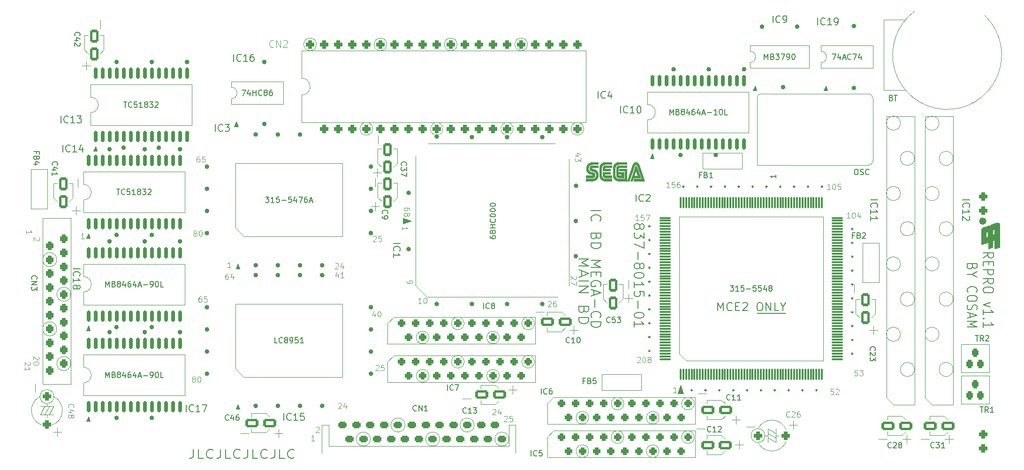
<source format=gto>
G04 #@! TF.GenerationSoftware,KiCad,Pcbnew,7.0.2-0*
G04 #@! TF.CreationDate,2023-07-22T12:22:20+02:00*
G04 #@! TF.ProjectId,MegaCD,4d656761-4344-42e6-9b69-6361645f7063,rev?*
G04 #@! TF.SameCoordinates,Original*
G04 #@! TF.FileFunction,Legend,Top*
G04 #@! TF.FilePolarity,Positive*
%FSLAX46Y46*%
G04 Gerber Fmt 4.6, Leading zero omitted, Abs format (unit mm)*
G04 Created by KiCad (PCBNEW 7.0.2-0) date 2023-07-22 12:22:20*
%MOMM*%
%LPD*%
G01*
G04 APERTURE LIST*
G04 Aperture macros list*
%AMRoundRect*
0 Rectangle with rounded corners*
0 $1 Rounding radius*
0 $2 $3 $4 $5 $6 $7 $8 $9 X,Y pos of 4 corners*
0 Add a 4 corners polygon primitive as box body*
4,1,4,$2,$3,$4,$5,$6,$7,$8,$9,$2,$3,0*
0 Add four circle primitives for the rounded corners*
1,1,$1+$1,$2,$3*
1,1,$1+$1,$4,$5*
1,1,$1+$1,$6,$7*
1,1,$1+$1,$8,$9*
0 Add four rect primitives between the rounded corners*
20,1,$1+$1,$2,$3,$4,$5,0*
20,1,$1+$1,$4,$5,$6,$7,0*
20,1,$1+$1,$6,$7,$8,$9,0*
20,1,$1+$1,$8,$9,$2,$3,0*%
G04 Aperture macros list end*
%ADD10C,0.150000*%
%ADD11C,0.650858*%
%ADD12C,0.011906*%
%ADD13C,0.187500*%
%ADD14C,0.100000*%
%ADD15C,0.120000*%
%ADD16C,0.409210*%
%ADD17C,0.250000*%
%ADD18C,2.769316*%
%ADD19R,1.600000X1.600000*%
%ADD20C,1.600000*%
%ADD21R,1.400000X1.400000*%
%ADD22O,1.400000X1.400000*%
%ADD23R,0.600000X1.500000*%
%ADD24RoundRect,0.250000X0.947000X0.550000X-0.947000X0.550000X-0.947000X-0.550000X0.947000X-0.550000X0*%
%ADD25R,1.600000X1.200000*%
%ADD26RoundRect,0.300000X0.500000X-0.300000X0.500000X0.300000X-0.500000X0.300000X-0.500000X-0.300000X0*%
%ADD27RoundRect,0.150000X0.150000X-0.850000X0.150000X0.850000X-0.150000X0.850000X-0.150000X-0.850000X0*%
%ADD28R,1.400000X1.300000*%
%ADD29RoundRect,0.325000X0.375000X-0.325000X0.375000X0.325000X-0.375000X0.325000X-0.375000X-0.325000X0*%
%ADD30RoundRect,0.250000X0.550000X-0.947000X0.550000X0.947000X-0.550000X0.947000X-0.550000X-0.947000X0*%
%ADD31RoundRect,0.375000X-0.375000X0.375000X-0.375000X-0.375000X0.375000X-0.375000X0.375000X0.375000X0*%
%ADD32C,0.750000*%
%ADD33R,0.500000X3.160000*%
%ADD34R,3.160000X0.500000*%
%ADD35R,1.400000X1.600000*%
%ADD36RoundRect,0.350000X-0.350000X-0.450000X0.350000X-0.450000X0.350000X0.450000X-0.350000X0.450000X0*%
%ADD37RoundRect,0.300000X0.300000X-0.450000X0.300000X0.450000X-0.300000X0.450000X-0.300000X-0.450000X0*%
%ADD38O,2.000000X2.000000*%
%ADD39R,1.778000X8.000000*%
%ADD40RoundRect,0.375000X-0.375000X-0.375000X0.375000X-0.375000X0.375000X0.375000X-0.375000X0.375000X0*%
%ADD41R,2.425000X0.700000*%
%ADD42R,0.700000X2.425000*%
%ADD43RoundRect,0.375000X0.375000X-0.375000X0.375000X0.375000X-0.375000X0.375000X-0.375000X-0.375000X0*%
%ADD44RoundRect,0.075000X0.075000X-0.912500X0.075000X0.912500X-0.075000X0.912500X-0.075000X-0.912500X0*%
%ADD45RoundRect,0.075000X0.912500X-0.075000X0.912500X0.075000X-0.912500X0.075000X-0.912500X-0.075000X0*%
G04 APERTURE END LIST*
D10*
X184785000Y-105918000D02*
X189992000Y-105918000D01*
D11*
X225877429Y-89306400D02*
G75*
G03*
X225877429Y-89306400I-325429J0D01*
G01*
D12*
X228228197Y-89594226D02*
X228252080Y-89596939D01*
X228275580Y-89600991D01*
X228298647Y-89606344D01*
X228321230Y-89612959D01*
X228343279Y-89620799D01*
X228364744Y-89629825D01*
X228385573Y-89639998D01*
X228405717Y-89651282D01*
X228425126Y-89663638D01*
X228443749Y-89677027D01*
X228461535Y-89691411D01*
X228478435Y-89706752D01*
X228494398Y-89723013D01*
X228509373Y-89740154D01*
X228523310Y-89758139D01*
X228536159Y-89776927D01*
X228547869Y-89796482D01*
X228558390Y-89816765D01*
X228567672Y-89837739D01*
X228575664Y-89859364D01*
X228582316Y-89881602D01*
X228587577Y-89904417D01*
X228591398Y-89927768D01*
X228593727Y-89951619D01*
X228594515Y-89975931D01*
X228594515Y-93912110D01*
X228594213Y-93920663D01*
X228593324Y-93929181D01*
X228591871Y-93937654D01*
X228589880Y-93946071D01*
X228587375Y-93954421D01*
X228584380Y-93962694D01*
X228580920Y-93970878D01*
X228577018Y-93978965D01*
X228572700Y-93986942D01*
X228567990Y-93994799D01*
X228562912Y-94002526D01*
X228557490Y-94010112D01*
X228545715Y-94024818D01*
X228532858Y-94038834D01*
X228519116Y-94052074D01*
X228504684Y-94064453D01*
X228489757Y-94075887D01*
X228474529Y-94086291D01*
X228459197Y-94095580D01*
X228443956Y-94103670D01*
X228429000Y-94110475D01*
X228414526Y-94115911D01*
X227874512Y-94295923D01*
X227863373Y-94299257D01*
X227852594Y-94301733D01*
X227842174Y-94303384D01*
X227832113Y-94304243D01*
X227822410Y-94304343D01*
X227813066Y-94303717D01*
X227804080Y-94302396D01*
X227795451Y-94300415D01*
X227787180Y-94297805D01*
X227779265Y-94294600D01*
X227771706Y-94290832D01*
X227764503Y-94286534D01*
X227757655Y-94281739D01*
X227751162Y-94276480D01*
X227745024Y-94270788D01*
X227739240Y-94264698D01*
X227733810Y-94258241D01*
X227728733Y-94251451D01*
X227724009Y-94244361D01*
X227719637Y-94237002D01*
X227715618Y-94229408D01*
X227711950Y-94221612D01*
X227705667Y-94205544D01*
X227700787Y-94189058D01*
X227697305Y-94172419D01*
X227695218Y-94155886D01*
X227694523Y-94139724D01*
X227694523Y-92735925D01*
X227334522Y-92855918D01*
X227334522Y-93893366D01*
X227334261Y-93905566D01*
X227333489Y-93917316D01*
X227332223Y-93928627D01*
X227330479Y-93939512D01*
X227328273Y-93949981D01*
X227325622Y-93960044D01*
X227322543Y-93969714D01*
X227319051Y-93979001D01*
X227315165Y-93987916D01*
X227310899Y-93996471D01*
X227306270Y-94004676D01*
X227301296Y-94012543D01*
X227295991Y-94020083D01*
X227290374Y-94027307D01*
X227284460Y-94034225D01*
X227278266Y-94040849D01*
X227271808Y-94047191D01*
X227265103Y-94053260D01*
X227251018Y-94064629D01*
X227236141Y-94075043D01*
X227220606Y-94084592D01*
X227204543Y-94093365D01*
X227188085Y-94101449D01*
X227171363Y-94108935D01*
X227154510Y-94115911D01*
X226704514Y-94295923D01*
X226687661Y-94302020D01*
X226670940Y-94306705D01*
X226654483Y-94309816D01*
X226646395Y-94310732D01*
X226638422Y-94311194D01*
X226630581Y-94311183D01*
X226622888Y-94310678D01*
X226615360Y-94309660D01*
X226608014Y-94308107D01*
X226600865Y-94306002D01*
X226593930Y-94303322D01*
X226587226Y-94300049D01*
X226580770Y-94296162D01*
X226574577Y-94291641D01*
X226568664Y-94286466D01*
X226563048Y-94280617D01*
X226557744Y-94274073D01*
X226552771Y-94266816D01*
X226548143Y-94258825D01*
X226543878Y-94250079D01*
X226539992Y-94240559D01*
X226536502Y-94230245D01*
X226533423Y-94219116D01*
X226530773Y-94207153D01*
X226528568Y-94194336D01*
X226526824Y-94180643D01*
X226525558Y-94166057D01*
X226524786Y-94150555D01*
X226524525Y-94134119D01*
X226524525Y-93151970D01*
X225617208Y-93454416D01*
X225554313Y-93475705D01*
X225524483Y-93485457D01*
X225495931Y-93494019D01*
X225468807Y-93500944D01*
X225455826Y-93503653D01*
X225443258Y-93505786D01*
X225431121Y-93507286D01*
X225419435Y-93508097D01*
X225408217Y-93508165D01*
X225397486Y-93507432D01*
X225387261Y-93505844D01*
X225377561Y-93503344D01*
X225368403Y-93499876D01*
X225359808Y-93495385D01*
X225351793Y-93489815D01*
X225344377Y-93483110D01*
X225337579Y-93475214D01*
X225331418Y-93466072D01*
X225325911Y-93455627D01*
X225321078Y-93443823D01*
X225316938Y-93430606D01*
X225313509Y-93415919D01*
X225310809Y-93399706D01*
X225308857Y-93381911D01*
X225307673Y-93362479D01*
X225307274Y-93341353D01*
X225307274Y-92240932D01*
X226157199Y-92240932D01*
X226517200Y-92125800D01*
X226517200Y-91788495D01*
X227334522Y-91788495D01*
X227694523Y-91673362D01*
X227694523Y-90773347D01*
X227334522Y-90888480D01*
X227334522Y-91788495D01*
X226517200Y-91788495D01*
X226517200Y-91225785D01*
X226157199Y-91340917D01*
X226157199Y-92240932D01*
X225307274Y-92240932D01*
X225307274Y-90833925D01*
X225307634Y-90818897D01*
X225308702Y-90803949D01*
X225310459Y-90789098D01*
X225312887Y-90774360D01*
X225315967Y-90759752D01*
X225319679Y-90745289D01*
X225324007Y-90730988D01*
X225328930Y-90716865D01*
X225334430Y-90702938D01*
X225340489Y-90689221D01*
X225347087Y-90675732D01*
X225354207Y-90662486D01*
X225361829Y-90649501D01*
X225369935Y-90636792D01*
X225378505Y-90624376D01*
X225387522Y-90612269D01*
X225406821Y-90589047D01*
X225427681Y-90567258D01*
X225449952Y-90547032D01*
X225473486Y-90528500D01*
X225498133Y-90511792D01*
X225510827Y-90504164D01*
X225523744Y-90497040D01*
X225536863Y-90490438D01*
X225550168Y-90484374D01*
X225563639Y-90478864D01*
X225577257Y-90473924D01*
X226444076Y-90167786D01*
X226460349Y-90162289D01*
X226476540Y-90157325D01*
X226492632Y-90152907D01*
X226508612Y-90149047D01*
X226517200Y-90147265D01*
X226524464Y-90145758D01*
X226540172Y-90143052D01*
X226555721Y-90140942D01*
X226571097Y-90139440D01*
X226586285Y-90138558D01*
X226601268Y-90138309D01*
X226616032Y-90138705D01*
X226630562Y-90139759D01*
X226644842Y-90141483D01*
X226658858Y-90143889D01*
X226672593Y-90146990D01*
X226686034Y-90150798D01*
X226699165Y-90155326D01*
X226711970Y-90160587D01*
X226724435Y-90166591D01*
X226736545Y-90173353D01*
X226748283Y-90180884D01*
X226759636Y-90189197D01*
X226770587Y-90198303D01*
X226781122Y-90208217D01*
X226791226Y-90218949D01*
X226800883Y-90230513D01*
X226810079Y-90242920D01*
X226818797Y-90256184D01*
X226827024Y-90270317D01*
X226834743Y-90285330D01*
X226841939Y-90301237D01*
X226848599Y-90318050D01*
X226849660Y-90297856D01*
X226851192Y-90278308D01*
X226853186Y-90259395D01*
X226855636Y-90241109D01*
X226858534Y-90223441D01*
X226861873Y-90206382D01*
X226865647Y-90189923D01*
X226869848Y-90174054D01*
X226874468Y-90158767D01*
X226879502Y-90144052D01*
X226884941Y-90129901D01*
X226890778Y-90116304D01*
X226897008Y-90103253D01*
X226903621Y-90090738D01*
X226910612Y-90078750D01*
X226917972Y-90067281D01*
X226925696Y-90056320D01*
X226933775Y-90045860D01*
X226942203Y-90035891D01*
X226950973Y-90026404D01*
X226960077Y-90017390D01*
X226969509Y-90008840D01*
X226979260Y-90000745D01*
X226989325Y-89993095D01*
X226999696Y-89985883D01*
X227010365Y-89979098D01*
X227021326Y-89972731D01*
X227032572Y-89966775D01*
X227044095Y-89961219D01*
X227055889Y-89956054D01*
X227080258Y-89946863D01*
X227694523Y-89738213D01*
X228054524Y-89615930D01*
X228079678Y-89608202D01*
X228104801Y-89602080D01*
X228129843Y-89597526D01*
X228154754Y-89594502D01*
X228179484Y-89592969D01*
X228203982Y-89592890D01*
X228228197Y-89594226D01*
G36*
X228228197Y-89594226D02*
G01*
X228252080Y-89596939D01*
X228275580Y-89600991D01*
X228298647Y-89606344D01*
X228321230Y-89612959D01*
X228343279Y-89620799D01*
X228364744Y-89629825D01*
X228385573Y-89639998D01*
X228405717Y-89651282D01*
X228425126Y-89663638D01*
X228443749Y-89677027D01*
X228461535Y-89691411D01*
X228478435Y-89706752D01*
X228494398Y-89723013D01*
X228509373Y-89740154D01*
X228523310Y-89758139D01*
X228536159Y-89776927D01*
X228547869Y-89796482D01*
X228558390Y-89816765D01*
X228567672Y-89837739D01*
X228575664Y-89859364D01*
X228582316Y-89881602D01*
X228587577Y-89904417D01*
X228591398Y-89927768D01*
X228593727Y-89951619D01*
X228594515Y-89975931D01*
X228594515Y-93912110D01*
X228594213Y-93920663D01*
X228593324Y-93929181D01*
X228591871Y-93937654D01*
X228589880Y-93946071D01*
X228587375Y-93954421D01*
X228584380Y-93962694D01*
X228580920Y-93970878D01*
X228577018Y-93978965D01*
X228572700Y-93986942D01*
X228567990Y-93994799D01*
X228562912Y-94002526D01*
X228557490Y-94010112D01*
X228545715Y-94024818D01*
X228532858Y-94038834D01*
X228519116Y-94052074D01*
X228504684Y-94064453D01*
X228489757Y-94075887D01*
X228474529Y-94086291D01*
X228459197Y-94095580D01*
X228443956Y-94103670D01*
X228429000Y-94110475D01*
X228414526Y-94115911D01*
X227874512Y-94295923D01*
X227863373Y-94299257D01*
X227852594Y-94301733D01*
X227842174Y-94303384D01*
X227832113Y-94304243D01*
X227822410Y-94304343D01*
X227813066Y-94303717D01*
X227804080Y-94302396D01*
X227795451Y-94300415D01*
X227787180Y-94297805D01*
X227779265Y-94294600D01*
X227771706Y-94290832D01*
X227764503Y-94286534D01*
X227757655Y-94281739D01*
X227751162Y-94276480D01*
X227745024Y-94270788D01*
X227739240Y-94264698D01*
X227733810Y-94258241D01*
X227728733Y-94251451D01*
X227724009Y-94244361D01*
X227719637Y-94237002D01*
X227715618Y-94229408D01*
X227711950Y-94221612D01*
X227705667Y-94205544D01*
X227700787Y-94189058D01*
X227697305Y-94172419D01*
X227695218Y-94155886D01*
X227694523Y-94139724D01*
X227694523Y-92735925D01*
X227334522Y-92855918D01*
X227334522Y-93893366D01*
X227334261Y-93905566D01*
X227333489Y-93917316D01*
X227332223Y-93928627D01*
X227330479Y-93939512D01*
X227328273Y-93949981D01*
X227325622Y-93960044D01*
X227322543Y-93969714D01*
X227319051Y-93979001D01*
X227315165Y-93987916D01*
X227310899Y-93996471D01*
X227306270Y-94004676D01*
X227301296Y-94012543D01*
X227295991Y-94020083D01*
X227290374Y-94027307D01*
X227284460Y-94034225D01*
X227278266Y-94040849D01*
X227271808Y-94047191D01*
X227265103Y-94053260D01*
X227251018Y-94064629D01*
X227236141Y-94075043D01*
X227220606Y-94084592D01*
X227204543Y-94093365D01*
X227188085Y-94101449D01*
X227171363Y-94108935D01*
X227154510Y-94115911D01*
X226704514Y-94295923D01*
X226687661Y-94302020D01*
X226670940Y-94306705D01*
X226654483Y-94309816D01*
X226646395Y-94310732D01*
X226638422Y-94311194D01*
X226630581Y-94311183D01*
X226622888Y-94310678D01*
X226615360Y-94309660D01*
X226608014Y-94308107D01*
X226600865Y-94306002D01*
X226593930Y-94303322D01*
X226587226Y-94300049D01*
X226580770Y-94296162D01*
X226574577Y-94291641D01*
X226568664Y-94286466D01*
X226563048Y-94280617D01*
X226557744Y-94274073D01*
X226552771Y-94266816D01*
X226548143Y-94258825D01*
X226543878Y-94250079D01*
X226539992Y-94240559D01*
X226536502Y-94230245D01*
X226533423Y-94219116D01*
X226530773Y-94207153D01*
X226528568Y-94194336D01*
X226526824Y-94180643D01*
X226525558Y-94166057D01*
X226524786Y-94150555D01*
X226524525Y-94134119D01*
X226524525Y-93151970D01*
X225617208Y-93454416D01*
X225554313Y-93475705D01*
X225524483Y-93485457D01*
X225495931Y-93494019D01*
X225468807Y-93500944D01*
X225455826Y-93503653D01*
X225443258Y-93505786D01*
X225431121Y-93507286D01*
X225419435Y-93508097D01*
X225408217Y-93508165D01*
X225397486Y-93507432D01*
X225387261Y-93505844D01*
X225377561Y-93503344D01*
X225368403Y-93499876D01*
X225359808Y-93495385D01*
X225351793Y-93489815D01*
X225344377Y-93483110D01*
X225337579Y-93475214D01*
X225331418Y-93466072D01*
X225325911Y-93455627D01*
X225321078Y-93443823D01*
X225316938Y-93430606D01*
X225313509Y-93415919D01*
X225310809Y-93399706D01*
X225308857Y-93381911D01*
X225307673Y-93362479D01*
X225307274Y-93341353D01*
X225307274Y-92240932D01*
X226157199Y-92240932D01*
X226517200Y-92125800D01*
X226517200Y-91788495D01*
X227334522Y-91788495D01*
X227694523Y-91673362D01*
X227694523Y-90773347D01*
X227334522Y-90888480D01*
X227334522Y-91788495D01*
X226517200Y-91788495D01*
X226517200Y-91225785D01*
X226157199Y-91340917D01*
X226157199Y-92240932D01*
X225307274Y-92240932D01*
X225307274Y-90833925D01*
X225307634Y-90818897D01*
X225308702Y-90803949D01*
X225310459Y-90789098D01*
X225312887Y-90774360D01*
X225315967Y-90759752D01*
X225319679Y-90745289D01*
X225324007Y-90730988D01*
X225328930Y-90716865D01*
X225334430Y-90702938D01*
X225340489Y-90689221D01*
X225347087Y-90675732D01*
X225354207Y-90662486D01*
X225361829Y-90649501D01*
X225369935Y-90636792D01*
X225378505Y-90624376D01*
X225387522Y-90612269D01*
X225406821Y-90589047D01*
X225427681Y-90567258D01*
X225449952Y-90547032D01*
X225473486Y-90528500D01*
X225498133Y-90511792D01*
X225510827Y-90504164D01*
X225523744Y-90497040D01*
X225536863Y-90490438D01*
X225550168Y-90484374D01*
X225563639Y-90478864D01*
X225577257Y-90473924D01*
X226444076Y-90167786D01*
X226460349Y-90162289D01*
X226476540Y-90157325D01*
X226492632Y-90152907D01*
X226508612Y-90149047D01*
X226517200Y-90147265D01*
X226524464Y-90145758D01*
X226540172Y-90143052D01*
X226555721Y-90140942D01*
X226571097Y-90139440D01*
X226586285Y-90138558D01*
X226601268Y-90138309D01*
X226616032Y-90138705D01*
X226630562Y-90139759D01*
X226644842Y-90141483D01*
X226658858Y-90143889D01*
X226672593Y-90146990D01*
X226686034Y-90150798D01*
X226699165Y-90155326D01*
X226711970Y-90160587D01*
X226724435Y-90166591D01*
X226736545Y-90173353D01*
X226748283Y-90180884D01*
X226759636Y-90189197D01*
X226770587Y-90198303D01*
X226781122Y-90208217D01*
X226791226Y-90218949D01*
X226800883Y-90230513D01*
X226810079Y-90242920D01*
X226818797Y-90256184D01*
X226827024Y-90270317D01*
X226834743Y-90285330D01*
X226841939Y-90301237D01*
X226848599Y-90318050D01*
X226849660Y-90297856D01*
X226851192Y-90278308D01*
X226853186Y-90259395D01*
X226855636Y-90241109D01*
X226858534Y-90223441D01*
X226861873Y-90206382D01*
X226865647Y-90189923D01*
X226869848Y-90174054D01*
X226874468Y-90158767D01*
X226879502Y-90144052D01*
X226884941Y-90129901D01*
X226890778Y-90116304D01*
X226897008Y-90103253D01*
X226903621Y-90090738D01*
X226910612Y-90078750D01*
X226917972Y-90067281D01*
X226925696Y-90056320D01*
X226933775Y-90045860D01*
X226942203Y-90035891D01*
X226950973Y-90026404D01*
X226960077Y-90017390D01*
X226969509Y-90008840D01*
X226979260Y-90000745D01*
X226989325Y-89993095D01*
X226999696Y-89985883D01*
X227010365Y-89979098D01*
X227021326Y-89972731D01*
X227032572Y-89966775D01*
X227044095Y-89961219D01*
X227055889Y-89956054D01*
X227080258Y-89946863D01*
X227694523Y-89738213D01*
X228054524Y-89615930D01*
X228079678Y-89608202D01*
X228104801Y-89602080D01*
X228129843Y-89597526D01*
X228154754Y-89594502D01*
X228179484Y-89592969D01*
X228203982Y-89592890D01*
X228228197Y-89594226D01*
G37*
D10*
G36*
X155095144Y-79741189D02*
G01*
X155070109Y-79745616D01*
X155051180Y-79758897D01*
X155038343Y-79780943D01*
X155035304Y-79801029D01*
X155038964Y-79825252D01*
X155045685Y-79841329D01*
X155063240Y-79859552D01*
X155077436Y-79864532D01*
X155103692Y-79870791D01*
X155128269Y-79876324D01*
X155156035Y-79882481D01*
X155160479Y-79883461D01*
X155188164Y-79889607D01*
X155212251Y-79895025D01*
X155237263Y-79900710D01*
X155263199Y-79906664D01*
X155290059Y-79912887D01*
X155317843Y-79919377D01*
X155323511Y-79920708D01*
X155352178Y-79927345D01*
X155380934Y-79934280D01*
X155409780Y-79941513D01*
X155438715Y-79949044D01*
X155467740Y-79956873D01*
X155496854Y-79965001D01*
X155508525Y-79968335D01*
X155536631Y-79976495D01*
X155562561Y-79984566D01*
X155586315Y-79992548D01*
X155611946Y-80002007D01*
X155637888Y-80012881D01*
X155650796Y-80019016D01*
X155677148Y-80034357D01*
X155703385Y-80050462D01*
X155729508Y-80067330D01*
X155755516Y-80084961D01*
X155781409Y-80103356D01*
X155807188Y-80122513D01*
X155832853Y-80142435D01*
X155852026Y-80157876D01*
X155858403Y-80163119D01*
X155877335Y-80179213D01*
X155895891Y-80195898D01*
X155914071Y-80213174D01*
X155931876Y-80231039D01*
X155949305Y-80249495D01*
X155966359Y-80268542D01*
X155983036Y-80288178D01*
X155999339Y-80308405D01*
X156015265Y-80329222D01*
X156030816Y-80350630D01*
X156040974Y-80365230D01*
X156055917Y-80387664D01*
X156070291Y-80410775D01*
X156084096Y-80434562D01*
X156097332Y-80459025D01*
X156109999Y-80484164D01*
X156122097Y-80509979D01*
X156133626Y-80536471D01*
X156144587Y-80563639D01*
X156154978Y-80591483D01*
X156164801Y-80620003D01*
X156171034Y-80639392D01*
X156179873Y-80669093D01*
X156187842Y-80699578D01*
X156194942Y-80730846D01*
X156201173Y-80762897D01*
X156206534Y-80795732D01*
X156211026Y-80829351D01*
X156214649Y-80863753D01*
X156217402Y-80898939D01*
X156219285Y-80934908D01*
X156220058Y-80959322D01*
X156220445Y-80984085D01*
X156220493Y-80996598D01*
X156220157Y-81026312D01*
X156219148Y-81055769D01*
X156217466Y-81084969D01*
X156215112Y-81113910D01*
X156212085Y-81142595D01*
X156208386Y-81171021D01*
X156204014Y-81199190D01*
X156198969Y-81227102D01*
X156193252Y-81254756D01*
X156186862Y-81282152D01*
X156179799Y-81309290D01*
X156172064Y-81336171D01*
X156163656Y-81362795D01*
X156154576Y-81389161D01*
X156144823Y-81415269D01*
X156134397Y-81441120D01*
X156123394Y-81466629D01*
X156111910Y-81491714D01*
X156099943Y-81516374D01*
X156087495Y-81540610D01*
X156074565Y-81564422D01*
X156061153Y-81587808D01*
X156047259Y-81610771D01*
X156032884Y-81633308D01*
X156018027Y-81655421D01*
X156002687Y-81677110D01*
X155986866Y-81698374D01*
X155970564Y-81719213D01*
X155953779Y-81739628D01*
X155936513Y-81759618D01*
X155918765Y-81779184D01*
X155900535Y-81798325D01*
X155881852Y-81816932D01*
X155862744Y-81835047D01*
X155843212Y-81852671D01*
X155823255Y-81869804D01*
X155802873Y-81886445D01*
X155782067Y-81902595D01*
X155760837Y-81918254D01*
X155739182Y-81933422D01*
X155717102Y-81948098D01*
X155694598Y-81962282D01*
X155671669Y-81975976D01*
X155648316Y-81989178D01*
X155624538Y-82001888D01*
X155600335Y-82014108D01*
X155575708Y-82025835D01*
X155550657Y-82037072D01*
X155525276Y-82047720D01*
X155499662Y-82057680D01*
X155473813Y-82066954D01*
X155447731Y-82075540D01*
X155421416Y-82083440D01*
X155394866Y-82090653D01*
X155368083Y-82097179D01*
X155341066Y-82103018D01*
X155313815Y-82108170D01*
X155286331Y-82112635D01*
X155258613Y-82116413D01*
X155230661Y-82119504D01*
X155202475Y-82121908D01*
X155174055Y-82123626D01*
X155145402Y-82124656D01*
X155116515Y-82125000D01*
X153924000Y-82125000D01*
X153924000Y-81656053D01*
X155116515Y-81656053D01*
X155143985Y-81655624D01*
X155170983Y-81654336D01*
X155197509Y-81652189D01*
X155223562Y-81649184D01*
X155249143Y-81645320D01*
X155274252Y-81640597D01*
X155298889Y-81635016D01*
X155323053Y-81628576D01*
X155346745Y-81621277D01*
X155369965Y-81613120D01*
X155385182Y-81607205D01*
X155407670Y-81597598D01*
X155436736Y-81583755D01*
X155464753Y-81568728D01*
X155491720Y-81552518D01*
X155517637Y-81535126D01*
X155542505Y-81516550D01*
X155566323Y-81496791D01*
X155589092Y-81475849D01*
X155594621Y-81470429D01*
X155615973Y-81447932D01*
X155636066Y-81424404D01*
X155654899Y-81399846D01*
X155672473Y-81374258D01*
X155688788Y-81347639D01*
X155703843Y-81319990D01*
X155717639Y-81291311D01*
X155730175Y-81261601D01*
X155738687Y-81238619D01*
X155746361Y-81215240D01*
X155753198Y-81191464D01*
X155759198Y-81167291D01*
X155764361Y-81142720D01*
X155768687Y-81117753D01*
X155772175Y-81092388D01*
X155774826Y-81066627D01*
X155776640Y-81040468D01*
X155777617Y-81013912D01*
X155777803Y-80995987D01*
X155777212Y-80962345D01*
X155775441Y-80929884D01*
X155772490Y-80898603D01*
X155768357Y-80868504D01*
X155763044Y-80839584D01*
X155756551Y-80811846D01*
X155748876Y-80785288D01*
X155740021Y-80759911D01*
X155729986Y-80735714D01*
X155718769Y-80712699D01*
X155710636Y-80698011D01*
X155697872Y-80676676D01*
X155684540Y-80656179D01*
X155665878Y-80630152D01*
X155646205Y-80605613D01*
X155625521Y-80582563D01*
X155603825Y-80561001D01*
X155581118Y-80540927D01*
X155557400Y-80522342D01*
X155545161Y-80513607D01*
X155520336Y-80496921D01*
X155495015Y-80481360D01*
X155469198Y-80466924D01*
X155442885Y-80453615D01*
X155416075Y-80441432D01*
X155388770Y-80430374D01*
X155360968Y-80420442D01*
X155332670Y-80411636D01*
X155304420Y-80403440D01*
X155276761Y-80395646D01*
X155249694Y-80388252D01*
X155223219Y-80381258D01*
X155197335Y-80374666D01*
X155172042Y-80368474D01*
X155147341Y-80362682D01*
X155123232Y-80357292D01*
X155096909Y-80351711D01*
X155070758Y-80345652D01*
X155044778Y-80339117D01*
X155018971Y-80332104D01*
X154993335Y-80324615D01*
X154967871Y-80316648D01*
X154942578Y-80308205D01*
X154917457Y-80299284D01*
X154892775Y-80289572D01*
X154868800Y-80279058D01*
X154845530Y-80267743D01*
X154822966Y-80255626D01*
X154801108Y-80242708D01*
X154779956Y-80228988D01*
X154759510Y-80214467D01*
X154739771Y-80199145D01*
X154720994Y-80182782D01*
X154703134Y-80165447D01*
X154686190Y-80147138D01*
X154670161Y-80127856D01*
X154655049Y-80107601D01*
X154640852Y-80086373D01*
X154627572Y-80064172D01*
X154615207Y-80040997D01*
X154604044Y-80016621D01*
X154594370Y-79990813D01*
X154586184Y-79963574D01*
X154579486Y-79934904D01*
X154574277Y-79904803D01*
X154570556Y-79873271D01*
X154568742Y-79848683D01*
X154567765Y-79823290D01*
X154567579Y-79805914D01*
X154567918Y-79781141D01*
X154569420Y-79749046D01*
X154572125Y-79718020D01*
X154576032Y-79688062D01*
X154581141Y-79659172D01*
X154587452Y-79631352D01*
X154594965Y-79604599D01*
X154603681Y-79578916D01*
X154606048Y-79572662D01*
X154616275Y-79548152D01*
X154627419Y-79524691D01*
X154639478Y-79502280D01*
X154652454Y-79480918D01*
X154666345Y-79460606D01*
X154684997Y-79436691D01*
X154705080Y-79414417D01*
X154713515Y-79405966D01*
X154735497Y-79385811D01*
X154758702Y-79367326D01*
X154783129Y-79350510D01*
X154808779Y-79335365D01*
X154835651Y-79321888D01*
X154863745Y-79310082D01*
X154875325Y-79305826D01*
X154898920Y-79297955D01*
X154922991Y-79291134D01*
X154947539Y-79285362D01*
X154972565Y-79280639D01*
X154998067Y-79276966D01*
X155024046Y-79274342D01*
X155050503Y-79272768D01*
X155077436Y-79272243D01*
X156241864Y-79272243D01*
X156241864Y-79737526D01*
X155095144Y-79741189D01*
G37*
G36*
X155078047Y-79155006D02*
G01*
X155051149Y-79155441D01*
X155024724Y-79156745D01*
X154998771Y-79158919D01*
X154973290Y-79161962D01*
X154948281Y-79165874D01*
X154923745Y-79170656D01*
X154899681Y-79176307D01*
X154876089Y-79182827D01*
X154845367Y-79192874D01*
X154815486Y-79204466D01*
X154786577Y-79217288D01*
X154758776Y-79231332D01*
X154732081Y-79246598D01*
X154706493Y-79263084D01*
X154682011Y-79280792D01*
X154658636Y-79299720D01*
X154636368Y-79319870D01*
X154615207Y-79341242D01*
X154595171Y-79363605D01*
X154576281Y-79387037D01*
X154558535Y-79411538D01*
X154541934Y-79437107D01*
X154526478Y-79463745D01*
X154512167Y-79491451D01*
X154499001Y-79520226D01*
X154486979Y-79550069D01*
X154476246Y-79580657D01*
X154469135Y-79604073D01*
X154462829Y-79627898D01*
X154457328Y-79652130D01*
X154452633Y-79676770D01*
X154448742Y-79701818D01*
X154445656Y-79727274D01*
X154443375Y-79753138D01*
X154441899Y-79779410D01*
X154441228Y-79806089D01*
X154441184Y-79815073D01*
X154441645Y-79843013D01*
X154443030Y-79870278D01*
X154445338Y-79896866D01*
X154448568Y-79922778D01*
X154452722Y-79948014D01*
X154457799Y-79972574D01*
X154463799Y-79996457D01*
X154473235Y-80027250D01*
X154484311Y-80056840D01*
X154493696Y-80078244D01*
X154507435Y-80105846D01*
X154522089Y-80132474D01*
X154537660Y-80158129D01*
X154554146Y-80182811D01*
X154571548Y-80206520D01*
X154589867Y-80229255D01*
X154609101Y-80251018D01*
X154629251Y-80271807D01*
X154650164Y-80291442D01*
X154671688Y-80310046D01*
X154693822Y-80327620D01*
X154716568Y-80344164D01*
X154739923Y-80359677D01*
X154763890Y-80374160D01*
X154788467Y-80387612D01*
X154813654Y-80400034D01*
X154839099Y-80411331D01*
X154864449Y-80421711D01*
X154889703Y-80431175D01*
X154914862Y-80439724D01*
X154939926Y-80447356D01*
X154964894Y-80454073D01*
X154989767Y-80459874D01*
X155014544Y-80464759D01*
X155044552Y-80470415D01*
X155069182Y-80475390D01*
X155094365Y-80480766D01*
X155120101Y-80486543D01*
X155146390Y-80492721D01*
X155173233Y-80499299D01*
X155200629Y-80506278D01*
X155221540Y-80511775D01*
X155249494Y-80519694D01*
X155276876Y-80528491D01*
X155303685Y-80538165D01*
X155329922Y-80548717D01*
X155355587Y-80560147D01*
X155380679Y-80572455D01*
X155405199Y-80585640D01*
X155429146Y-80599703D01*
X155452454Y-80614835D01*
X155474751Y-80631226D01*
X155496036Y-80648876D01*
X155516310Y-80667786D01*
X155535573Y-80687955D01*
X155553824Y-80709383D01*
X155571064Y-80732071D01*
X155587293Y-80756018D01*
X155602177Y-80781416D01*
X155615076Y-80808454D01*
X155625991Y-80837134D01*
X155634921Y-80867454D01*
X155641866Y-80899416D01*
X155645773Y-80924464D01*
X155648564Y-80950435D01*
X155650238Y-80977329D01*
X155650796Y-81005146D01*
X155650426Y-81029924D01*
X155648780Y-81062043D01*
X155645818Y-81093112D01*
X155641539Y-81123132D01*
X155635943Y-81152103D01*
X155629031Y-81180024D01*
X155620802Y-81206895D01*
X155611257Y-81232717D01*
X155608665Y-81239009D01*
X155597635Y-81263385D01*
X155585614Y-81286750D01*
X155572601Y-81309104D01*
X155558595Y-81330447D01*
X155543597Y-81350778D01*
X155527606Y-81370098D01*
X155510624Y-81388407D01*
X155492649Y-81405704D01*
X155473816Y-81421828D01*
X155454257Y-81436922D01*
X155433974Y-81450985D01*
X155412965Y-81464017D01*
X155391231Y-81476020D01*
X155368772Y-81486991D01*
X155345588Y-81496933D01*
X155321679Y-81505844D01*
X155297369Y-81513572D01*
X155272678Y-81520269D01*
X155247605Y-81525937D01*
X155222150Y-81530573D01*
X155196314Y-81534180D01*
X155170096Y-81536756D01*
X155143496Y-81538301D01*
X155116515Y-81538817D01*
X153924000Y-81538817D01*
X153924000Y-81069870D01*
X155074383Y-81069870D01*
X155099266Y-81065138D01*
X155117736Y-81050942D01*
X155130124Y-81029664D01*
X155133612Y-81010031D01*
X155130280Y-80985017D01*
X155118759Y-80963002D01*
X155099010Y-80947069D01*
X155091480Y-80943475D01*
X155065224Y-80937216D01*
X155040189Y-80932140D01*
X155016204Y-80927482D01*
X155007217Y-80925767D01*
X154978823Y-80920265D01*
X154954113Y-80915318D01*
X154928448Y-80910044D01*
X154901830Y-80904442D01*
X154874257Y-80898512D01*
X154845730Y-80892253D01*
X154839910Y-80890963D01*
X154810936Y-80884165D01*
X154782022Y-80877128D01*
X154753167Y-80869854D01*
X154724372Y-80862340D01*
X154695636Y-80854588D01*
X154666960Y-80846598D01*
X154655507Y-80843335D01*
X154627928Y-80835085D01*
X154602436Y-80826746D01*
X154579032Y-80818318D01*
X154553701Y-80808085D01*
X154531376Y-80797724D01*
X154515067Y-80788991D01*
X154489622Y-80774508D01*
X154464272Y-80759148D01*
X154439018Y-80742909D01*
X154413859Y-80725793D01*
X154388796Y-80707799D01*
X154363827Y-80688928D01*
X154338955Y-80669179D01*
X154314177Y-80648551D01*
X154289954Y-80626970D01*
X154272249Y-80610108D01*
X154254941Y-80592667D01*
X154238031Y-80574645D01*
X154221518Y-80556045D01*
X154205402Y-80536864D01*
X154189683Y-80517104D01*
X154174361Y-80496764D01*
X154159436Y-80475845D01*
X154144909Y-80454346D01*
X154140154Y-80447051D01*
X154126330Y-80424617D01*
X154113021Y-80401506D01*
X154100226Y-80377719D01*
X154087948Y-80353256D01*
X154076184Y-80328117D01*
X154064935Y-80302301D01*
X154054202Y-80275810D01*
X154043984Y-80248642D01*
X154034281Y-80220798D01*
X154025093Y-80192278D01*
X154019254Y-80172889D01*
X154011070Y-80143166D01*
X154003691Y-80112617D01*
X153997117Y-80081242D01*
X153991348Y-80049040D01*
X153986383Y-80016012D01*
X153982224Y-79982157D01*
X153978870Y-79947476D01*
X153976321Y-79911968D01*
X153974577Y-79875634D01*
X153973861Y-79850953D01*
X153973503Y-79825903D01*
X153973459Y-79813241D01*
X153973795Y-79783891D01*
X153974804Y-79754766D01*
X153976485Y-79725865D01*
X153978840Y-79697187D01*
X153981866Y-79668735D01*
X153985566Y-79640506D01*
X153989938Y-79612501D01*
X153994983Y-79584721D01*
X154000700Y-79557165D01*
X154007090Y-79529833D01*
X154014152Y-79502726D01*
X154021887Y-79475842D01*
X154030295Y-79449183D01*
X154039376Y-79422748D01*
X154049129Y-79396537D01*
X154059554Y-79370551D01*
X154070557Y-79344896D01*
X154082042Y-79319680D01*
X154094008Y-79294902D01*
X154106457Y-79270564D01*
X154119387Y-79246664D01*
X154132799Y-79223204D01*
X154146692Y-79200182D01*
X154161068Y-79177599D01*
X154175925Y-79155455D01*
X154191264Y-79133750D01*
X154207085Y-79112483D01*
X154223388Y-79091656D01*
X154240172Y-79071267D01*
X154257439Y-79051318D01*
X154275187Y-79031807D01*
X154293417Y-79012735D01*
X154312100Y-78994057D01*
X154331208Y-78975879D01*
X154350740Y-78958203D01*
X154370697Y-78941027D01*
X154391078Y-78924352D01*
X154411884Y-78908178D01*
X154433115Y-78892505D01*
X154454770Y-78877333D01*
X154476849Y-78862662D01*
X154499354Y-78848491D01*
X154522282Y-78834822D01*
X154545636Y-78821653D01*
X154569414Y-78808985D01*
X154593616Y-78796819D01*
X154618243Y-78785153D01*
X154643295Y-78773988D01*
X154668678Y-78763340D01*
X154694299Y-78753380D01*
X154720160Y-78744106D01*
X154746258Y-78735519D01*
X154772596Y-78727620D01*
X154799171Y-78720407D01*
X154825985Y-78713881D01*
X154853038Y-78708042D01*
X154880330Y-78702890D01*
X154907859Y-78698425D01*
X154935628Y-78694647D01*
X154963634Y-78691556D01*
X154991880Y-78689151D01*
X155020364Y-78687434D01*
X155049086Y-78686404D01*
X155078047Y-78686060D01*
X156241864Y-78686060D01*
X156241864Y-79155006D01*
X155078047Y-79155006D01*
G37*
G36*
X156359101Y-79744853D02*
G01*
X156359416Y-79717328D01*
X156360360Y-79690013D01*
X156361934Y-79662908D01*
X156364138Y-79636012D01*
X156366972Y-79609327D01*
X156370435Y-79582851D01*
X156374528Y-79556586D01*
X156379251Y-79530530D01*
X156384603Y-79504684D01*
X156390585Y-79479048D01*
X156397197Y-79453622D01*
X156404438Y-79428406D01*
X156412309Y-79403400D01*
X156420810Y-79378603D01*
X156429941Y-79354017D01*
X156439701Y-79329640D01*
X156450062Y-79305500D01*
X156460843Y-79281774D01*
X156472044Y-79258464D01*
X156483665Y-79235568D01*
X156495705Y-79213088D01*
X156508165Y-79191023D01*
X156521045Y-79169372D01*
X156534345Y-79148137D01*
X156548065Y-79127317D01*
X156562204Y-79106912D01*
X156576763Y-79086921D01*
X156591742Y-79067346D01*
X156607141Y-79048186D01*
X156622959Y-79029441D01*
X156639198Y-79011111D01*
X156655856Y-78993196D01*
X156672965Y-78975645D01*
X156699245Y-78950197D01*
X156726266Y-78925800D01*
X156754028Y-78902455D01*
X156782530Y-78880162D01*
X156811773Y-78858920D01*
X156841757Y-78838731D01*
X156872481Y-78819594D01*
X156903946Y-78801508D01*
X156936151Y-78784474D01*
X156969097Y-78768492D01*
X157002521Y-78753761D01*
X157036159Y-78740478D01*
X157070012Y-78728645D01*
X157104080Y-78718260D01*
X157138362Y-78709325D01*
X157172859Y-78701838D01*
X157207570Y-78695801D01*
X157242497Y-78691212D01*
X157277637Y-78688073D01*
X157312993Y-78686382D01*
X157336683Y-78686060D01*
X158669638Y-78686060D01*
X158669638Y-79155006D01*
X157392859Y-79155006D01*
X157368032Y-79155468D01*
X157335699Y-79157519D01*
X157304243Y-79161212D01*
X157273665Y-79166545D01*
X157243965Y-79173519D01*
X157215142Y-79182134D01*
X157187197Y-79192391D01*
X157160130Y-79204288D01*
X157153501Y-79207519D01*
X157127760Y-79221143D01*
X157103049Y-79235759D01*
X157079369Y-79251368D01*
X157056719Y-79267969D01*
X157035100Y-79285562D01*
X157014511Y-79304147D01*
X156994953Y-79323725D01*
X156976424Y-79344295D01*
X156958927Y-79365571D01*
X156942459Y-79387571D01*
X156927023Y-79410297D01*
X156912616Y-79433749D01*
X156899240Y-79457925D01*
X156886894Y-79482826D01*
X156875579Y-79508453D01*
X156865294Y-79534804D01*
X156856278Y-79561346D01*
X156848464Y-79587851D01*
X156841852Y-79614317D01*
X156836443Y-79640744D01*
X156832235Y-79667134D01*
X156829230Y-79693486D01*
X156827427Y-79719799D01*
X156826826Y-79746074D01*
X156826826Y-81064986D01*
X156827427Y-81091270D01*
X156829230Y-81117612D01*
X156832235Y-81144011D01*
X156836443Y-81170468D01*
X156841852Y-81196982D01*
X156848464Y-81223553D01*
X156856278Y-81250181D01*
X156865294Y-81276866D01*
X156875579Y-81303084D01*
X156886894Y-81328615D01*
X156899240Y-81353459D01*
X156912616Y-81377616D01*
X156927023Y-81401087D01*
X156942459Y-81423870D01*
X156958927Y-81445966D01*
X156976424Y-81467376D01*
X156994953Y-81487802D01*
X157014511Y-81507256D01*
X157035100Y-81525736D01*
X157056719Y-81543244D01*
X157079369Y-81559778D01*
X157103049Y-81575339D01*
X157127760Y-81589926D01*
X157153501Y-81603541D01*
X157180348Y-81615849D01*
X157208074Y-81626515D01*
X157236677Y-81635541D01*
X157266158Y-81642925D01*
X157296516Y-81648669D01*
X157327753Y-81652771D01*
X157359867Y-81655233D01*
X157384528Y-81656002D01*
X157392859Y-81656053D01*
X158669638Y-81656053D01*
X158669638Y-82125000D01*
X157336683Y-82125000D01*
X157301184Y-82124275D01*
X157265900Y-82122102D01*
X157230831Y-82118479D01*
X157195976Y-82113408D01*
X157161336Y-82106887D01*
X157126911Y-82098918D01*
X157092700Y-82089499D01*
X157058704Y-82078632D01*
X157024922Y-82066315D01*
X156991356Y-82052550D01*
X156969097Y-82042568D01*
X156947051Y-82032032D01*
X156914599Y-82015362D01*
X156882887Y-81997650D01*
X156851916Y-81978897D01*
X156821686Y-81959103D01*
X156792196Y-81938268D01*
X156763447Y-81916391D01*
X156735438Y-81893474D01*
X156708170Y-81869515D01*
X156681643Y-81844516D01*
X156655856Y-81818475D01*
X156639198Y-81800488D01*
X156622959Y-81782096D01*
X156607141Y-81763298D01*
X156591742Y-81744095D01*
X156576763Y-81724487D01*
X156562204Y-81704472D01*
X156548065Y-81684053D01*
X156534345Y-81663228D01*
X156521045Y-81641997D01*
X156508165Y-81620361D01*
X156495705Y-81598320D01*
X156483665Y-81575873D01*
X156472044Y-81553020D01*
X156460843Y-81529763D01*
X156450062Y-81506099D01*
X156439701Y-81482030D01*
X156429941Y-81457580D01*
X156420810Y-81432924D01*
X156412309Y-81408063D01*
X156404438Y-81382997D01*
X156397197Y-81357726D01*
X156390585Y-81332250D01*
X156384603Y-81306569D01*
X156379251Y-81280683D01*
X156374528Y-81254591D01*
X156370435Y-81228294D01*
X156366972Y-81201793D01*
X156364138Y-81175086D01*
X156361934Y-81148174D01*
X156360360Y-81121056D01*
X156359416Y-81093734D01*
X156359101Y-81066207D01*
X156359101Y-79744853D01*
G37*
G36*
X156953221Y-80327372D02*
G01*
X156953221Y-79801639D01*
X156953952Y-79773455D01*
X156956143Y-79745003D01*
X156959796Y-79716283D01*
X156964909Y-79687294D01*
X156971483Y-79658036D01*
X156977794Y-79634437D01*
X156983141Y-79616625D01*
X156991089Y-79593117D01*
X156999971Y-79570219D01*
X157012389Y-79542456D01*
X157026268Y-79515646D01*
X157041607Y-79489791D01*
X157058408Y-79464890D01*
X157072900Y-79445655D01*
X157092375Y-79422489D01*
X157113401Y-79400695D01*
X157135977Y-79380272D01*
X157155153Y-79364921D01*
X157175323Y-79350447D01*
X157196484Y-79336852D01*
X157218638Y-79324134D01*
X157224331Y-79321092D01*
X157247715Y-79309643D01*
X157272073Y-79299720D01*
X157297403Y-79291325D01*
X157323707Y-79284455D01*
X157350984Y-79279112D01*
X157379234Y-79275296D01*
X157408458Y-79273006D01*
X157438654Y-79272243D01*
X158669638Y-79272243D01*
X158669638Y-79741189D01*
X157449645Y-79741189D01*
X157425023Y-79747758D01*
X157405071Y-79761950D01*
X157389627Y-79782503D01*
X157383030Y-79806821D01*
X157382478Y-79817515D01*
X157382478Y-79858426D01*
X158402803Y-79858426D01*
X158402803Y-80327372D01*
X156953221Y-80327372D01*
G37*
G36*
X156953221Y-80444609D02*
G01*
X158402803Y-80444609D01*
X158402803Y-80913555D01*
X157382478Y-80913555D01*
X157382478Y-80965457D01*
X157384265Y-80990997D01*
X157390443Y-81015635D01*
X157402335Y-81038193D01*
X157405071Y-81041782D01*
X157423621Y-81059968D01*
X157446966Y-81069761D01*
X157449645Y-81069870D01*
X158669638Y-81069870D01*
X158669638Y-81538817D01*
X157438654Y-81538817D01*
X157408458Y-81538034D01*
X157379234Y-81535687D01*
X157350984Y-81531776D01*
X157323707Y-81526299D01*
X157297403Y-81519258D01*
X157272073Y-81510652D01*
X157247715Y-81500482D01*
X157224331Y-81488747D01*
X157201929Y-81475638D01*
X157180520Y-81461651D01*
X157160103Y-81446787D01*
X157140678Y-81431045D01*
X157122245Y-81414425D01*
X157104805Y-81396927D01*
X157088356Y-81378551D01*
X157072900Y-81359298D01*
X157058408Y-81339301D01*
X157044851Y-81318693D01*
X157032228Y-81297474D01*
X157020541Y-81275645D01*
X157009788Y-81253205D01*
X156999971Y-81230155D01*
X156991089Y-81206494D01*
X156983141Y-81182222D01*
X156976129Y-81157578D01*
X156970051Y-81133106D01*
X156964909Y-81108806D01*
X156960701Y-81084678D01*
X156956757Y-81054758D01*
X156954273Y-81025108D01*
X156953251Y-80995725D01*
X156953221Y-80989881D01*
X156953221Y-80444609D01*
G37*
G36*
X161369132Y-82125000D02*
G01*
X159786438Y-82125000D01*
X159750940Y-82124275D01*
X159715656Y-82122102D01*
X159680586Y-82118479D01*
X159645732Y-82113408D01*
X159611092Y-82106887D01*
X159576666Y-82098918D01*
X159542456Y-82089499D01*
X159508460Y-82078632D01*
X159474678Y-82066315D01*
X159441111Y-82052550D01*
X159418853Y-82042568D01*
X159396807Y-82032032D01*
X159364354Y-82015362D01*
X159332643Y-81997650D01*
X159301672Y-81978897D01*
X159271441Y-81959103D01*
X159241952Y-81938268D01*
X159213202Y-81916391D01*
X159185194Y-81893474D01*
X159157926Y-81869515D01*
X159131398Y-81844516D01*
X159105612Y-81818475D01*
X159088953Y-81800488D01*
X159072715Y-81782096D01*
X159056897Y-81763298D01*
X159041498Y-81744095D01*
X159026519Y-81724487D01*
X159011960Y-81704472D01*
X158997820Y-81684053D01*
X158984101Y-81663228D01*
X158970801Y-81641997D01*
X158957921Y-81620361D01*
X158945461Y-81598320D01*
X158933420Y-81575873D01*
X158921800Y-81553020D01*
X158910599Y-81529763D01*
X158899818Y-81506099D01*
X158889457Y-81482030D01*
X158879696Y-81457580D01*
X158870566Y-81432924D01*
X158862065Y-81408063D01*
X158854194Y-81382997D01*
X158846953Y-81357726D01*
X158840341Y-81332250D01*
X158834359Y-81306569D01*
X158829006Y-81280683D01*
X158824284Y-81254591D01*
X158820191Y-81228294D01*
X158816728Y-81201793D01*
X158813894Y-81175086D01*
X158811690Y-81148174D01*
X158810116Y-81121056D01*
X158809171Y-81093734D01*
X158808856Y-81066207D01*
X158808856Y-79744853D01*
X158809171Y-79717328D01*
X158810116Y-79690013D01*
X158811690Y-79662908D01*
X158813894Y-79636012D01*
X158816728Y-79609327D01*
X158820191Y-79582851D01*
X158824284Y-79556586D01*
X158829006Y-79530530D01*
X158834359Y-79504684D01*
X158840341Y-79479048D01*
X158846953Y-79453622D01*
X158854194Y-79428406D01*
X158862065Y-79403400D01*
X158870566Y-79378603D01*
X158879696Y-79354017D01*
X158889457Y-79329640D01*
X158899818Y-79305500D01*
X158910599Y-79281774D01*
X158921800Y-79258464D01*
X158933420Y-79235568D01*
X158945461Y-79213088D01*
X158957921Y-79191023D01*
X158970801Y-79169372D01*
X158984101Y-79148137D01*
X158997820Y-79127317D01*
X159011960Y-79106912D01*
X159026519Y-79086921D01*
X159041498Y-79067346D01*
X159056897Y-79048186D01*
X159072715Y-79029441D01*
X159088953Y-79011111D01*
X159105612Y-78993196D01*
X159122720Y-78975645D01*
X159149001Y-78950197D01*
X159176022Y-78925800D01*
X159203784Y-78902455D01*
X159232286Y-78880162D01*
X159261529Y-78858920D01*
X159291513Y-78838731D01*
X159322237Y-78819594D01*
X159353702Y-78801508D01*
X159385907Y-78784474D01*
X159418853Y-78768492D01*
X159452277Y-78753761D01*
X159485915Y-78740478D01*
X159519768Y-78728645D01*
X159553835Y-78718260D01*
X159588118Y-78709325D01*
X159622614Y-78701838D01*
X159657326Y-78695801D01*
X159692252Y-78691212D01*
X159727393Y-78688073D01*
X159762749Y-78686382D01*
X159786438Y-78686060D01*
X161369132Y-78686060D01*
X161369132Y-79155006D01*
X159842614Y-79155006D01*
X159817788Y-79155468D01*
X159785455Y-79157519D01*
X159753999Y-79161212D01*
X159723421Y-79166545D01*
X159693720Y-79173519D01*
X159664898Y-79182134D01*
X159636953Y-79192391D01*
X159609886Y-79204288D01*
X159603256Y-79207519D01*
X159577515Y-79221143D01*
X159552805Y-79235759D01*
X159529125Y-79251368D01*
X159506475Y-79267969D01*
X159484856Y-79285562D01*
X159464267Y-79304147D01*
X159444708Y-79323725D01*
X159426180Y-79344295D01*
X159408683Y-79365571D01*
X159392215Y-79387571D01*
X159376778Y-79410297D01*
X159362372Y-79433749D01*
X159348996Y-79457925D01*
X159336650Y-79482826D01*
X159325335Y-79508453D01*
X159315050Y-79534804D01*
X159306034Y-79561346D01*
X159298220Y-79587851D01*
X159291608Y-79614317D01*
X159286199Y-79640744D01*
X159281991Y-79667134D01*
X159278986Y-79693486D01*
X159277183Y-79719799D01*
X159276581Y-79746074D01*
X159276581Y-81064986D01*
X159277183Y-81091270D01*
X159278986Y-81117612D01*
X159281991Y-81144011D01*
X159286199Y-81170468D01*
X159291608Y-81196982D01*
X159298220Y-81223553D01*
X159306034Y-81250181D01*
X159315050Y-81276866D01*
X159325335Y-81303084D01*
X159336650Y-81328615D01*
X159348996Y-81353459D01*
X159362372Y-81377616D01*
X159376778Y-81401087D01*
X159392215Y-81423870D01*
X159408683Y-81445966D01*
X159426180Y-81467376D01*
X159444708Y-81487802D01*
X159464267Y-81507256D01*
X159484856Y-81525736D01*
X159506475Y-81543244D01*
X159529125Y-81559778D01*
X159552805Y-81575339D01*
X159577515Y-81589926D01*
X159603256Y-81603541D01*
X159630104Y-81615849D01*
X159657829Y-81626515D01*
X159686432Y-81635541D01*
X159715913Y-81642925D01*
X159746272Y-81648669D01*
X159777508Y-81652771D01*
X159809622Y-81655233D01*
X159834284Y-81656002D01*
X159842614Y-81656053D01*
X160975290Y-81656053D01*
X160975290Y-80327372D01*
X159927489Y-80327372D01*
X159927489Y-79858426D01*
X161369132Y-79858426D01*
X161369132Y-82125000D01*
G37*
G36*
X159899401Y-81069870D02*
G01*
X160285915Y-81069870D01*
X160310022Y-81062336D01*
X160323162Y-81046057D01*
X160331928Y-81022354D01*
X160335327Y-80997041D01*
X160335374Y-80993545D01*
X160333359Y-80969056D01*
X160326024Y-80944057D01*
X160323162Y-80937979D01*
X160306568Y-80918922D01*
X160285915Y-80913555D01*
X159927489Y-80913555D01*
X159927489Y-80444609D01*
X160852558Y-80444609D01*
X160852558Y-81538817D01*
X159888410Y-81538817D01*
X159858213Y-81538044D01*
X159828990Y-81535725D01*
X159800740Y-81531861D01*
X159773463Y-81526452D01*
X159747159Y-81519497D01*
X159721829Y-81510996D01*
X159697471Y-81500949D01*
X159674087Y-81489357D01*
X159651685Y-81476554D01*
X159630276Y-81462872D01*
X159609858Y-81448313D01*
X159590434Y-81432876D01*
X159572001Y-81416562D01*
X159554560Y-81399369D01*
X159538112Y-81381299D01*
X159522656Y-81362351D01*
X159508164Y-81342669D01*
X159491363Y-81317234D01*
X159476023Y-81290874D01*
X159464804Y-81269122D01*
X159454519Y-81246777D01*
X159445169Y-81223841D01*
X159436754Y-81200314D01*
X159432897Y-81188328D01*
X159425884Y-81164142D01*
X159419807Y-81140128D01*
X159413525Y-81110352D01*
X159408704Y-81080845D01*
X159405344Y-81051605D01*
X159403445Y-81022634D01*
X159402977Y-80999651D01*
X159402977Y-79811409D01*
X159403708Y-79782668D01*
X159405899Y-79753688D01*
X159409551Y-79724469D01*
X159414665Y-79695012D01*
X159421239Y-79665317D01*
X159427550Y-79641388D01*
X159432897Y-79623342D01*
X159440844Y-79599376D01*
X159449727Y-79576020D01*
X159459544Y-79553275D01*
X159470297Y-79531140D01*
X159481984Y-79509617D01*
X159494606Y-79488703D01*
X159511699Y-79463420D01*
X159522656Y-79448709D01*
X159538103Y-79429761D01*
X159558779Y-79407310D01*
X159576415Y-79390337D01*
X159595024Y-79374242D01*
X159614607Y-79359024D01*
X159635162Y-79344685D01*
X159656691Y-79331223D01*
X159673476Y-79321702D01*
X159696870Y-79310110D01*
X159721256Y-79300064D01*
X159746634Y-79291563D01*
X159773005Y-79284608D01*
X159800368Y-79279198D01*
X159828723Y-79275334D01*
X159858070Y-79273016D01*
X159888410Y-79272243D01*
X161369132Y-79272243D01*
X161369132Y-79741189D01*
X159898790Y-79741189D01*
X159874662Y-79749111D01*
X159854826Y-79766224D01*
X159841059Y-79787033D01*
X159834021Y-79810482D01*
X159832234Y-79832780D01*
X159832234Y-80978279D01*
X159834440Y-81002942D01*
X159841964Y-81026214D01*
X159854826Y-81045446D01*
X159874779Y-81062142D01*
X159898063Y-81069847D01*
X159899401Y-81069870D01*
G37*
G36*
X163009996Y-78686556D02*
G01*
X163038570Y-78688045D01*
X163066248Y-78690525D01*
X163093029Y-78693998D01*
X163118913Y-78698463D01*
X163143900Y-78703920D01*
X163167990Y-78710370D01*
X163191184Y-78717812D01*
X163219239Y-78728110D01*
X163246162Y-78739541D01*
X163271952Y-78752105D01*
X163296609Y-78765802D01*
X163320133Y-78780632D01*
X163342524Y-78796594D01*
X163351163Y-78803297D01*
X163372143Y-78820622D01*
X163391961Y-78838633D01*
X163410616Y-78857330D01*
X163428109Y-78876713D01*
X163444438Y-78896781D01*
X163459605Y-78917535D01*
X163465346Y-78926029D01*
X163479240Y-78947534D01*
X163492299Y-78969308D01*
X163504523Y-78991350D01*
X163515912Y-79013660D01*
X163526467Y-79036239D01*
X163536186Y-79059086D01*
X163539840Y-79068300D01*
X164626110Y-82125000D01*
X162579355Y-82125000D01*
X162579355Y-81695132D01*
X164038706Y-81695132D01*
X163145388Y-79245376D01*
X163133201Y-79222314D01*
X163115717Y-79204733D01*
X163094498Y-79190078D01*
X163081885Y-79183094D01*
X163059086Y-79172150D01*
X163033460Y-79162934D01*
X163008291Y-79157228D01*
X162983581Y-79155034D01*
X162980524Y-79155006D01*
X162952971Y-79156762D01*
X162926486Y-79162028D01*
X162901069Y-79170806D01*
X162876721Y-79183094D01*
X162855235Y-79197558D01*
X162836629Y-79214833D01*
X162822867Y-79235274D01*
X162818713Y-79245987D01*
X161802053Y-82125000D01*
X161334327Y-82125000D01*
X162421208Y-79068300D01*
X162431119Y-79040787D01*
X162440525Y-79018155D01*
X162450975Y-78995791D01*
X162462469Y-78973695D01*
X162475006Y-78951868D01*
X162488587Y-78930308D01*
X162491428Y-78926029D01*
X162506291Y-78905000D01*
X162522256Y-78884658D01*
X162539325Y-78865001D01*
X162557498Y-78846030D01*
X162576773Y-78827744D01*
X162597151Y-78810145D01*
X162605612Y-78803297D01*
X162627755Y-78786881D01*
X162651061Y-78771598D01*
X162675530Y-78757448D01*
X162701162Y-78744430D01*
X162727957Y-78732546D01*
X162755914Y-78721795D01*
X162767422Y-78717812D01*
X162791188Y-78710370D01*
X162815775Y-78703920D01*
X162841182Y-78698463D01*
X162867409Y-78693998D01*
X162894457Y-78690525D01*
X162922326Y-78688045D01*
X162951015Y-78686556D01*
X162980524Y-78686060D01*
X163009996Y-78686556D01*
G37*
G36*
X163005864Y-79264000D02*
G01*
X163029540Y-79273984D01*
X163033036Y-79275907D01*
X163053640Y-79290733D01*
X163067973Y-79311250D01*
X163068452Y-79312543D01*
X163870179Y-81577896D01*
X162579355Y-81577896D01*
X162579355Y-81444173D01*
X162354041Y-82125000D01*
X161928448Y-82125000D01*
X162264428Y-81148028D01*
X162699034Y-81148028D01*
X163272394Y-81148028D01*
X162980524Y-80262037D01*
X162699034Y-81148028D01*
X162264428Y-81148028D01*
X162895650Y-79312543D01*
X162908777Y-79291864D01*
X162929233Y-79275907D01*
X162951974Y-79265054D01*
X162977390Y-79260093D01*
X162980524Y-79260031D01*
X163005864Y-79264000D01*
G37*
X202637971Y-79929019D02*
X202828447Y-79929019D01*
X202828447Y-79929019D02*
X202923685Y-79976638D01*
X202923685Y-79976638D02*
X203018923Y-80071876D01*
X203018923Y-80071876D02*
X203066542Y-80262352D01*
X203066542Y-80262352D02*
X203066542Y-80595685D01*
X203066542Y-80595685D02*
X203018923Y-80786161D01*
X203018923Y-80786161D02*
X202923685Y-80881400D01*
X202923685Y-80881400D02*
X202828447Y-80929019D01*
X202828447Y-80929019D02*
X202637971Y-80929019D01*
X202637971Y-80929019D02*
X202542733Y-80881400D01*
X202542733Y-80881400D02*
X202447495Y-80786161D01*
X202447495Y-80786161D02*
X202399876Y-80595685D01*
X202399876Y-80595685D02*
X202399876Y-80262352D01*
X202399876Y-80262352D02*
X202447495Y-80071876D01*
X202447495Y-80071876D02*
X202542733Y-79976638D01*
X202542733Y-79976638D02*
X202637971Y-79929019D01*
X203447495Y-80881400D02*
X203590352Y-80929019D01*
X203590352Y-80929019D02*
X203828447Y-80929019D01*
X203828447Y-80929019D02*
X203923685Y-80881400D01*
X203923685Y-80881400D02*
X203971304Y-80833780D01*
X203971304Y-80833780D02*
X204018923Y-80738542D01*
X204018923Y-80738542D02*
X204018923Y-80643304D01*
X204018923Y-80643304D02*
X203971304Y-80548066D01*
X203971304Y-80548066D02*
X203923685Y-80500447D01*
X203923685Y-80500447D02*
X203828447Y-80452828D01*
X203828447Y-80452828D02*
X203637971Y-80405209D01*
X203637971Y-80405209D02*
X203542733Y-80357590D01*
X203542733Y-80357590D02*
X203495114Y-80309971D01*
X203495114Y-80309971D02*
X203447495Y-80214733D01*
X203447495Y-80214733D02*
X203447495Y-80119495D01*
X203447495Y-80119495D02*
X203495114Y-80024257D01*
X203495114Y-80024257D02*
X203542733Y-79976638D01*
X203542733Y-79976638D02*
X203637971Y-79929019D01*
X203637971Y-79929019D02*
X203876066Y-79929019D01*
X203876066Y-79929019D02*
X204018923Y-79976638D01*
X205018923Y-80833780D02*
X204971304Y-80881400D01*
X204971304Y-80881400D02*
X204828447Y-80929019D01*
X204828447Y-80929019D02*
X204733209Y-80929019D01*
X204733209Y-80929019D02*
X204590352Y-80881400D01*
X204590352Y-80881400D02*
X204495114Y-80786161D01*
X204495114Y-80786161D02*
X204447495Y-80690923D01*
X204447495Y-80690923D02*
X204399876Y-80500447D01*
X204399876Y-80500447D02*
X204399876Y-80357590D01*
X204399876Y-80357590D02*
X204447495Y-80167114D01*
X204447495Y-80167114D02*
X204495114Y-80071876D01*
X204495114Y-80071876D02*
X204590352Y-79976638D01*
X204590352Y-79976638D02*
X204733209Y-79929019D01*
X204733209Y-79929019D02*
X204828447Y-79929019D01*
X204828447Y-79929019D02*
X204971304Y-79976638D01*
X204971304Y-79976638D02*
X205018923Y-80024257D01*
X225665685Y-95937408D02*
X226522828Y-95404074D01*
X225665685Y-95023122D02*
X227465685Y-95023122D01*
X227465685Y-95023122D02*
X227465685Y-95632646D01*
X227465685Y-95632646D02*
X227379971Y-95785027D01*
X227379971Y-95785027D02*
X227294257Y-95861217D01*
X227294257Y-95861217D02*
X227122828Y-95937408D01*
X227122828Y-95937408D02*
X226865685Y-95937408D01*
X226865685Y-95937408D02*
X226694257Y-95861217D01*
X226694257Y-95861217D02*
X226608542Y-95785027D01*
X226608542Y-95785027D02*
X226522828Y-95632646D01*
X226522828Y-95632646D02*
X226522828Y-95023122D01*
X226608542Y-96623122D02*
X226608542Y-97156455D01*
X225665685Y-97385027D02*
X225665685Y-96623122D01*
X225665685Y-96623122D02*
X227465685Y-96623122D01*
X227465685Y-96623122D02*
X227465685Y-97385027D01*
X225665685Y-98070741D02*
X227465685Y-98070741D01*
X227465685Y-98070741D02*
X227465685Y-98680265D01*
X227465685Y-98680265D02*
X227379971Y-98832646D01*
X227379971Y-98832646D02*
X227294257Y-98908836D01*
X227294257Y-98908836D02*
X227122828Y-98985027D01*
X227122828Y-98985027D02*
X226865685Y-98985027D01*
X226865685Y-98985027D02*
X226694257Y-98908836D01*
X226694257Y-98908836D02*
X226608542Y-98832646D01*
X226608542Y-98832646D02*
X226522828Y-98680265D01*
X226522828Y-98680265D02*
X226522828Y-98070741D01*
X225665685Y-100585027D02*
X226522828Y-100051693D01*
X225665685Y-99670741D02*
X227465685Y-99670741D01*
X227465685Y-99670741D02*
X227465685Y-100280265D01*
X227465685Y-100280265D02*
X227379971Y-100432646D01*
X227379971Y-100432646D02*
X227294257Y-100508836D01*
X227294257Y-100508836D02*
X227122828Y-100585027D01*
X227122828Y-100585027D02*
X226865685Y-100585027D01*
X226865685Y-100585027D02*
X226694257Y-100508836D01*
X226694257Y-100508836D02*
X226608542Y-100432646D01*
X226608542Y-100432646D02*
X226522828Y-100280265D01*
X226522828Y-100280265D02*
X226522828Y-99670741D01*
X227465685Y-101575503D02*
X227465685Y-101880265D01*
X227465685Y-101880265D02*
X227379971Y-102032646D01*
X227379971Y-102032646D02*
X227208542Y-102185027D01*
X227208542Y-102185027D02*
X226865685Y-102261217D01*
X226865685Y-102261217D02*
X226265685Y-102261217D01*
X226265685Y-102261217D02*
X225922828Y-102185027D01*
X225922828Y-102185027D02*
X225751400Y-102032646D01*
X225751400Y-102032646D02*
X225665685Y-101880265D01*
X225665685Y-101880265D02*
X225665685Y-101575503D01*
X225665685Y-101575503D02*
X225751400Y-101423122D01*
X225751400Y-101423122D02*
X225922828Y-101270741D01*
X225922828Y-101270741D02*
X226265685Y-101194550D01*
X226265685Y-101194550D02*
X226865685Y-101194550D01*
X226865685Y-101194550D02*
X227208542Y-101270741D01*
X227208542Y-101270741D02*
X227379971Y-101423122D01*
X227379971Y-101423122D02*
X227465685Y-101575503D01*
X226865685Y-104013598D02*
X225665685Y-104394550D01*
X225665685Y-104394550D02*
X226865685Y-104775503D01*
X225665685Y-106223122D02*
X225665685Y-105308836D01*
X225665685Y-105765979D02*
X227465685Y-105765979D01*
X227465685Y-105765979D02*
X227208542Y-105613598D01*
X227208542Y-105613598D02*
X227037114Y-105461217D01*
X227037114Y-105461217D02*
X226951400Y-105308836D01*
X225837114Y-106908837D02*
X225751400Y-106985027D01*
X225751400Y-106985027D02*
X225665685Y-106908837D01*
X225665685Y-106908837D02*
X225751400Y-106832646D01*
X225751400Y-106832646D02*
X225837114Y-106908837D01*
X225837114Y-106908837D02*
X225665685Y-106908837D01*
X225665685Y-108508837D02*
X225665685Y-107594551D01*
X225665685Y-108051694D02*
X227465685Y-108051694D01*
X227465685Y-108051694D02*
X227208542Y-107899313D01*
X227208542Y-107899313D02*
X227037114Y-107746932D01*
X227037114Y-107746932D02*
X226951400Y-107594551D01*
X223692542Y-97537408D02*
X223606828Y-97765980D01*
X223606828Y-97765980D02*
X223521114Y-97842170D01*
X223521114Y-97842170D02*
X223349685Y-97918361D01*
X223349685Y-97918361D02*
X223092542Y-97918361D01*
X223092542Y-97918361D02*
X222921114Y-97842170D01*
X222921114Y-97842170D02*
X222835400Y-97765980D01*
X222835400Y-97765980D02*
X222749685Y-97613599D01*
X222749685Y-97613599D02*
X222749685Y-97004075D01*
X222749685Y-97004075D02*
X224549685Y-97004075D01*
X224549685Y-97004075D02*
X224549685Y-97537408D01*
X224549685Y-97537408D02*
X224463971Y-97689789D01*
X224463971Y-97689789D02*
X224378257Y-97765980D01*
X224378257Y-97765980D02*
X224206828Y-97842170D01*
X224206828Y-97842170D02*
X224035400Y-97842170D01*
X224035400Y-97842170D02*
X223863971Y-97765980D01*
X223863971Y-97765980D02*
X223778257Y-97689789D01*
X223778257Y-97689789D02*
X223692542Y-97537408D01*
X223692542Y-97537408D02*
X223692542Y-97004075D01*
X223606828Y-98908837D02*
X222749685Y-98908837D01*
X224549685Y-98375503D02*
X223606828Y-98908837D01*
X223606828Y-98908837D02*
X224549685Y-99442170D01*
X222921114Y-102108838D02*
X222835400Y-102032647D01*
X222835400Y-102032647D02*
X222749685Y-101804076D01*
X222749685Y-101804076D02*
X222749685Y-101651695D01*
X222749685Y-101651695D02*
X222835400Y-101423123D01*
X222835400Y-101423123D02*
X223006828Y-101270742D01*
X223006828Y-101270742D02*
X223178257Y-101194552D01*
X223178257Y-101194552D02*
X223521114Y-101118361D01*
X223521114Y-101118361D02*
X223778257Y-101118361D01*
X223778257Y-101118361D02*
X224121114Y-101194552D01*
X224121114Y-101194552D02*
X224292542Y-101270742D01*
X224292542Y-101270742D02*
X224463971Y-101423123D01*
X224463971Y-101423123D02*
X224549685Y-101651695D01*
X224549685Y-101651695D02*
X224549685Y-101804076D01*
X224549685Y-101804076D02*
X224463971Y-102032647D01*
X224463971Y-102032647D02*
X224378257Y-102108838D01*
X224549685Y-103099314D02*
X224549685Y-103404076D01*
X224549685Y-103404076D02*
X224463971Y-103556457D01*
X224463971Y-103556457D02*
X224292542Y-103708838D01*
X224292542Y-103708838D02*
X223949685Y-103785028D01*
X223949685Y-103785028D02*
X223349685Y-103785028D01*
X223349685Y-103785028D02*
X223006828Y-103708838D01*
X223006828Y-103708838D02*
X222835400Y-103556457D01*
X222835400Y-103556457D02*
X222749685Y-103404076D01*
X222749685Y-103404076D02*
X222749685Y-103099314D01*
X222749685Y-103099314D02*
X222835400Y-102946933D01*
X222835400Y-102946933D02*
X223006828Y-102794552D01*
X223006828Y-102794552D02*
X223349685Y-102718361D01*
X223349685Y-102718361D02*
X223949685Y-102718361D01*
X223949685Y-102718361D02*
X224292542Y-102794552D01*
X224292542Y-102794552D02*
X224463971Y-102946933D01*
X224463971Y-102946933D02*
X224549685Y-103099314D01*
X222835400Y-104394551D02*
X222749685Y-104623123D01*
X222749685Y-104623123D02*
X222749685Y-105004075D01*
X222749685Y-105004075D02*
X222835400Y-105156456D01*
X222835400Y-105156456D02*
X222921114Y-105232647D01*
X222921114Y-105232647D02*
X223092542Y-105308837D01*
X223092542Y-105308837D02*
X223263971Y-105308837D01*
X223263971Y-105308837D02*
X223435400Y-105232647D01*
X223435400Y-105232647D02*
X223521114Y-105156456D01*
X223521114Y-105156456D02*
X223606828Y-105004075D01*
X223606828Y-105004075D02*
X223692542Y-104699313D01*
X223692542Y-104699313D02*
X223778257Y-104546932D01*
X223778257Y-104546932D02*
X223863971Y-104470742D01*
X223863971Y-104470742D02*
X224035400Y-104394551D01*
X224035400Y-104394551D02*
X224206828Y-104394551D01*
X224206828Y-104394551D02*
X224378257Y-104470742D01*
X224378257Y-104470742D02*
X224463971Y-104546932D01*
X224463971Y-104546932D02*
X224549685Y-104699313D01*
X224549685Y-104699313D02*
X224549685Y-105080266D01*
X224549685Y-105080266D02*
X224463971Y-105308837D01*
X223263971Y-105918361D02*
X223263971Y-106680266D01*
X222749685Y-105765980D02*
X224549685Y-106299314D01*
X224549685Y-106299314D02*
X222749685Y-106832647D01*
X222749685Y-107365981D02*
X224549685Y-107365981D01*
X224549685Y-107365981D02*
X223263971Y-107899314D01*
X223263971Y-107899314D02*
X224549685Y-108432648D01*
X224549685Y-108432648D02*
X222749685Y-108432648D01*
X163681857Y-90100066D02*
X163767571Y-89933400D01*
X163767571Y-89933400D02*
X163853285Y-89850066D01*
X163853285Y-89850066D02*
X164024714Y-89766733D01*
X164024714Y-89766733D02*
X164110428Y-89766733D01*
X164110428Y-89766733D02*
X164281857Y-89850066D01*
X164281857Y-89850066D02*
X164367571Y-89933400D01*
X164367571Y-89933400D02*
X164453285Y-90100066D01*
X164453285Y-90100066D02*
X164453285Y-90433400D01*
X164453285Y-90433400D02*
X164367571Y-90600066D01*
X164367571Y-90600066D02*
X164281857Y-90683400D01*
X164281857Y-90683400D02*
X164110428Y-90766733D01*
X164110428Y-90766733D02*
X164024714Y-90766733D01*
X164024714Y-90766733D02*
X163853285Y-90683400D01*
X163853285Y-90683400D02*
X163767571Y-90600066D01*
X163767571Y-90600066D02*
X163681857Y-90433400D01*
X163681857Y-90433400D02*
X163681857Y-90100066D01*
X163681857Y-90100066D02*
X163596142Y-89933400D01*
X163596142Y-89933400D02*
X163510428Y-89850066D01*
X163510428Y-89850066D02*
X163339000Y-89766733D01*
X163339000Y-89766733D02*
X162996142Y-89766733D01*
X162996142Y-89766733D02*
X162824714Y-89850066D01*
X162824714Y-89850066D02*
X162739000Y-89933400D01*
X162739000Y-89933400D02*
X162653285Y-90100066D01*
X162653285Y-90100066D02*
X162653285Y-90433400D01*
X162653285Y-90433400D02*
X162739000Y-90600066D01*
X162739000Y-90600066D02*
X162824714Y-90683400D01*
X162824714Y-90683400D02*
X162996142Y-90766733D01*
X162996142Y-90766733D02*
X163339000Y-90766733D01*
X163339000Y-90766733D02*
X163510428Y-90683400D01*
X163510428Y-90683400D02*
X163596142Y-90600066D01*
X163596142Y-90600066D02*
X163681857Y-90433400D01*
X164453285Y-91350067D02*
X164453285Y-92433400D01*
X164453285Y-92433400D02*
X163767571Y-91850067D01*
X163767571Y-91850067D02*
X163767571Y-92100067D01*
X163767571Y-92100067D02*
X163681857Y-92266733D01*
X163681857Y-92266733D02*
X163596142Y-92350067D01*
X163596142Y-92350067D02*
X163424714Y-92433400D01*
X163424714Y-92433400D02*
X162996142Y-92433400D01*
X162996142Y-92433400D02*
X162824714Y-92350067D01*
X162824714Y-92350067D02*
X162739000Y-92266733D01*
X162739000Y-92266733D02*
X162653285Y-92100067D01*
X162653285Y-92100067D02*
X162653285Y-91600067D01*
X162653285Y-91600067D02*
X162739000Y-91433400D01*
X162739000Y-91433400D02*
X162824714Y-91350067D01*
X164453285Y-93016734D02*
X164453285Y-94183400D01*
X164453285Y-94183400D02*
X162653285Y-93433400D01*
X163339000Y-94850067D02*
X163339000Y-96183401D01*
X163681857Y-97266734D02*
X163767571Y-97100068D01*
X163767571Y-97100068D02*
X163853285Y-97016734D01*
X163853285Y-97016734D02*
X164024714Y-96933401D01*
X164024714Y-96933401D02*
X164110428Y-96933401D01*
X164110428Y-96933401D02*
X164281857Y-97016734D01*
X164281857Y-97016734D02*
X164367571Y-97100068D01*
X164367571Y-97100068D02*
X164453285Y-97266734D01*
X164453285Y-97266734D02*
X164453285Y-97600068D01*
X164453285Y-97600068D02*
X164367571Y-97766734D01*
X164367571Y-97766734D02*
X164281857Y-97850068D01*
X164281857Y-97850068D02*
X164110428Y-97933401D01*
X164110428Y-97933401D02*
X164024714Y-97933401D01*
X164024714Y-97933401D02*
X163853285Y-97850068D01*
X163853285Y-97850068D02*
X163767571Y-97766734D01*
X163767571Y-97766734D02*
X163681857Y-97600068D01*
X163681857Y-97600068D02*
X163681857Y-97266734D01*
X163681857Y-97266734D02*
X163596142Y-97100068D01*
X163596142Y-97100068D02*
X163510428Y-97016734D01*
X163510428Y-97016734D02*
X163339000Y-96933401D01*
X163339000Y-96933401D02*
X162996142Y-96933401D01*
X162996142Y-96933401D02*
X162824714Y-97016734D01*
X162824714Y-97016734D02*
X162739000Y-97100068D01*
X162739000Y-97100068D02*
X162653285Y-97266734D01*
X162653285Y-97266734D02*
X162653285Y-97600068D01*
X162653285Y-97600068D02*
X162739000Y-97766734D01*
X162739000Y-97766734D02*
X162824714Y-97850068D01*
X162824714Y-97850068D02*
X162996142Y-97933401D01*
X162996142Y-97933401D02*
X163339000Y-97933401D01*
X163339000Y-97933401D02*
X163510428Y-97850068D01*
X163510428Y-97850068D02*
X163596142Y-97766734D01*
X163596142Y-97766734D02*
X163681857Y-97600068D01*
X164453285Y-99016735D02*
X164453285Y-99183401D01*
X164453285Y-99183401D02*
X164367571Y-99350068D01*
X164367571Y-99350068D02*
X164281857Y-99433401D01*
X164281857Y-99433401D02*
X164110428Y-99516735D01*
X164110428Y-99516735D02*
X163767571Y-99600068D01*
X163767571Y-99600068D02*
X163339000Y-99600068D01*
X163339000Y-99600068D02*
X162996142Y-99516735D01*
X162996142Y-99516735D02*
X162824714Y-99433401D01*
X162824714Y-99433401D02*
X162739000Y-99350068D01*
X162739000Y-99350068D02*
X162653285Y-99183401D01*
X162653285Y-99183401D02*
X162653285Y-99016735D01*
X162653285Y-99016735D02*
X162739000Y-98850068D01*
X162739000Y-98850068D02*
X162824714Y-98766735D01*
X162824714Y-98766735D02*
X162996142Y-98683401D01*
X162996142Y-98683401D02*
X163339000Y-98600068D01*
X163339000Y-98600068D02*
X163767571Y-98600068D01*
X163767571Y-98600068D02*
X164110428Y-98683401D01*
X164110428Y-98683401D02*
X164281857Y-98766735D01*
X164281857Y-98766735D02*
X164367571Y-98850068D01*
X164367571Y-98850068D02*
X164453285Y-99016735D01*
X162653285Y-101266735D02*
X162653285Y-100266735D01*
X162653285Y-100766735D02*
X164453285Y-100766735D01*
X164453285Y-100766735D02*
X164196142Y-100600068D01*
X164196142Y-100600068D02*
X164024714Y-100433402D01*
X164024714Y-100433402D02*
X163939000Y-100266735D01*
X164453285Y-102850069D02*
X164453285Y-102016735D01*
X164453285Y-102016735D02*
X163596142Y-101933402D01*
X163596142Y-101933402D02*
X163681857Y-102016735D01*
X163681857Y-102016735D02*
X163767571Y-102183402D01*
X163767571Y-102183402D02*
X163767571Y-102600069D01*
X163767571Y-102600069D02*
X163681857Y-102766735D01*
X163681857Y-102766735D02*
X163596142Y-102850069D01*
X163596142Y-102850069D02*
X163424714Y-102933402D01*
X163424714Y-102933402D02*
X162996142Y-102933402D01*
X162996142Y-102933402D02*
X162824714Y-102850069D01*
X162824714Y-102850069D02*
X162739000Y-102766735D01*
X162739000Y-102766735D02*
X162653285Y-102600069D01*
X162653285Y-102600069D02*
X162653285Y-102183402D01*
X162653285Y-102183402D02*
X162739000Y-102016735D01*
X162739000Y-102016735D02*
X162824714Y-101933402D01*
X163339000Y-103683402D02*
X163339000Y-105016736D01*
X164453285Y-106183403D02*
X164453285Y-106350069D01*
X164453285Y-106350069D02*
X164367571Y-106516736D01*
X164367571Y-106516736D02*
X164281857Y-106600069D01*
X164281857Y-106600069D02*
X164110428Y-106683403D01*
X164110428Y-106683403D02*
X163767571Y-106766736D01*
X163767571Y-106766736D02*
X163339000Y-106766736D01*
X163339000Y-106766736D02*
X162996142Y-106683403D01*
X162996142Y-106683403D02*
X162824714Y-106600069D01*
X162824714Y-106600069D02*
X162739000Y-106516736D01*
X162739000Y-106516736D02*
X162653285Y-106350069D01*
X162653285Y-106350069D02*
X162653285Y-106183403D01*
X162653285Y-106183403D02*
X162739000Y-106016736D01*
X162739000Y-106016736D02*
X162824714Y-105933403D01*
X162824714Y-105933403D02*
X162996142Y-105850069D01*
X162996142Y-105850069D02*
X163339000Y-105766736D01*
X163339000Y-105766736D02*
X163767571Y-105766736D01*
X163767571Y-105766736D02*
X164110428Y-105850069D01*
X164110428Y-105850069D02*
X164281857Y-105933403D01*
X164281857Y-105933403D02*
X164367571Y-106016736D01*
X164367571Y-106016736D02*
X164453285Y-106183403D01*
X162653285Y-108433403D02*
X162653285Y-107433403D01*
X162653285Y-107933403D02*
X164453285Y-107933403D01*
X164453285Y-107933403D02*
X164196142Y-107766736D01*
X164196142Y-107766736D02*
X164024714Y-107600070D01*
X164024714Y-107600070D02*
X163939000Y-107433403D01*
X152673375Y-96107190D02*
X154423375Y-96107190D01*
X154423375Y-96107190D02*
X153173375Y-96773857D01*
X153173375Y-96773857D02*
X154423375Y-97440523D01*
X154423375Y-97440523D02*
X152673375Y-97440523D01*
X153173375Y-98297666D02*
X153173375Y-99250047D01*
X152673375Y-98107190D02*
X154423375Y-98773856D01*
X154423375Y-98773856D02*
X152673375Y-99440523D01*
X152673375Y-100107190D02*
X154423375Y-100107190D01*
X152673375Y-101059571D02*
X154423375Y-101059571D01*
X154423375Y-101059571D02*
X152673375Y-102202428D01*
X152673375Y-102202428D02*
X154423375Y-102202428D01*
X153590042Y-105345286D02*
X153506709Y-105631000D01*
X153506709Y-105631000D02*
X153423375Y-105726238D01*
X153423375Y-105726238D02*
X153256709Y-105821476D01*
X153256709Y-105821476D02*
X153006709Y-105821476D01*
X153006709Y-105821476D02*
X152840042Y-105726238D01*
X152840042Y-105726238D02*
X152756709Y-105631000D01*
X152756709Y-105631000D02*
X152673375Y-105440524D01*
X152673375Y-105440524D02*
X152673375Y-104678619D01*
X152673375Y-104678619D02*
X154423375Y-104678619D01*
X154423375Y-104678619D02*
X154423375Y-105345286D01*
X154423375Y-105345286D02*
X154340042Y-105535762D01*
X154340042Y-105535762D02*
X154256709Y-105631000D01*
X154256709Y-105631000D02*
X154090042Y-105726238D01*
X154090042Y-105726238D02*
X153923375Y-105726238D01*
X153923375Y-105726238D02*
X153756709Y-105631000D01*
X153756709Y-105631000D02*
X153673375Y-105535762D01*
X153673375Y-105535762D02*
X153590042Y-105345286D01*
X153590042Y-105345286D02*
X153590042Y-104678619D01*
X152673375Y-106678619D02*
X154423375Y-106678619D01*
X154423375Y-106678619D02*
X154423375Y-107154809D01*
X154423375Y-107154809D02*
X154340042Y-107440524D01*
X154340042Y-107440524D02*
X154173375Y-107631000D01*
X154173375Y-107631000D02*
X154006709Y-107726238D01*
X154006709Y-107726238D02*
X153673375Y-107821476D01*
X153673375Y-107821476D02*
X153423375Y-107821476D01*
X153423375Y-107821476D02*
X153090042Y-107726238D01*
X153090042Y-107726238D02*
X152923375Y-107631000D01*
X152923375Y-107631000D02*
X152756709Y-107440524D01*
X152756709Y-107440524D02*
X152673375Y-107154809D01*
X152673375Y-107154809D02*
X152673375Y-106678619D01*
X83095610Y-130534390D02*
X83095610Y-131677247D01*
X83095610Y-131677247D02*
X83005133Y-131905819D01*
X83005133Y-131905819D02*
X82824181Y-132058200D01*
X82824181Y-132058200D02*
X82552752Y-132134390D01*
X82552752Y-132134390D02*
X82371800Y-132134390D01*
X84905133Y-132134390D02*
X84000371Y-132134390D01*
X84000371Y-132134390D02*
X84000371Y-130534390D01*
X86624181Y-131982009D02*
X86533705Y-132058200D01*
X86533705Y-132058200D02*
X86262276Y-132134390D01*
X86262276Y-132134390D02*
X86081324Y-132134390D01*
X86081324Y-132134390D02*
X85809895Y-132058200D01*
X85809895Y-132058200D02*
X85628943Y-131905819D01*
X85628943Y-131905819D02*
X85538466Y-131753438D01*
X85538466Y-131753438D02*
X85447990Y-131448676D01*
X85447990Y-131448676D02*
X85447990Y-131220104D01*
X85447990Y-131220104D02*
X85538466Y-130915342D01*
X85538466Y-130915342D02*
X85628943Y-130762961D01*
X85628943Y-130762961D02*
X85809895Y-130610580D01*
X85809895Y-130610580D02*
X86081324Y-130534390D01*
X86081324Y-130534390D02*
X86262276Y-130534390D01*
X86262276Y-130534390D02*
X86533705Y-130610580D01*
X86533705Y-130610580D02*
X86624181Y-130686771D01*
X87981324Y-130534390D02*
X87981324Y-131677247D01*
X87981324Y-131677247D02*
X87890847Y-131905819D01*
X87890847Y-131905819D02*
X87709895Y-132058200D01*
X87709895Y-132058200D02*
X87438466Y-132134390D01*
X87438466Y-132134390D02*
X87257514Y-132134390D01*
X89790847Y-132134390D02*
X88886085Y-132134390D01*
X88886085Y-132134390D02*
X88886085Y-130534390D01*
X91509895Y-131982009D02*
X91419419Y-132058200D01*
X91419419Y-132058200D02*
X91147990Y-132134390D01*
X91147990Y-132134390D02*
X90967038Y-132134390D01*
X90967038Y-132134390D02*
X90695609Y-132058200D01*
X90695609Y-132058200D02*
X90514657Y-131905819D01*
X90514657Y-131905819D02*
X90424180Y-131753438D01*
X90424180Y-131753438D02*
X90333704Y-131448676D01*
X90333704Y-131448676D02*
X90333704Y-131220104D01*
X90333704Y-131220104D02*
X90424180Y-130915342D01*
X90424180Y-130915342D02*
X90514657Y-130762961D01*
X90514657Y-130762961D02*
X90695609Y-130610580D01*
X90695609Y-130610580D02*
X90967038Y-130534390D01*
X90967038Y-130534390D02*
X91147990Y-130534390D01*
X91147990Y-130534390D02*
X91419419Y-130610580D01*
X91419419Y-130610580D02*
X91509895Y-130686771D01*
X92867038Y-130534390D02*
X92867038Y-131677247D01*
X92867038Y-131677247D02*
X92776561Y-131905819D01*
X92776561Y-131905819D02*
X92595609Y-132058200D01*
X92595609Y-132058200D02*
X92324180Y-132134390D01*
X92324180Y-132134390D02*
X92143228Y-132134390D01*
X94676561Y-132134390D02*
X93771799Y-132134390D01*
X93771799Y-132134390D02*
X93771799Y-130534390D01*
X96395609Y-131982009D02*
X96305133Y-132058200D01*
X96305133Y-132058200D02*
X96033704Y-132134390D01*
X96033704Y-132134390D02*
X95852752Y-132134390D01*
X95852752Y-132134390D02*
X95581323Y-132058200D01*
X95581323Y-132058200D02*
X95400371Y-131905819D01*
X95400371Y-131905819D02*
X95309894Y-131753438D01*
X95309894Y-131753438D02*
X95219418Y-131448676D01*
X95219418Y-131448676D02*
X95219418Y-131220104D01*
X95219418Y-131220104D02*
X95309894Y-130915342D01*
X95309894Y-130915342D02*
X95400371Y-130762961D01*
X95400371Y-130762961D02*
X95581323Y-130610580D01*
X95581323Y-130610580D02*
X95852752Y-130534390D01*
X95852752Y-130534390D02*
X96033704Y-130534390D01*
X96033704Y-130534390D02*
X96305133Y-130610580D01*
X96305133Y-130610580D02*
X96395609Y-130686771D01*
X97752752Y-130534390D02*
X97752752Y-131677247D01*
X97752752Y-131677247D02*
X97662275Y-131905819D01*
X97662275Y-131905819D02*
X97481323Y-132058200D01*
X97481323Y-132058200D02*
X97209894Y-132134390D01*
X97209894Y-132134390D02*
X97028942Y-132134390D01*
X99562275Y-132134390D02*
X98657513Y-132134390D01*
X98657513Y-132134390D02*
X98657513Y-130534390D01*
X101281323Y-131982009D02*
X101190847Y-132058200D01*
X101190847Y-132058200D02*
X100919418Y-132134390D01*
X100919418Y-132134390D02*
X100738466Y-132134390D01*
X100738466Y-132134390D02*
X100467037Y-132058200D01*
X100467037Y-132058200D02*
X100286085Y-131905819D01*
X100286085Y-131905819D02*
X100195608Y-131753438D01*
X100195608Y-131753438D02*
X100105132Y-131448676D01*
X100105132Y-131448676D02*
X100105132Y-131220104D01*
X100105132Y-131220104D02*
X100195608Y-130915342D01*
X100195608Y-130915342D02*
X100286085Y-130762961D01*
X100286085Y-130762961D02*
X100467037Y-130610580D01*
X100467037Y-130610580D02*
X100738466Y-130534390D01*
X100738466Y-130534390D02*
X100919418Y-130534390D01*
X100919418Y-130534390D02*
X101190847Y-130610580D01*
X101190847Y-130610580D02*
X101281323Y-130686771D01*
X209029228Y-67044809D02*
X209172085Y-67092428D01*
X209172085Y-67092428D02*
X209219704Y-67140047D01*
X209219704Y-67140047D02*
X209267323Y-67235285D01*
X209267323Y-67235285D02*
X209267323Y-67378142D01*
X209267323Y-67378142D02*
X209219704Y-67473380D01*
X209219704Y-67473380D02*
X209172085Y-67521000D01*
X209172085Y-67521000D02*
X209076847Y-67568619D01*
X209076847Y-67568619D02*
X208695895Y-67568619D01*
X208695895Y-67568619D02*
X208695895Y-66568619D01*
X208695895Y-66568619D02*
X209029228Y-66568619D01*
X209029228Y-66568619D02*
X209124466Y-66616238D01*
X209124466Y-66616238D02*
X209172085Y-66663857D01*
X209172085Y-66663857D02*
X209219704Y-66759095D01*
X209219704Y-66759095D02*
X209219704Y-66854333D01*
X209219704Y-66854333D02*
X209172085Y-66949571D01*
X209172085Y-66949571D02*
X209124466Y-66997190D01*
X209124466Y-66997190D02*
X209029228Y-67044809D01*
X209029228Y-67044809D02*
X208695895Y-67044809D01*
X209553038Y-66568619D02*
X210124466Y-66568619D01*
X209838752Y-67568619D02*
X209838752Y-66568619D01*
X188218619Y-80949895D02*
X188218619Y-81521323D01*
X188218619Y-81235609D02*
X187218619Y-81235609D01*
X187218619Y-81235609D02*
X187361476Y-81330847D01*
X187361476Y-81330847D02*
X187456714Y-81426085D01*
X187456714Y-81426085D02*
X187504333Y-81521323D01*
D13*
X177733285Y-105480428D02*
X177733285Y-103980428D01*
X177733285Y-103980428D02*
X178233285Y-105051857D01*
X178233285Y-105051857D02*
X178733285Y-103980428D01*
X178733285Y-103980428D02*
X178733285Y-105480428D01*
X180304714Y-105337571D02*
X180233286Y-105409000D01*
X180233286Y-105409000D02*
X180019000Y-105480428D01*
X180019000Y-105480428D02*
X179876143Y-105480428D01*
X179876143Y-105480428D02*
X179661857Y-105409000D01*
X179661857Y-105409000D02*
X179519000Y-105266142D01*
X179519000Y-105266142D02*
X179447571Y-105123285D01*
X179447571Y-105123285D02*
X179376143Y-104837571D01*
X179376143Y-104837571D02*
X179376143Y-104623285D01*
X179376143Y-104623285D02*
X179447571Y-104337571D01*
X179447571Y-104337571D02*
X179519000Y-104194714D01*
X179519000Y-104194714D02*
X179661857Y-104051857D01*
X179661857Y-104051857D02*
X179876143Y-103980428D01*
X179876143Y-103980428D02*
X180019000Y-103980428D01*
X180019000Y-103980428D02*
X180233286Y-104051857D01*
X180233286Y-104051857D02*
X180304714Y-104123285D01*
X180947571Y-104694714D02*
X181447571Y-104694714D01*
X181661857Y-105480428D02*
X180947571Y-105480428D01*
X180947571Y-105480428D02*
X180947571Y-103980428D01*
X180947571Y-103980428D02*
X181661857Y-103980428D01*
X182233286Y-104123285D02*
X182304714Y-104051857D01*
X182304714Y-104051857D02*
X182447572Y-103980428D01*
X182447572Y-103980428D02*
X182804714Y-103980428D01*
X182804714Y-103980428D02*
X182947572Y-104051857D01*
X182947572Y-104051857D02*
X183019000Y-104123285D01*
X183019000Y-104123285D02*
X183090429Y-104266142D01*
X183090429Y-104266142D02*
X183090429Y-104409000D01*
X183090429Y-104409000D02*
X183019000Y-104623285D01*
X183019000Y-104623285D02*
X182161857Y-105480428D01*
X182161857Y-105480428D02*
X183090429Y-105480428D01*
X185161857Y-103980428D02*
X185447571Y-103980428D01*
X185447571Y-103980428D02*
X185590428Y-104051857D01*
X185590428Y-104051857D02*
X185733285Y-104194714D01*
X185733285Y-104194714D02*
X185804714Y-104480428D01*
X185804714Y-104480428D02*
X185804714Y-104980428D01*
X185804714Y-104980428D02*
X185733285Y-105266142D01*
X185733285Y-105266142D02*
X185590428Y-105409000D01*
X185590428Y-105409000D02*
X185447571Y-105480428D01*
X185447571Y-105480428D02*
X185161857Y-105480428D01*
X185161857Y-105480428D02*
X185019000Y-105409000D01*
X185019000Y-105409000D02*
X184876142Y-105266142D01*
X184876142Y-105266142D02*
X184804714Y-104980428D01*
X184804714Y-104980428D02*
X184804714Y-104480428D01*
X184804714Y-104480428D02*
X184876142Y-104194714D01*
X184876142Y-104194714D02*
X185019000Y-104051857D01*
X185019000Y-104051857D02*
X185161857Y-103980428D01*
X186447571Y-105480428D02*
X186447571Y-103980428D01*
X186447571Y-103980428D02*
X187304714Y-105480428D01*
X187304714Y-105480428D02*
X187304714Y-103980428D01*
X188733286Y-105480428D02*
X188019000Y-105480428D01*
X188019000Y-105480428D02*
X188019000Y-103980428D01*
X189519001Y-104766142D02*
X189519001Y-105480428D01*
X189019001Y-103980428D02*
X189519001Y-104766142D01*
X189519001Y-104766142D02*
X190019001Y-103980428D01*
D10*
X154874765Y-87423571D02*
X156624765Y-87423571D01*
X155041432Y-89309285D02*
X154958099Y-89223571D01*
X154958099Y-89223571D02*
X154874765Y-88966428D01*
X154874765Y-88966428D02*
X154874765Y-88795000D01*
X154874765Y-88795000D02*
X154958099Y-88537857D01*
X154958099Y-88537857D02*
X155124765Y-88366428D01*
X155124765Y-88366428D02*
X155291432Y-88280714D01*
X155291432Y-88280714D02*
X155624765Y-88195000D01*
X155624765Y-88195000D02*
X155874765Y-88195000D01*
X155874765Y-88195000D02*
X156208099Y-88280714D01*
X156208099Y-88280714D02*
X156374765Y-88366428D01*
X156374765Y-88366428D02*
X156541432Y-88537857D01*
X156541432Y-88537857D02*
X156624765Y-88795000D01*
X156624765Y-88795000D02*
X156624765Y-88966428D01*
X156624765Y-88966428D02*
X156541432Y-89223571D01*
X156541432Y-89223571D02*
X156458099Y-89309285D01*
X155791432Y-92052143D02*
X155708099Y-92309286D01*
X155708099Y-92309286D02*
X155624765Y-92395000D01*
X155624765Y-92395000D02*
X155458099Y-92480714D01*
X155458099Y-92480714D02*
X155208099Y-92480714D01*
X155208099Y-92480714D02*
X155041432Y-92395000D01*
X155041432Y-92395000D02*
X154958099Y-92309286D01*
X154958099Y-92309286D02*
X154874765Y-92137857D01*
X154874765Y-92137857D02*
X154874765Y-91452143D01*
X154874765Y-91452143D02*
X156624765Y-91452143D01*
X156624765Y-91452143D02*
X156624765Y-92052143D01*
X156624765Y-92052143D02*
X156541432Y-92223572D01*
X156541432Y-92223572D02*
X156458099Y-92309286D01*
X156458099Y-92309286D02*
X156291432Y-92395000D01*
X156291432Y-92395000D02*
X156124765Y-92395000D01*
X156124765Y-92395000D02*
X155958099Y-92309286D01*
X155958099Y-92309286D02*
X155874765Y-92223572D01*
X155874765Y-92223572D02*
X155791432Y-92052143D01*
X155791432Y-92052143D02*
X155791432Y-91452143D01*
X154874765Y-93252143D02*
X156624765Y-93252143D01*
X156624765Y-93252143D02*
X156624765Y-93680714D01*
X156624765Y-93680714D02*
X156541432Y-93937857D01*
X156541432Y-93937857D02*
X156374765Y-94109286D01*
X156374765Y-94109286D02*
X156208099Y-94195000D01*
X156208099Y-94195000D02*
X155874765Y-94280714D01*
X155874765Y-94280714D02*
X155624765Y-94280714D01*
X155624765Y-94280714D02*
X155291432Y-94195000D01*
X155291432Y-94195000D02*
X155124765Y-94109286D01*
X155124765Y-94109286D02*
X154958099Y-93937857D01*
X154958099Y-93937857D02*
X154874765Y-93680714D01*
X154874765Y-93680714D02*
X154874765Y-93252143D01*
X154874765Y-96423572D02*
X156624765Y-96423572D01*
X156624765Y-96423572D02*
X155374765Y-97023572D01*
X155374765Y-97023572D02*
X156624765Y-97623572D01*
X156624765Y-97623572D02*
X154874765Y-97623572D01*
X155791432Y-98480715D02*
X155791432Y-99080715D01*
X154874765Y-99337858D02*
X154874765Y-98480715D01*
X154874765Y-98480715D02*
X156624765Y-98480715D01*
X156624765Y-98480715D02*
X156624765Y-99337858D01*
X156541432Y-101052143D02*
X156624765Y-100880715D01*
X156624765Y-100880715D02*
X156624765Y-100623572D01*
X156624765Y-100623572D02*
X156541432Y-100366429D01*
X156541432Y-100366429D02*
X156374765Y-100195000D01*
X156374765Y-100195000D02*
X156208099Y-100109286D01*
X156208099Y-100109286D02*
X155874765Y-100023572D01*
X155874765Y-100023572D02*
X155624765Y-100023572D01*
X155624765Y-100023572D02*
X155291432Y-100109286D01*
X155291432Y-100109286D02*
X155124765Y-100195000D01*
X155124765Y-100195000D02*
X154958099Y-100366429D01*
X154958099Y-100366429D02*
X154874765Y-100623572D01*
X154874765Y-100623572D02*
X154874765Y-100795000D01*
X154874765Y-100795000D02*
X154958099Y-101052143D01*
X154958099Y-101052143D02*
X155041432Y-101137857D01*
X155041432Y-101137857D02*
X155624765Y-101137857D01*
X155624765Y-101137857D02*
X155624765Y-100795000D01*
X155374765Y-101823572D02*
X155374765Y-102680715D01*
X154874765Y-101652143D02*
X156624765Y-102252143D01*
X156624765Y-102252143D02*
X154874765Y-102852143D01*
X155541432Y-103452143D02*
X155541432Y-104823572D01*
X155041432Y-106709285D02*
X154958099Y-106623571D01*
X154958099Y-106623571D02*
X154874765Y-106366428D01*
X154874765Y-106366428D02*
X154874765Y-106195000D01*
X154874765Y-106195000D02*
X154958099Y-105937857D01*
X154958099Y-105937857D02*
X155124765Y-105766428D01*
X155124765Y-105766428D02*
X155291432Y-105680714D01*
X155291432Y-105680714D02*
X155624765Y-105595000D01*
X155624765Y-105595000D02*
X155874765Y-105595000D01*
X155874765Y-105595000D02*
X156208099Y-105680714D01*
X156208099Y-105680714D02*
X156374765Y-105766428D01*
X156374765Y-105766428D02*
X156541432Y-105937857D01*
X156541432Y-105937857D02*
X156624765Y-106195000D01*
X156624765Y-106195000D02*
X156624765Y-106366428D01*
X156624765Y-106366428D02*
X156541432Y-106623571D01*
X156541432Y-106623571D02*
X156458099Y-106709285D01*
X154874765Y-107480714D02*
X156624765Y-107480714D01*
X156624765Y-107480714D02*
X156624765Y-107909285D01*
X156624765Y-107909285D02*
X156541432Y-108166428D01*
X156541432Y-108166428D02*
X156374765Y-108337857D01*
X156374765Y-108337857D02*
X156208099Y-108423571D01*
X156208099Y-108423571D02*
X155874765Y-108509285D01*
X155874765Y-108509285D02*
X155624765Y-108509285D01*
X155624765Y-108509285D02*
X155291432Y-108423571D01*
X155291432Y-108423571D02*
X155124765Y-108337857D01*
X155124765Y-108337857D02*
X154958099Y-108166428D01*
X154958099Y-108166428D02*
X154874765Y-107909285D01*
X154874765Y-107909285D02*
X154874765Y-107480714D01*
D14*
X122102580Y-87356866D02*
X122102580Y-87166390D01*
X122102580Y-87166390D02*
X122054961Y-87071152D01*
X122054961Y-87071152D02*
X122007342Y-87023533D01*
X122007342Y-87023533D02*
X121864485Y-86928295D01*
X121864485Y-86928295D02*
X121674009Y-86880676D01*
X121674009Y-86880676D02*
X121293057Y-86880676D01*
X121293057Y-86880676D02*
X121197819Y-86928295D01*
X121197819Y-86928295D02*
X121150200Y-86975914D01*
X121150200Y-86975914D02*
X121102580Y-87071152D01*
X121102580Y-87071152D02*
X121102580Y-87261628D01*
X121102580Y-87261628D02*
X121150200Y-87356866D01*
X121150200Y-87356866D02*
X121197819Y-87404485D01*
X121197819Y-87404485D02*
X121293057Y-87452104D01*
X121293057Y-87452104D02*
X121531152Y-87452104D01*
X121531152Y-87452104D02*
X121626390Y-87404485D01*
X121626390Y-87404485D02*
X121674009Y-87356866D01*
X121674009Y-87356866D02*
X121721628Y-87261628D01*
X121721628Y-87261628D02*
X121721628Y-87071152D01*
X121721628Y-87071152D02*
X121674009Y-86975914D01*
X121674009Y-86975914D02*
X121626390Y-86928295D01*
X121626390Y-86928295D02*
X121531152Y-86880676D01*
X121674009Y-88023533D02*
X121721628Y-87928295D01*
X121721628Y-87928295D02*
X121769247Y-87880676D01*
X121769247Y-87880676D02*
X121864485Y-87833057D01*
X121864485Y-87833057D02*
X121912104Y-87833057D01*
X121912104Y-87833057D02*
X122007342Y-87880676D01*
X122007342Y-87880676D02*
X122054961Y-87928295D01*
X122054961Y-87928295D02*
X122102580Y-88023533D01*
X122102580Y-88023533D02*
X122102580Y-88214009D01*
X122102580Y-88214009D02*
X122054961Y-88309247D01*
X122054961Y-88309247D02*
X122007342Y-88356866D01*
X122007342Y-88356866D02*
X121912104Y-88404485D01*
X121912104Y-88404485D02*
X121864485Y-88404485D01*
X121864485Y-88404485D02*
X121769247Y-88356866D01*
X121769247Y-88356866D02*
X121721628Y-88309247D01*
X121721628Y-88309247D02*
X121674009Y-88214009D01*
X121674009Y-88214009D02*
X121674009Y-88023533D01*
X121674009Y-88023533D02*
X121626390Y-87928295D01*
X121626390Y-87928295D02*
X121578771Y-87880676D01*
X121578771Y-87880676D02*
X121483533Y-87833057D01*
X121483533Y-87833057D02*
X121293057Y-87833057D01*
X121293057Y-87833057D02*
X121197819Y-87880676D01*
X121197819Y-87880676D02*
X121150200Y-87928295D01*
X121150200Y-87928295D02*
X121102580Y-88023533D01*
X121102580Y-88023533D02*
X121102580Y-88214009D01*
X121102580Y-88214009D02*
X121150200Y-88309247D01*
X121150200Y-88309247D02*
X121197819Y-88356866D01*
X121197819Y-88356866D02*
X121293057Y-88404485D01*
X121293057Y-88404485D02*
X121483533Y-88404485D01*
X121483533Y-88404485D02*
X121578771Y-88356866D01*
X121578771Y-88356866D02*
X121626390Y-88309247D01*
X121626390Y-88309247D02*
X121674009Y-88214009D01*
D10*
X205339526Y-85484324D02*
X206589526Y-85484324D01*
X205458573Y-86793847D02*
X205399050Y-86734323D01*
X205399050Y-86734323D02*
X205339526Y-86555752D01*
X205339526Y-86555752D02*
X205339526Y-86436704D01*
X205339526Y-86436704D02*
X205399050Y-86258133D01*
X205399050Y-86258133D02*
X205518097Y-86139085D01*
X205518097Y-86139085D02*
X205637145Y-86079562D01*
X205637145Y-86079562D02*
X205875240Y-86020038D01*
X205875240Y-86020038D02*
X206053811Y-86020038D01*
X206053811Y-86020038D02*
X206291907Y-86079562D01*
X206291907Y-86079562D02*
X206410954Y-86139085D01*
X206410954Y-86139085D02*
X206530002Y-86258133D01*
X206530002Y-86258133D02*
X206589526Y-86436704D01*
X206589526Y-86436704D02*
X206589526Y-86555752D01*
X206589526Y-86555752D02*
X206530002Y-86734323D01*
X206530002Y-86734323D02*
X206470478Y-86793847D01*
X205339526Y-87984323D02*
X205339526Y-87270038D01*
X205339526Y-87627181D02*
X206589526Y-87627181D01*
X206589526Y-87627181D02*
X206410954Y-87508133D01*
X206410954Y-87508133D02*
X206291907Y-87389085D01*
X206291907Y-87389085D02*
X206232383Y-87270038D01*
X205339526Y-89174799D02*
X205339526Y-88460514D01*
X205339526Y-88817657D02*
X206589526Y-88817657D01*
X206589526Y-88817657D02*
X206410954Y-88698609D01*
X206410954Y-88698609D02*
X206291907Y-88579561D01*
X206291907Y-88579561D02*
X206232383Y-88460514D01*
X174756866Y-80939409D02*
X174423533Y-80939409D01*
X174423533Y-81463219D02*
X174423533Y-80463219D01*
X174423533Y-80463219D02*
X174899723Y-80463219D01*
X175614009Y-80939409D02*
X175756866Y-80987028D01*
X175756866Y-80987028D02*
X175804485Y-81034647D01*
X175804485Y-81034647D02*
X175852104Y-81129885D01*
X175852104Y-81129885D02*
X175852104Y-81272742D01*
X175852104Y-81272742D02*
X175804485Y-81367980D01*
X175804485Y-81367980D02*
X175756866Y-81415600D01*
X175756866Y-81415600D02*
X175661628Y-81463219D01*
X175661628Y-81463219D02*
X175280676Y-81463219D01*
X175280676Y-81463219D02*
X175280676Y-80463219D01*
X175280676Y-80463219D02*
X175614009Y-80463219D01*
X175614009Y-80463219D02*
X175709247Y-80510838D01*
X175709247Y-80510838D02*
X175756866Y-80558457D01*
X175756866Y-80558457D02*
X175804485Y-80653695D01*
X175804485Y-80653695D02*
X175804485Y-80748933D01*
X175804485Y-80748933D02*
X175756866Y-80844171D01*
X175756866Y-80844171D02*
X175709247Y-80891790D01*
X175709247Y-80891790D02*
X175614009Y-80939409D01*
X175614009Y-80939409D02*
X175280676Y-80939409D01*
X176804485Y-81463219D02*
X176233057Y-81463219D01*
X176518771Y-81463219D02*
X176518771Y-80463219D01*
X176518771Y-80463219D02*
X176423533Y-80606076D01*
X176423533Y-80606076D02*
X176328295Y-80701314D01*
X176328295Y-80701314D02*
X176233057Y-80748933D01*
X195771124Y-53892873D02*
X195771124Y-52642873D01*
X197080647Y-53773826D02*
X197021123Y-53833350D01*
X197021123Y-53833350D02*
X196842552Y-53892873D01*
X196842552Y-53892873D02*
X196723504Y-53892873D01*
X196723504Y-53892873D02*
X196544933Y-53833350D01*
X196544933Y-53833350D02*
X196425885Y-53714302D01*
X196425885Y-53714302D02*
X196366362Y-53595254D01*
X196366362Y-53595254D02*
X196306838Y-53357159D01*
X196306838Y-53357159D02*
X196306838Y-53178588D01*
X196306838Y-53178588D02*
X196366362Y-52940492D01*
X196366362Y-52940492D02*
X196425885Y-52821445D01*
X196425885Y-52821445D02*
X196544933Y-52702397D01*
X196544933Y-52702397D02*
X196723504Y-52642873D01*
X196723504Y-52642873D02*
X196842552Y-52642873D01*
X196842552Y-52642873D02*
X197021123Y-52702397D01*
X197021123Y-52702397D02*
X197080647Y-52761921D01*
X198271123Y-53892873D02*
X197556838Y-53892873D01*
X197913981Y-53892873D02*
X197913981Y-52642873D01*
X197913981Y-52642873D02*
X197794933Y-52821445D01*
X197794933Y-52821445D02*
X197675885Y-52940492D01*
X197675885Y-52940492D02*
X197556838Y-53000016D01*
X198866361Y-53892873D02*
X199104457Y-53892873D01*
X199104457Y-53892873D02*
X199223504Y-53833350D01*
X199223504Y-53833350D02*
X199283028Y-53773826D01*
X199283028Y-53773826D02*
X199402076Y-53595254D01*
X199402076Y-53595254D02*
X199461599Y-53357159D01*
X199461599Y-53357159D02*
X199461599Y-52880969D01*
X199461599Y-52880969D02*
X199402076Y-52761921D01*
X199402076Y-52761921D02*
X199342552Y-52702397D01*
X199342552Y-52702397D02*
X199223504Y-52642873D01*
X199223504Y-52642873D02*
X198985409Y-52642873D01*
X198985409Y-52642873D02*
X198866361Y-52702397D01*
X198866361Y-52702397D02*
X198806838Y-52761921D01*
X198806838Y-52761921D02*
X198747314Y-52880969D01*
X198747314Y-52880969D02*
X198747314Y-53178588D01*
X198747314Y-53178588D02*
X198806838Y-53297635D01*
X198806838Y-53297635D02*
X198866361Y-53357159D01*
X198866361Y-53357159D02*
X198985409Y-53416683D01*
X198985409Y-53416683D02*
X199223504Y-53416683D01*
X199223504Y-53416683D02*
X199342552Y-53357159D01*
X199342552Y-53357159D02*
X199402076Y-53297635D01*
X199402076Y-53297635D02*
X199461599Y-53178588D01*
X198350524Y-59133219D02*
X199017190Y-59133219D01*
X199017190Y-59133219D02*
X198588619Y-60133219D01*
X199826714Y-59466552D02*
X199826714Y-60133219D01*
X199588619Y-59085600D02*
X199350524Y-59799885D01*
X199350524Y-59799885D02*
X199969571Y-59799885D01*
X200302905Y-59847504D02*
X200779095Y-59847504D01*
X200207667Y-60133219D02*
X200541000Y-59133219D01*
X200541000Y-59133219D02*
X200874333Y-60133219D01*
X201779095Y-60037980D02*
X201731476Y-60085600D01*
X201731476Y-60085600D02*
X201588619Y-60133219D01*
X201588619Y-60133219D02*
X201493381Y-60133219D01*
X201493381Y-60133219D02*
X201350524Y-60085600D01*
X201350524Y-60085600D02*
X201255286Y-59990361D01*
X201255286Y-59990361D02*
X201207667Y-59895123D01*
X201207667Y-59895123D02*
X201160048Y-59704647D01*
X201160048Y-59704647D02*
X201160048Y-59561790D01*
X201160048Y-59561790D02*
X201207667Y-59371314D01*
X201207667Y-59371314D02*
X201255286Y-59276076D01*
X201255286Y-59276076D02*
X201350524Y-59180838D01*
X201350524Y-59180838D02*
X201493381Y-59133219D01*
X201493381Y-59133219D02*
X201588619Y-59133219D01*
X201588619Y-59133219D02*
X201731476Y-59180838D01*
X201731476Y-59180838D02*
X201779095Y-59228457D01*
X202112429Y-59133219D02*
X202779095Y-59133219D01*
X202779095Y-59133219D02*
X202350524Y-60133219D01*
X203588619Y-59466552D02*
X203588619Y-60133219D01*
X203350524Y-59085600D02*
X203112429Y-59799885D01*
X203112429Y-59799885D02*
X203731476Y-59799885D01*
X153725666Y-118125009D02*
X153392333Y-118125009D01*
X153392333Y-118648819D02*
X153392333Y-117648819D01*
X153392333Y-117648819D02*
X153868523Y-117648819D01*
X154582809Y-118125009D02*
X154725666Y-118172628D01*
X154725666Y-118172628D02*
X154773285Y-118220247D01*
X154773285Y-118220247D02*
X154820904Y-118315485D01*
X154820904Y-118315485D02*
X154820904Y-118458342D01*
X154820904Y-118458342D02*
X154773285Y-118553580D01*
X154773285Y-118553580D02*
X154725666Y-118601200D01*
X154725666Y-118601200D02*
X154630428Y-118648819D01*
X154630428Y-118648819D02*
X154249476Y-118648819D01*
X154249476Y-118648819D02*
X154249476Y-117648819D01*
X154249476Y-117648819D02*
X154582809Y-117648819D01*
X154582809Y-117648819D02*
X154678047Y-117696438D01*
X154678047Y-117696438D02*
X154725666Y-117744057D01*
X154725666Y-117744057D02*
X154773285Y-117839295D01*
X154773285Y-117839295D02*
X154773285Y-117934533D01*
X154773285Y-117934533D02*
X154725666Y-118029771D01*
X154725666Y-118029771D02*
X154678047Y-118077390D01*
X154678047Y-118077390D02*
X154582809Y-118125009D01*
X154582809Y-118125009D02*
X154249476Y-118125009D01*
X155725666Y-117648819D02*
X155249476Y-117648819D01*
X155249476Y-117648819D02*
X155201857Y-118125009D01*
X155201857Y-118125009D02*
X155249476Y-118077390D01*
X155249476Y-118077390D02*
X155344714Y-118029771D01*
X155344714Y-118029771D02*
X155582809Y-118029771D01*
X155582809Y-118029771D02*
X155678047Y-118077390D01*
X155678047Y-118077390D02*
X155725666Y-118125009D01*
X155725666Y-118125009D02*
X155773285Y-118220247D01*
X155773285Y-118220247D02*
X155773285Y-118458342D01*
X155773285Y-118458342D02*
X155725666Y-118553580D01*
X155725666Y-118553580D02*
X155678047Y-118601200D01*
X155678047Y-118601200D02*
X155582809Y-118648819D01*
X155582809Y-118648819D02*
X155344714Y-118648819D01*
X155344714Y-118648819D02*
X155249476Y-118601200D01*
X155249476Y-118601200D02*
X155201857Y-118553580D01*
X176471342Y-127240380D02*
X176423723Y-127288000D01*
X176423723Y-127288000D02*
X176280866Y-127335619D01*
X176280866Y-127335619D02*
X176185628Y-127335619D01*
X176185628Y-127335619D02*
X176042771Y-127288000D01*
X176042771Y-127288000D02*
X175947533Y-127192761D01*
X175947533Y-127192761D02*
X175899914Y-127097523D01*
X175899914Y-127097523D02*
X175852295Y-126907047D01*
X175852295Y-126907047D02*
X175852295Y-126764190D01*
X175852295Y-126764190D02*
X175899914Y-126573714D01*
X175899914Y-126573714D02*
X175947533Y-126478476D01*
X175947533Y-126478476D02*
X176042771Y-126383238D01*
X176042771Y-126383238D02*
X176185628Y-126335619D01*
X176185628Y-126335619D02*
X176280866Y-126335619D01*
X176280866Y-126335619D02*
X176423723Y-126383238D01*
X176423723Y-126383238D02*
X176471342Y-126430857D01*
X177423723Y-127335619D02*
X176852295Y-127335619D01*
X177138009Y-127335619D02*
X177138009Y-126335619D01*
X177138009Y-126335619D02*
X177042771Y-126478476D01*
X177042771Y-126478476D02*
X176947533Y-126573714D01*
X176947533Y-126573714D02*
X176852295Y-126621333D01*
X177804676Y-126430857D02*
X177852295Y-126383238D01*
X177852295Y-126383238D02*
X177947533Y-126335619D01*
X177947533Y-126335619D02*
X178185628Y-126335619D01*
X178185628Y-126335619D02*
X178280866Y-126383238D01*
X178280866Y-126383238D02*
X178328485Y-126430857D01*
X178328485Y-126430857D02*
X178376104Y-126526095D01*
X178376104Y-126526095D02*
X178376104Y-126621333D01*
X178376104Y-126621333D02*
X178328485Y-126764190D01*
X178328485Y-126764190D02*
X177757057Y-127335619D01*
X177757057Y-127335619D02*
X178376104Y-127335619D01*
D14*
X175418809Y-126787466D02*
X173895000Y-126787466D01*
X182327609Y-129657666D02*
X180803800Y-129657666D01*
X181565704Y-128895761D02*
X181565704Y-130419571D01*
D10*
X123337723Y-123481180D02*
X123290104Y-123528800D01*
X123290104Y-123528800D02*
X123147247Y-123576419D01*
X123147247Y-123576419D02*
X123052009Y-123576419D01*
X123052009Y-123576419D02*
X122909152Y-123528800D01*
X122909152Y-123528800D02*
X122813914Y-123433561D01*
X122813914Y-123433561D02*
X122766295Y-123338323D01*
X122766295Y-123338323D02*
X122718676Y-123147847D01*
X122718676Y-123147847D02*
X122718676Y-123004990D01*
X122718676Y-123004990D02*
X122766295Y-122814514D01*
X122766295Y-122814514D02*
X122813914Y-122719276D01*
X122813914Y-122719276D02*
X122909152Y-122624038D01*
X122909152Y-122624038D02*
X123052009Y-122576419D01*
X123052009Y-122576419D02*
X123147247Y-122576419D01*
X123147247Y-122576419D02*
X123290104Y-122624038D01*
X123290104Y-122624038D02*
X123337723Y-122671657D01*
X123766295Y-123576419D02*
X123766295Y-122576419D01*
X123766295Y-122576419D02*
X124337723Y-123576419D01*
X124337723Y-123576419D02*
X124337723Y-122576419D01*
X125337723Y-123576419D02*
X124766295Y-123576419D01*
X125052009Y-123576419D02*
X125052009Y-122576419D01*
X125052009Y-122576419D02*
X124956771Y-122719276D01*
X124956771Y-122719276D02*
X124861533Y-122814514D01*
X124861533Y-122814514D02*
X124766295Y-122862133D01*
D14*
X137071076Y-123356657D02*
X137118695Y-123309038D01*
X137118695Y-123309038D02*
X137213933Y-123261419D01*
X137213933Y-123261419D02*
X137452028Y-123261419D01*
X137452028Y-123261419D02*
X137547266Y-123309038D01*
X137547266Y-123309038D02*
X137594885Y-123356657D01*
X137594885Y-123356657D02*
X137642504Y-123451895D01*
X137642504Y-123451895D02*
X137642504Y-123547133D01*
X137642504Y-123547133D02*
X137594885Y-123689990D01*
X137594885Y-123689990D02*
X137023457Y-124261419D01*
X137023457Y-124261419D02*
X137642504Y-124261419D01*
X138499647Y-123594752D02*
X138499647Y-124261419D01*
X138261552Y-123213800D02*
X138023457Y-123928085D01*
X138023457Y-123928085D02*
X138642504Y-123928085D01*
X139153876Y-124575857D02*
X139201495Y-124528238D01*
X139201495Y-124528238D02*
X139296733Y-124480619D01*
X139296733Y-124480619D02*
X139534828Y-124480619D01*
X139534828Y-124480619D02*
X139630066Y-124528238D01*
X139630066Y-124528238D02*
X139677685Y-124575857D01*
X139677685Y-124575857D02*
X139725304Y-124671095D01*
X139725304Y-124671095D02*
X139725304Y-124766333D01*
X139725304Y-124766333D02*
X139677685Y-124909190D01*
X139677685Y-124909190D02*
X139106257Y-125480619D01*
X139106257Y-125480619D02*
X139725304Y-125480619D01*
X140630066Y-124480619D02*
X140153876Y-124480619D01*
X140153876Y-124480619D02*
X140106257Y-124956809D01*
X140106257Y-124956809D02*
X140153876Y-124909190D01*
X140153876Y-124909190D02*
X140249114Y-124861571D01*
X140249114Y-124861571D02*
X140487209Y-124861571D01*
X140487209Y-124861571D02*
X140582447Y-124909190D01*
X140582447Y-124909190D02*
X140630066Y-124956809D01*
X140630066Y-124956809D02*
X140677685Y-125052047D01*
X140677685Y-125052047D02*
X140677685Y-125290142D01*
X140677685Y-125290142D02*
X140630066Y-125385380D01*
X140630066Y-125385380D02*
X140582447Y-125433000D01*
X140582447Y-125433000D02*
X140487209Y-125480619D01*
X140487209Y-125480619D02*
X140249114Y-125480619D01*
X140249114Y-125480619D02*
X140153876Y-125433000D01*
X140153876Y-125433000D02*
X140106257Y-125385380D01*
X104927304Y-128985819D02*
X104355876Y-128985819D01*
X104641590Y-128985819D02*
X104641590Y-127985819D01*
X104641590Y-127985819D02*
X104546352Y-128128676D01*
X104546352Y-128128676D02*
X104451114Y-128223914D01*
X104451114Y-128223914D02*
X104355876Y-128271533D01*
X105219476Y-126557057D02*
X105267095Y-126509438D01*
X105267095Y-126509438D02*
X105362333Y-126461819D01*
X105362333Y-126461819D02*
X105600428Y-126461819D01*
X105600428Y-126461819D02*
X105695666Y-126509438D01*
X105695666Y-126509438D02*
X105743285Y-126557057D01*
X105743285Y-126557057D02*
X105790904Y-126652295D01*
X105790904Y-126652295D02*
X105790904Y-126747533D01*
X105790904Y-126747533D02*
X105743285Y-126890390D01*
X105743285Y-126890390D02*
X105171857Y-127461819D01*
X105171857Y-127461819D02*
X105790904Y-127461819D01*
D10*
X160160324Y-69793273D02*
X160160324Y-68543273D01*
X161469847Y-69674226D02*
X161410323Y-69733750D01*
X161410323Y-69733750D02*
X161231752Y-69793273D01*
X161231752Y-69793273D02*
X161112704Y-69793273D01*
X161112704Y-69793273D02*
X160934133Y-69733750D01*
X160934133Y-69733750D02*
X160815085Y-69614702D01*
X160815085Y-69614702D02*
X160755562Y-69495654D01*
X160755562Y-69495654D02*
X160696038Y-69257559D01*
X160696038Y-69257559D02*
X160696038Y-69078988D01*
X160696038Y-69078988D02*
X160755562Y-68840892D01*
X160755562Y-68840892D02*
X160815085Y-68721845D01*
X160815085Y-68721845D02*
X160934133Y-68602797D01*
X160934133Y-68602797D02*
X161112704Y-68543273D01*
X161112704Y-68543273D02*
X161231752Y-68543273D01*
X161231752Y-68543273D02*
X161410323Y-68602797D01*
X161410323Y-68602797D02*
X161469847Y-68662321D01*
X162660323Y-69793273D02*
X161946038Y-69793273D01*
X162303181Y-69793273D02*
X162303181Y-68543273D01*
X162303181Y-68543273D02*
X162184133Y-68721845D01*
X162184133Y-68721845D02*
X162065085Y-68840892D01*
X162065085Y-68840892D02*
X161946038Y-68900416D01*
X163434133Y-68543273D02*
X163553180Y-68543273D01*
X163553180Y-68543273D02*
X163672228Y-68602797D01*
X163672228Y-68602797D02*
X163731752Y-68662321D01*
X163731752Y-68662321D02*
X163791276Y-68781369D01*
X163791276Y-68781369D02*
X163850799Y-69019464D01*
X163850799Y-69019464D02*
X163850799Y-69317083D01*
X163850799Y-69317083D02*
X163791276Y-69555178D01*
X163791276Y-69555178D02*
X163731752Y-69674226D01*
X163731752Y-69674226D02*
X163672228Y-69733750D01*
X163672228Y-69733750D02*
X163553180Y-69793273D01*
X163553180Y-69793273D02*
X163434133Y-69793273D01*
X163434133Y-69793273D02*
X163315085Y-69733750D01*
X163315085Y-69733750D02*
X163255561Y-69674226D01*
X163255561Y-69674226D02*
X163196038Y-69555178D01*
X163196038Y-69555178D02*
X163136514Y-69317083D01*
X163136514Y-69317083D02*
X163136514Y-69019464D01*
X163136514Y-69019464D02*
X163196038Y-68781369D01*
X163196038Y-68781369D02*
X163255561Y-68662321D01*
X163255561Y-68662321D02*
X163315085Y-68602797D01*
X163315085Y-68602797D02*
X163434133Y-68543273D01*
X169050343Y-70109419D02*
X169050343Y-69109419D01*
X169050343Y-69109419D02*
X169383676Y-69823704D01*
X169383676Y-69823704D02*
X169717009Y-69109419D01*
X169717009Y-69109419D02*
X169717009Y-70109419D01*
X170526533Y-69585609D02*
X170669390Y-69633228D01*
X170669390Y-69633228D02*
X170717009Y-69680847D01*
X170717009Y-69680847D02*
X170764628Y-69776085D01*
X170764628Y-69776085D02*
X170764628Y-69918942D01*
X170764628Y-69918942D02*
X170717009Y-70014180D01*
X170717009Y-70014180D02*
X170669390Y-70061800D01*
X170669390Y-70061800D02*
X170574152Y-70109419D01*
X170574152Y-70109419D02*
X170193200Y-70109419D01*
X170193200Y-70109419D02*
X170193200Y-69109419D01*
X170193200Y-69109419D02*
X170526533Y-69109419D01*
X170526533Y-69109419D02*
X170621771Y-69157038D01*
X170621771Y-69157038D02*
X170669390Y-69204657D01*
X170669390Y-69204657D02*
X170717009Y-69299895D01*
X170717009Y-69299895D02*
X170717009Y-69395133D01*
X170717009Y-69395133D02*
X170669390Y-69490371D01*
X170669390Y-69490371D02*
X170621771Y-69537990D01*
X170621771Y-69537990D02*
X170526533Y-69585609D01*
X170526533Y-69585609D02*
X170193200Y-69585609D01*
X171336057Y-69537990D02*
X171240819Y-69490371D01*
X171240819Y-69490371D02*
X171193200Y-69442752D01*
X171193200Y-69442752D02*
X171145581Y-69347514D01*
X171145581Y-69347514D02*
X171145581Y-69299895D01*
X171145581Y-69299895D02*
X171193200Y-69204657D01*
X171193200Y-69204657D02*
X171240819Y-69157038D01*
X171240819Y-69157038D02*
X171336057Y-69109419D01*
X171336057Y-69109419D02*
X171526533Y-69109419D01*
X171526533Y-69109419D02*
X171621771Y-69157038D01*
X171621771Y-69157038D02*
X171669390Y-69204657D01*
X171669390Y-69204657D02*
X171717009Y-69299895D01*
X171717009Y-69299895D02*
X171717009Y-69347514D01*
X171717009Y-69347514D02*
X171669390Y-69442752D01*
X171669390Y-69442752D02*
X171621771Y-69490371D01*
X171621771Y-69490371D02*
X171526533Y-69537990D01*
X171526533Y-69537990D02*
X171336057Y-69537990D01*
X171336057Y-69537990D02*
X171240819Y-69585609D01*
X171240819Y-69585609D02*
X171193200Y-69633228D01*
X171193200Y-69633228D02*
X171145581Y-69728466D01*
X171145581Y-69728466D02*
X171145581Y-69918942D01*
X171145581Y-69918942D02*
X171193200Y-70014180D01*
X171193200Y-70014180D02*
X171240819Y-70061800D01*
X171240819Y-70061800D02*
X171336057Y-70109419D01*
X171336057Y-70109419D02*
X171526533Y-70109419D01*
X171526533Y-70109419D02*
X171621771Y-70061800D01*
X171621771Y-70061800D02*
X171669390Y-70014180D01*
X171669390Y-70014180D02*
X171717009Y-69918942D01*
X171717009Y-69918942D02*
X171717009Y-69728466D01*
X171717009Y-69728466D02*
X171669390Y-69633228D01*
X171669390Y-69633228D02*
X171621771Y-69585609D01*
X171621771Y-69585609D02*
X171526533Y-69537990D01*
X172574152Y-69442752D02*
X172574152Y-70109419D01*
X172336057Y-69061800D02*
X172097962Y-69776085D01*
X172097962Y-69776085D02*
X172717009Y-69776085D01*
X173526533Y-69109419D02*
X173336057Y-69109419D01*
X173336057Y-69109419D02*
X173240819Y-69157038D01*
X173240819Y-69157038D02*
X173193200Y-69204657D01*
X173193200Y-69204657D02*
X173097962Y-69347514D01*
X173097962Y-69347514D02*
X173050343Y-69537990D01*
X173050343Y-69537990D02*
X173050343Y-69918942D01*
X173050343Y-69918942D02*
X173097962Y-70014180D01*
X173097962Y-70014180D02*
X173145581Y-70061800D01*
X173145581Y-70061800D02*
X173240819Y-70109419D01*
X173240819Y-70109419D02*
X173431295Y-70109419D01*
X173431295Y-70109419D02*
X173526533Y-70061800D01*
X173526533Y-70061800D02*
X173574152Y-70014180D01*
X173574152Y-70014180D02*
X173621771Y-69918942D01*
X173621771Y-69918942D02*
X173621771Y-69680847D01*
X173621771Y-69680847D02*
X173574152Y-69585609D01*
X173574152Y-69585609D02*
X173526533Y-69537990D01*
X173526533Y-69537990D02*
X173431295Y-69490371D01*
X173431295Y-69490371D02*
X173240819Y-69490371D01*
X173240819Y-69490371D02*
X173145581Y-69537990D01*
X173145581Y-69537990D02*
X173097962Y-69585609D01*
X173097962Y-69585609D02*
X173050343Y-69680847D01*
X174478914Y-69442752D02*
X174478914Y-70109419D01*
X174240819Y-69061800D02*
X174002724Y-69776085D01*
X174002724Y-69776085D02*
X174621771Y-69776085D01*
X174955105Y-69823704D02*
X175431295Y-69823704D01*
X174859867Y-70109419D02*
X175193200Y-69109419D01*
X175193200Y-69109419D02*
X175526533Y-70109419D01*
X175859867Y-69728466D02*
X176621772Y-69728466D01*
X177621771Y-70109419D02*
X177050343Y-70109419D01*
X177336057Y-70109419D02*
X177336057Y-69109419D01*
X177336057Y-69109419D02*
X177240819Y-69252276D01*
X177240819Y-69252276D02*
X177145581Y-69347514D01*
X177145581Y-69347514D02*
X177050343Y-69395133D01*
X178240819Y-69109419D02*
X178336057Y-69109419D01*
X178336057Y-69109419D02*
X178431295Y-69157038D01*
X178431295Y-69157038D02*
X178478914Y-69204657D01*
X178478914Y-69204657D02*
X178526533Y-69299895D01*
X178526533Y-69299895D02*
X178574152Y-69490371D01*
X178574152Y-69490371D02*
X178574152Y-69728466D01*
X178574152Y-69728466D02*
X178526533Y-69918942D01*
X178526533Y-69918942D02*
X178478914Y-70014180D01*
X178478914Y-70014180D02*
X178431295Y-70061800D01*
X178431295Y-70061800D02*
X178336057Y-70109419D01*
X178336057Y-70109419D02*
X178240819Y-70109419D01*
X178240819Y-70109419D02*
X178145581Y-70061800D01*
X178145581Y-70061800D02*
X178097962Y-70014180D01*
X178097962Y-70014180D02*
X178050343Y-69918942D01*
X178050343Y-69918942D02*
X178002724Y-69728466D01*
X178002724Y-69728466D02*
X178002724Y-69490371D01*
X178002724Y-69490371D02*
X178050343Y-69299895D01*
X178050343Y-69299895D02*
X178097962Y-69204657D01*
X178097962Y-69204657D02*
X178145581Y-69157038D01*
X178145581Y-69157038D02*
X178240819Y-69109419D01*
X179478914Y-70109419D02*
X179002724Y-70109419D01*
X179002724Y-70109419D02*
X179002724Y-69109419D01*
X128944810Y-119817219D02*
X128944810Y-118817219D01*
X129992428Y-119721980D02*
X129944809Y-119769600D01*
X129944809Y-119769600D02*
X129801952Y-119817219D01*
X129801952Y-119817219D02*
X129706714Y-119817219D01*
X129706714Y-119817219D02*
X129563857Y-119769600D01*
X129563857Y-119769600D02*
X129468619Y-119674361D01*
X129468619Y-119674361D02*
X129421000Y-119579123D01*
X129421000Y-119579123D02*
X129373381Y-119388647D01*
X129373381Y-119388647D02*
X129373381Y-119245790D01*
X129373381Y-119245790D02*
X129421000Y-119055314D01*
X129421000Y-119055314D02*
X129468619Y-118960076D01*
X129468619Y-118960076D02*
X129563857Y-118864838D01*
X129563857Y-118864838D02*
X129706714Y-118817219D01*
X129706714Y-118817219D02*
X129801952Y-118817219D01*
X129801952Y-118817219D02*
X129944809Y-118864838D01*
X129944809Y-118864838D02*
X129992428Y-118912457D01*
X130325762Y-118817219D02*
X130992428Y-118817219D01*
X130992428Y-118817219D02*
X130563857Y-119817219D01*
X57671619Y-79189342D02*
X57624000Y-79141723D01*
X57624000Y-79141723D02*
X57576380Y-78998866D01*
X57576380Y-78998866D02*
X57576380Y-78903628D01*
X57576380Y-78903628D02*
X57624000Y-78760771D01*
X57624000Y-78760771D02*
X57719238Y-78665533D01*
X57719238Y-78665533D02*
X57814476Y-78617914D01*
X57814476Y-78617914D02*
X58004952Y-78570295D01*
X58004952Y-78570295D02*
X58147809Y-78570295D01*
X58147809Y-78570295D02*
X58338285Y-78617914D01*
X58338285Y-78617914D02*
X58433523Y-78665533D01*
X58433523Y-78665533D02*
X58528761Y-78760771D01*
X58528761Y-78760771D02*
X58576380Y-78903628D01*
X58576380Y-78903628D02*
X58576380Y-78998866D01*
X58576380Y-78998866D02*
X58528761Y-79141723D01*
X58528761Y-79141723D02*
X58481142Y-79189342D01*
X58243047Y-80046485D02*
X57576380Y-80046485D01*
X58624000Y-79808390D02*
X57909714Y-79570295D01*
X57909714Y-79570295D02*
X57909714Y-80189342D01*
X57576380Y-81094104D02*
X57576380Y-80522676D01*
X57576380Y-80808390D02*
X58576380Y-80808390D01*
X58576380Y-80808390D02*
X58433523Y-80713152D01*
X58433523Y-80713152D02*
X58338285Y-80617914D01*
X58338285Y-80617914D02*
X58290666Y-80522676D01*
D14*
X62239333Y-83216809D02*
X62239333Y-81693000D01*
X61858333Y-88169809D02*
X61858333Y-86646000D01*
X62620238Y-87407904D02*
X61096428Y-87407904D01*
D10*
X54798190Y-77068466D02*
X54798190Y-76735133D01*
X54274380Y-76735133D02*
X55274380Y-76735133D01*
X55274380Y-76735133D02*
X55274380Y-77211323D01*
X54798190Y-77925609D02*
X54750571Y-78068466D01*
X54750571Y-78068466D02*
X54702952Y-78116085D01*
X54702952Y-78116085D02*
X54607714Y-78163704D01*
X54607714Y-78163704D02*
X54464857Y-78163704D01*
X54464857Y-78163704D02*
X54369619Y-78116085D01*
X54369619Y-78116085D02*
X54322000Y-78068466D01*
X54322000Y-78068466D02*
X54274380Y-77973228D01*
X54274380Y-77973228D02*
X54274380Y-77592276D01*
X54274380Y-77592276D02*
X55274380Y-77592276D01*
X55274380Y-77592276D02*
X55274380Y-77925609D01*
X55274380Y-77925609D02*
X55226761Y-78020847D01*
X55226761Y-78020847D02*
X55179142Y-78068466D01*
X55179142Y-78068466D02*
X55083904Y-78116085D01*
X55083904Y-78116085D02*
X54988666Y-78116085D01*
X54988666Y-78116085D02*
X54893428Y-78068466D01*
X54893428Y-78068466D02*
X54845809Y-78020847D01*
X54845809Y-78020847D02*
X54798190Y-77925609D01*
X54798190Y-77925609D02*
X54798190Y-77592276D01*
X54941047Y-79020847D02*
X54274380Y-79020847D01*
X55322000Y-78782752D02*
X54607714Y-78544657D01*
X54607714Y-78544657D02*
X54607714Y-79163704D01*
X179951142Y-121525380D02*
X179903523Y-121573000D01*
X179903523Y-121573000D02*
X179760666Y-121620619D01*
X179760666Y-121620619D02*
X179665428Y-121620619D01*
X179665428Y-121620619D02*
X179522571Y-121573000D01*
X179522571Y-121573000D02*
X179427333Y-121477761D01*
X179427333Y-121477761D02*
X179379714Y-121382523D01*
X179379714Y-121382523D02*
X179332095Y-121192047D01*
X179332095Y-121192047D02*
X179332095Y-121049190D01*
X179332095Y-121049190D02*
X179379714Y-120858714D01*
X179379714Y-120858714D02*
X179427333Y-120763476D01*
X179427333Y-120763476D02*
X179522571Y-120668238D01*
X179522571Y-120668238D02*
X179665428Y-120620619D01*
X179665428Y-120620619D02*
X179760666Y-120620619D01*
X179760666Y-120620619D02*
X179903523Y-120668238D01*
X179903523Y-120668238D02*
X179951142Y-120715857D01*
X180903523Y-121620619D02*
X180332095Y-121620619D01*
X180617809Y-121620619D02*
X180617809Y-120620619D01*
X180617809Y-120620619D02*
X180522571Y-120763476D01*
X180522571Y-120763476D02*
X180427333Y-120858714D01*
X180427333Y-120858714D02*
X180332095Y-120906333D01*
X181855904Y-121620619D02*
X181284476Y-121620619D01*
X181570190Y-121620619D02*
X181570190Y-120620619D01*
X181570190Y-120620619D02*
X181474952Y-120763476D01*
X181474952Y-120763476D02*
X181379714Y-120858714D01*
X181379714Y-120858714D02*
X181284476Y-120906333D01*
D14*
X175672809Y-120412066D02*
X174149000Y-120412066D01*
X181768809Y-125187266D02*
X180245000Y-125187266D01*
X181006904Y-124425361D02*
X181006904Y-125949171D01*
X60592619Y-122928142D02*
X60545000Y-122880523D01*
X60545000Y-122880523D02*
X60497380Y-122737666D01*
X60497380Y-122737666D02*
X60497380Y-122642428D01*
X60497380Y-122642428D02*
X60545000Y-122499571D01*
X60545000Y-122499571D02*
X60640238Y-122404333D01*
X60640238Y-122404333D02*
X60735476Y-122356714D01*
X60735476Y-122356714D02*
X60925952Y-122309095D01*
X60925952Y-122309095D02*
X61068809Y-122309095D01*
X61068809Y-122309095D02*
X61259285Y-122356714D01*
X61259285Y-122356714D02*
X61354523Y-122404333D01*
X61354523Y-122404333D02*
X61449761Y-122499571D01*
X61449761Y-122499571D02*
X61497380Y-122642428D01*
X61497380Y-122642428D02*
X61497380Y-122737666D01*
X61497380Y-122737666D02*
X61449761Y-122880523D01*
X61449761Y-122880523D02*
X61402142Y-122928142D01*
X61164047Y-123785285D02*
X60497380Y-123785285D01*
X61545000Y-123547190D02*
X60830714Y-123309095D01*
X60830714Y-123309095D02*
X60830714Y-123928142D01*
X61068809Y-124451952D02*
X61116428Y-124356714D01*
X61116428Y-124356714D02*
X61164047Y-124309095D01*
X61164047Y-124309095D02*
X61259285Y-124261476D01*
X61259285Y-124261476D02*
X61306904Y-124261476D01*
X61306904Y-124261476D02*
X61402142Y-124309095D01*
X61402142Y-124309095D02*
X61449761Y-124356714D01*
X61449761Y-124356714D02*
X61497380Y-124451952D01*
X61497380Y-124451952D02*
X61497380Y-124642428D01*
X61497380Y-124642428D02*
X61449761Y-124737666D01*
X61449761Y-124737666D02*
X61402142Y-124785285D01*
X61402142Y-124785285D02*
X61306904Y-124832904D01*
X61306904Y-124832904D02*
X61259285Y-124832904D01*
X61259285Y-124832904D02*
X61164047Y-124785285D01*
X61164047Y-124785285D02*
X61116428Y-124737666D01*
X61116428Y-124737666D02*
X61068809Y-124642428D01*
X61068809Y-124642428D02*
X61068809Y-124451952D01*
X61068809Y-124451952D02*
X61021190Y-124356714D01*
X61021190Y-124356714D02*
X60973571Y-124309095D01*
X60973571Y-124309095D02*
X60878333Y-124261476D01*
X60878333Y-124261476D02*
X60687857Y-124261476D01*
X60687857Y-124261476D02*
X60592619Y-124309095D01*
X60592619Y-124309095D02*
X60545000Y-124356714D01*
X60545000Y-124356714D02*
X60497380Y-124451952D01*
X60497380Y-124451952D02*
X60497380Y-124642428D01*
X60497380Y-124642428D02*
X60545000Y-124737666D01*
X60545000Y-124737666D02*
X60592619Y-124785285D01*
X60592619Y-124785285D02*
X60687857Y-124832904D01*
X60687857Y-124832904D02*
X60878333Y-124832904D01*
X60878333Y-124832904D02*
X60973571Y-124785285D01*
X60973571Y-124785285D02*
X61021190Y-124737666D01*
X61021190Y-124737666D02*
X61068809Y-124642428D01*
X58532549Y-126608040D02*
X58532549Y-128131850D01*
X57770644Y-127369945D02*
X59294454Y-127369945D01*
X54548666Y-118656390D02*
X54548666Y-120180200D01*
D10*
X150969742Y-111187580D02*
X150922123Y-111235200D01*
X150922123Y-111235200D02*
X150779266Y-111282819D01*
X150779266Y-111282819D02*
X150684028Y-111282819D01*
X150684028Y-111282819D02*
X150541171Y-111235200D01*
X150541171Y-111235200D02*
X150445933Y-111139961D01*
X150445933Y-111139961D02*
X150398314Y-111044723D01*
X150398314Y-111044723D02*
X150350695Y-110854247D01*
X150350695Y-110854247D02*
X150350695Y-110711390D01*
X150350695Y-110711390D02*
X150398314Y-110520914D01*
X150398314Y-110520914D02*
X150445933Y-110425676D01*
X150445933Y-110425676D02*
X150541171Y-110330438D01*
X150541171Y-110330438D02*
X150684028Y-110282819D01*
X150684028Y-110282819D02*
X150779266Y-110282819D01*
X150779266Y-110282819D02*
X150922123Y-110330438D01*
X150922123Y-110330438D02*
X150969742Y-110378057D01*
X151922123Y-111282819D02*
X151350695Y-111282819D01*
X151636409Y-111282819D02*
X151636409Y-110282819D01*
X151636409Y-110282819D02*
X151541171Y-110425676D01*
X151541171Y-110425676D02*
X151445933Y-110520914D01*
X151445933Y-110520914D02*
X151350695Y-110568533D01*
X152541171Y-110282819D02*
X152636409Y-110282819D01*
X152636409Y-110282819D02*
X152731647Y-110330438D01*
X152731647Y-110330438D02*
X152779266Y-110378057D01*
X152779266Y-110378057D02*
X152826885Y-110473295D01*
X152826885Y-110473295D02*
X152874504Y-110663771D01*
X152874504Y-110663771D02*
X152874504Y-110901866D01*
X152874504Y-110901866D02*
X152826885Y-111092342D01*
X152826885Y-111092342D02*
X152779266Y-111187580D01*
X152779266Y-111187580D02*
X152731647Y-111235200D01*
X152731647Y-111235200D02*
X152636409Y-111282819D01*
X152636409Y-111282819D02*
X152541171Y-111282819D01*
X152541171Y-111282819D02*
X152445933Y-111235200D01*
X152445933Y-111235200D02*
X152398314Y-111187580D01*
X152398314Y-111187580D02*
X152350695Y-111092342D01*
X152350695Y-111092342D02*
X152303076Y-110901866D01*
X152303076Y-110901866D02*
X152303076Y-110663771D01*
X152303076Y-110663771D02*
X152350695Y-110473295D01*
X152350695Y-110473295D02*
X152398314Y-110378057D01*
X152398314Y-110378057D02*
X152445933Y-110330438D01*
X152445933Y-110330438D02*
X152541171Y-110282819D01*
D14*
X152481209Y-108982066D02*
X150957400Y-108982066D01*
X151719304Y-108220161D02*
X151719304Y-109743971D01*
X146379209Y-105724066D02*
X144855400Y-105724066D01*
D10*
X132326142Y-123887580D02*
X132278523Y-123935200D01*
X132278523Y-123935200D02*
X132135666Y-123982819D01*
X132135666Y-123982819D02*
X132040428Y-123982819D01*
X132040428Y-123982819D02*
X131897571Y-123935200D01*
X131897571Y-123935200D02*
X131802333Y-123839961D01*
X131802333Y-123839961D02*
X131754714Y-123744723D01*
X131754714Y-123744723D02*
X131707095Y-123554247D01*
X131707095Y-123554247D02*
X131707095Y-123411390D01*
X131707095Y-123411390D02*
X131754714Y-123220914D01*
X131754714Y-123220914D02*
X131802333Y-123125676D01*
X131802333Y-123125676D02*
X131897571Y-123030438D01*
X131897571Y-123030438D02*
X132040428Y-122982819D01*
X132040428Y-122982819D02*
X132135666Y-122982819D01*
X132135666Y-122982819D02*
X132278523Y-123030438D01*
X132278523Y-123030438D02*
X132326142Y-123078057D01*
X133278523Y-123982819D02*
X132707095Y-123982819D01*
X132992809Y-123982819D02*
X132992809Y-122982819D01*
X132992809Y-122982819D02*
X132897571Y-123125676D01*
X132897571Y-123125676D02*
X132802333Y-123220914D01*
X132802333Y-123220914D02*
X132707095Y-123268533D01*
X133611857Y-122982819D02*
X134230904Y-122982819D01*
X134230904Y-122982819D02*
X133897571Y-123363771D01*
X133897571Y-123363771D02*
X134040428Y-123363771D01*
X134040428Y-123363771D02*
X134135666Y-123411390D01*
X134135666Y-123411390D02*
X134183285Y-123459009D01*
X134183285Y-123459009D02*
X134230904Y-123554247D01*
X134230904Y-123554247D02*
X134230904Y-123792342D01*
X134230904Y-123792342D02*
X134183285Y-123887580D01*
X134183285Y-123887580D02*
X134135666Y-123935200D01*
X134135666Y-123935200D02*
X134040428Y-123982819D01*
X134040428Y-123982819D02*
X133754714Y-123982819D01*
X133754714Y-123982819D02*
X133659476Y-123935200D01*
X133659476Y-123935200D02*
X133611857Y-123887580D01*
D14*
X133153209Y-121377266D02*
X131629400Y-121377266D01*
X141484409Y-119751666D02*
X139960600Y-119751666D01*
X140722504Y-118989761D02*
X140722504Y-120513571D01*
D10*
X221951126Y-85484324D02*
X223201126Y-85484324D01*
X222070173Y-86793847D02*
X222010650Y-86734323D01*
X222010650Y-86734323D02*
X221951126Y-86555752D01*
X221951126Y-86555752D02*
X221951126Y-86436704D01*
X221951126Y-86436704D02*
X222010650Y-86258133D01*
X222010650Y-86258133D02*
X222129697Y-86139085D01*
X222129697Y-86139085D02*
X222248745Y-86079562D01*
X222248745Y-86079562D02*
X222486840Y-86020038D01*
X222486840Y-86020038D02*
X222665411Y-86020038D01*
X222665411Y-86020038D02*
X222903507Y-86079562D01*
X222903507Y-86079562D02*
X223022554Y-86139085D01*
X223022554Y-86139085D02*
X223141602Y-86258133D01*
X223141602Y-86258133D02*
X223201126Y-86436704D01*
X223201126Y-86436704D02*
X223201126Y-86555752D01*
X223201126Y-86555752D02*
X223141602Y-86734323D01*
X223141602Y-86734323D02*
X223082078Y-86793847D01*
X221951126Y-87984323D02*
X221951126Y-87270038D01*
X221951126Y-87627181D02*
X223201126Y-87627181D01*
X223201126Y-87627181D02*
X223022554Y-87508133D01*
X223022554Y-87508133D02*
X222903507Y-87389085D01*
X222903507Y-87389085D02*
X222843983Y-87270038D01*
X223082078Y-88460514D02*
X223141602Y-88520038D01*
X223141602Y-88520038D02*
X223201126Y-88639085D01*
X223201126Y-88639085D02*
X223201126Y-88936704D01*
X223201126Y-88936704D02*
X223141602Y-89055752D01*
X223141602Y-89055752D02*
X223082078Y-89115276D01*
X223082078Y-89115276D02*
X222963030Y-89174799D01*
X222963030Y-89174799D02*
X222843983Y-89174799D01*
X222843983Y-89174799D02*
X222665411Y-89115276D01*
X222665411Y-89115276D02*
X221951126Y-88400990D01*
X221951126Y-88400990D02*
X221951126Y-89174799D01*
X99403524Y-125266873D02*
X99403524Y-124016873D01*
X100713047Y-125147826D02*
X100653523Y-125207350D01*
X100653523Y-125207350D02*
X100474952Y-125266873D01*
X100474952Y-125266873D02*
X100355904Y-125266873D01*
X100355904Y-125266873D02*
X100177333Y-125207350D01*
X100177333Y-125207350D02*
X100058285Y-125088302D01*
X100058285Y-125088302D02*
X99998762Y-124969254D01*
X99998762Y-124969254D02*
X99939238Y-124731159D01*
X99939238Y-124731159D02*
X99939238Y-124552588D01*
X99939238Y-124552588D02*
X99998762Y-124314492D01*
X99998762Y-124314492D02*
X100058285Y-124195445D01*
X100058285Y-124195445D02*
X100177333Y-124076397D01*
X100177333Y-124076397D02*
X100355904Y-124016873D01*
X100355904Y-124016873D02*
X100474952Y-124016873D01*
X100474952Y-124016873D02*
X100653523Y-124076397D01*
X100653523Y-124076397D02*
X100713047Y-124135921D01*
X101903523Y-125266873D02*
X101189238Y-125266873D01*
X101546381Y-125266873D02*
X101546381Y-124016873D01*
X101546381Y-124016873D02*
X101427333Y-124195445D01*
X101427333Y-124195445D02*
X101308285Y-124314492D01*
X101308285Y-124314492D02*
X101189238Y-124374016D01*
X103034476Y-124016873D02*
X102439238Y-124016873D01*
X102439238Y-124016873D02*
X102379714Y-124612111D01*
X102379714Y-124612111D02*
X102439238Y-124552588D01*
X102439238Y-124552588D02*
X102558285Y-124493064D01*
X102558285Y-124493064D02*
X102855904Y-124493064D01*
X102855904Y-124493064D02*
X102974952Y-124552588D01*
X102974952Y-124552588D02*
X103034476Y-124612111D01*
X103034476Y-124612111D02*
X103093999Y-124731159D01*
X103093999Y-124731159D02*
X103093999Y-125028778D01*
X103093999Y-125028778D02*
X103034476Y-125147826D01*
X103034476Y-125147826D02*
X102974952Y-125207350D01*
X102974952Y-125207350D02*
X102855904Y-125266873D01*
X102855904Y-125266873D02*
X102558285Y-125266873D01*
X102558285Y-125266873D02*
X102439238Y-125207350D01*
X102439238Y-125207350D02*
X102379714Y-125147826D01*
D14*
G36*
X105909409Y-99048568D02*
G01*
X105910463Y-99017582D01*
X105913626Y-98987473D01*
X105918898Y-98958243D01*
X105926278Y-98929890D01*
X105935767Y-98902415D01*
X105947365Y-98875818D01*
X105961071Y-98850099D01*
X105976886Y-98825257D01*
X105994810Y-98801293D01*
X106014842Y-98778207D01*
X106029368Y-98763304D01*
X106052387Y-98742174D01*
X106076243Y-98723122D01*
X106100937Y-98706148D01*
X106126468Y-98691253D01*
X106152837Y-98678436D01*
X106180042Y-98667698D01*
X106208086Y-98659038D01*
X106236966Y-98652456D01*
X106266685Y-98647953D01*
X106297240Y-98645528D01*
X106318076Y-98645066D01*
X106349390Y-98646105D01*
X106379836Y-98649223D01*
X106409414Y-98654419D01*
X106438125Y-98661693D01*
X106465968Y-98671046D01*
X106492944Y-98682478D01*
X106519052Y-98695987D01*
X106544292Y-98711575D01*
X106568664Y-98729242D01*
X106592169Y-98748986D01*
X106607357Y-98763304D01*
X106628898Y-98785805D01*
X106648320Y-98809184D01*
X106665623Y-98833440D01*
X106680807Y-98858574D01*
X106693873Y-98884586D01*
X106704820Y-98911476D01*
X106713648Y-98939244D01*
X106720357Y-98967889D01*
X106724948Y-98997412D01*
X106727420Y-99027813D01*
X106727891Y-99048568D01*
X106726831Y-99079461D01*
X106723653Y-99109507D01*
X106718356Y-99138706D01*
X106710941Y-99167057D01*
X106701406Y-99194560D01*
X106689753Y-99221216D01*
X106675981Y-99247025D01*
X106660090Y-99271986D01*
X106642081Y-99296099D01*
X106621953Y-99319365D01*
X106607357Y-99334405D01*
X106584431Y-99355638D01*
X106560637Y-99374783D01*
X106535975Y-99391839D01*
X106510445Y-99406806D01*
X106484048Y-99419685D01*
X106456784Y-99430476D01*
X106428651Y-99439178D01*
X106399651Y-99445791D01*
X106369783Y-99450316D01*
X106339048Y-99452753D01*
X106318076Y-99453217D01*
X106286962Y-99452173D01*
X106256685Y-99449040D01*
X106227246Y-99443819D01*
X106198645Y-99436509D01*
X106170881Y-99427111D01*
X106143954Y-99415624D01*
X106117865Y-99402049D01*
X106092613Y-99386385D01*
X106068198Y-99368633D01*
X106044621Y-99348792D01*
X106029368Y-99334405D01*
X106007930Y-99311704D01*
X105988601Y-99288156D01*
X105971380Y-99263760D01*
X105956268Y-99238516D01*
X105943264Y-99212425D01*
X105932370Y-99185487D01*
X105923583Y-99157701D01*
X105916906Y-99129067D01*
X105912337Y-99099586D01*
X105909877Y-99069258D01*
X105909409Y-99048568D01*
G37*
X89312666Y-98804619D02*
X89122190Y-98804619D01*
X89122190Y-98804619D02*
X89026952Y-98852238D01*
X89026952Y-98852238D02*
X88979333Y-98899857D01*
X88979333Y-98899857D02*
X88884095Y-99042714D01*
X88884095Y-99042714D02*
X88836476Y-99233190D01*
X88836476Y-99233190D02*
X88836476Y-99614142D01*
X88836476Y-99614142D02*
X88884095Y-99709380D01*
X88884095Y-99709380D02*
X88931714Y-99757000D01*
X88931714Y-99757000D02*
X89026952Y-99804619D01*
X89026952Y-99804619D02*
X89217428Y-99804619D01*
X89217428Y-99804619D02*
X89312666Y-99757000D01*
X89312666Y-99757000D02*
X89360285Y-99709380D01*
X89360285Y-99709380D02*
X89407904Y-99614142D01*
X89407904Y-99614142D02*
X89407904Y-99376047D01*
X89407904Y-99376047D02*
X89360285Y-99280809D01*
X89360285Y-99280809D02*
X89312666Y-99233190D01*
X89312666Y-99233190D02*
X89217428Y-99185571D01*
X89217428Y-99185571D02*
X89026952Y-99185571D01*
X89026952Y-99185571D02*
X88931714Y-99233190D01*
X88931714Y-99233190D02*
X88884095Y-99280809D01*
X88884095Y-99280809D02*
X88836476Y-99376047D01*
X90265047Y-99137952D02*
X90265047Y-99804619D01*
X90026952Y-98757000D02*
X89788857Y-99471285D01*
X89788857Y-99471285D02*
X90407904Y-99471285D01*
X115855666Y-105916352D02*
X115855666Y-106583019D01*
X115617571Y-105535400D02*
X115379476Y-106249685D01*
X115379476Y-106249685D02*
X115998523Y-106249685D01*
X116569952Y-105583019D02*
X116665190Y-105583019D01*
X116665190Y-105583019D02*
X116760428Y-105630638D01*
X116760428Y-105630638D02*
X116808047Y-105678257D01*
X116808047Y-105678257D02*
X116855666Y-105773495D01*
X116855666Y-105773495D02*
X116903285Y-105963971D01*
X116903285Y-105963971D02*
X116903285Y-106202066D01*
X116903285Y-106202066D02*
X116855666Y-106392542D01*
X116855666Y-106392542D02*
X116808047Y-106487780D01*
X116808047Y-106487780D02*
X116760428Y-106535400D01*
X116760428Y-106535400D02*
X116665190Y-106583019D01*
X116665190Y-106583019D02*
X116569952Y-106583019D01*
X116569952Y-106583019D02*
X116474714Y-106535400D01*
X116474714Y-106535400D02*
X116427095Y-106487780D01*
X116427095Y-106487780D02*
X116379476Y-106392542D01*
X116379476Y-106392542D02*
X116331857Y-106202066D01*
X116331857Y-106202066D02*
X116331857Y-105963971D01*
X116331857Y-105963971D02*
X116379476Y-105773495D01*
X116379476Y-105773495D02*
X116427095Y-105678257D01*
X116427095Y-105678257D02*
X116474714Y-105630638D01*
X116474714Y-105630638D02*
X116569952Y-105583019D01*
X109232676Y-122239057D02*
X109280295Y-122191438D01*
X109280295Y-122191438D02*
X109375533Y-122143819D01*
X109375533Y-122143819D02*
X109613628Y-122143819D01*
X109613628Y-122143819D02*
X109708866Y-122191438D01*
X109708866Y-122191438D02*
X109756485Y-122239057D01*
X109756485Y-122239057D02*
X109804104Y-122334295D01*
X109804104Y-122334295D02*
X109804104Y-122429533D01*
X109804104Y-122429533D02*
X109756485Y-122572390D01*
X109756485Y-122572390D02*
X109185057Y-123143819D01*
X109185057Y-123143819D02*
X109804104Y-123143819D01*
X110661247Y-122477152D02*
X110661247Y-123143819D01*
X110423152Y-122096200D02*
X110185057Y-122810485D01*
X110185057Y-122810485D02*
X110804104Y-122810485D01*
X84486666Y-102890619D02*
X84296190Y-102890619D01*
X84296190Y-102890619D02*
X84200952Y-102938238D01*
X84200952Y-102938238D02*
X84153333Y-102985857D01*
X84153333Y-102985857D02*
X84058095Y-103128714D01*
X84058095Y-103128714D02*
X84010476Y-103319190D01*
X84010476Y-103319190D02*
X84010476Y-103700142D01*
X84010476Y-103700142D02*
X84058095Y-103795380D01*
X84058095Y-103795380D02*
X84105714Y-103843000D01*
X84105714Y-103843000D02*
X84200952Y-103890619D01*
X84200952Y-103890619D02*
X84391428Y-103890619D01*
X84391428Y-103890619D02*
X84486666Y-103843000D01*
X84486666Y-103843000D02*
X84534285Y-103795380D01*
X84534285Y-103795380D02*
X84581904Y-103700142D01*
X84581904Y-103700142D02*
X84581904Y-103462047D01*
X84581904Y-103462047D02*
X84534285Y-103366809D01*
X84534285Y-103366809D02*
X84486666Y-103319190D01*
X84486666Y-103319190D02*
X84391428Y-103271571D01*
X84391428Y-103271571D02*
X84200952Y-103271571D01*
X84200952Y-103271571D02*
X84105714Y-103319190D01*
X84105714Y-103319190D02*
X84058095Y-103366809D01*
X84058095Y-103366809D02*
X84010476Y-103462047D01*
X85486666Y-102890619D02*
X85010476Y-102890619D01*
X85010476Y-102890619D02*
X84962857Y-103366809D01*
X84962857Y-103366809D02*
X85010476Y-103319190D01*
X85010476Y-103319190D02*
X85105714Y-103271571D01*
X85105714Y-103271571D02*
X85343809Y-103271571D01*
X85343809Y-103271571D02*
X85439047Y-103319190D01*
X85439047Y-103319190D02*
X85486666Y-103366809D01*
X85486666Y-103366809D02*
X85534285Y-103462047D01*
X85534285Y-103462047D02*
X85534285Y-103700142D01*
X85534285Y-103700142D02*
X85486666Y-103795380D01*
X85486666Y-103795380D02*
X85439047Y-103843000D01*
X85439047Y-103843000D02*
X85343809Y-103890619D01*
X85343809Y-103890619D02*
X85105714Y-103890619D01*
X85105714Y-103890619D02*
X85010476Y-103843000D01*
X85010476Y-103843000D02*
X84962857Y-103795380D01*
D10*
X98227761Y-111311619D02*
X97751571Y-111311619D01*
X97751571Y-111311619D02*
X97751571Y-110311619D01*
X99132523Y-111216380D02*
X99084904Y-111264000D01*
X99084904Y-111264000D02*
X98942047Y-111311619D01*
X98942047Y-111311619D02*
X98846809Y-111311619D01*
X98846809Y-111311619D02*
X98703952Y-111264000D01*
X98703952Y-111264000D02*
X98608714Y-111168761D01*
X98608714Y-111168761D02*
X98561095Y-111073523D01*
X98561095Y-111073523D02*
X98513476Y-110883047D01*
X98513476Y-110883047D02*
X98513476Y-110740190D01*
X98513476Y-110740190D02*
X98561095Y-110549714D01*
X98561095Y-110549714D02*
X98608714Y-110454476D01*
X98608714Y-110454476D02*
X98703952Y-110359238D01*
X98703952Y-110359238D02*
X98846809Y-110311619D01*
X98846809Y-110311619D02*
X98942047Y-110311619D01*
X98942047Y-110311619D02*
X99084904Y-110359238D01*
X99084904Y-110359238D02*
X99132523Y-110406857D01*
X99703952Y-110740190D02*
X99608714Y-110692571D01*
X99608714Y-110692571D02*
X99561095Y-110644952D01*
X99561095Y-110644952D02*
X99513476Y-110549714D01*
X99513476Y-110549714D02*
X99513476Y-110502095D01*
X99513476Y-110502095D02*
X99561095Y-110406857D01*
X99561095Y-110406857D02*
X99608714Y-110359238D01*
X99608714Y-110359238D02*
X99703952Y-110311619D01*
X99703952Y-110311619D02*
X99894428Y-110311619D01*
X99894428Y-110311619D02*
X99989666Y-110359238D01*
X99989666Y-110359238D02*
X100037285Y-110406857D01*
X100037285Y-110406857D02*
X100084904Y-110502095D01*
X100084904Y-110502095D02*
X100084904Y-110549714D01*
X100084904Y-110549714D02*
X100037285Y-110644952D01*
X100037285Y-110644952D02*
X99989666Y-110692571D01*
X99989666Y-110692571D02*
X99894428Y-110740190D01*
X99894428Y-110740190D02*
X99703952Y-110740190D01*
X99703952Y-110740190D02*
X99608714Y-110787809D01*
X99608714Y-110787809D02*
X99561095Y-110835428D01*
X99561095Y-110835428D02*
X99513476Y-110930666D01*
X99513476Y-110930666D02*
X99513476Y-111121142D01*
X99513476Y-111121142D02*
X99561095Y-111216380D01*
X99561095Y-111216380D02*
X99608714Y-111264000D01*
X99608714Y-111264000D02*
X99703952Y-111311619D01*
X99703952Y-111311619D02*
X99894428Y-111311619D01*
X99894428Y-111311619D02*
X99989666Y-111264000D01*
X99989666Y-111264000D02*
X100037285Y-111216380D01*
X100037285Y-111216380D02*
X100084904Y-111121142D01*
X100084904Y-111121142D02*
X100084904Y-110930666D01*
X100084904Y-110930666D02*
X100037285Y-110835428D01*
X100037285Y-110835428D02*
X99989666Y-110787809D01*
X99989666Y-110787809D02*
X99894428Y-110740190D01*
X100561095Y-111311619D02*
X100751571Y-111311619D01*
X100751571Y-111311619D02*
X100846809Y-111264000D01*
X100846809Y-111264000D02*
X100894428Y-111216380D01*
X100894428Y-111216380D02*
X100989666Y-111073523D01*
X100989666Y-111073523D02*
X101037285Y-110883047D01*
X101037285Y-110883047D02*
X101037285Y-110502095D01*
X101037285Y-110502095D02*
X100989666Y-110406857D01*
X100989666Y-110406857D02*
X100942047Y-110359238D01*
X100942047Y-110359238D02*
X100846809Y-110311619D01*
X100846809Y-110311619D02*
X100656333Y-110311619D01*
X100656333Y-110311619D02*
X100561095Y-110359238D01*
X100561095Y-110359238D02*
X100513476Y-110406857D01*
X100513476Y-110406857D02*
X100465857Y-110502095D01*
X100465857Y-110502095D02*
X100465857Y-110740190D01*
X100465857Y-110740190D02*
X100513476Y-110835428D01*
X100513476Y-110835428D02*
X100561095Y-110883047D01*
X100561095Y-110883047D02*
X100656333Y-110930666D01*
X100656333Y-110930666D02*
X100846809Y-110930666D01*
X100846809Y-110930666D02*
X100942047Y-110883047D01*
X100942047Y-110883047D02*
X100989666Y-110835428D01*
X100989666Y-110835428D02*
X101037285Y-110740190D01*
X101942047Y-110311619D02*
X101465857Y-110311619D01*
X101465857Y-110311619D02*
X101418238Y-110787809D01*
X101418238Y-110787809D02*
X101465857Y-110740190D01*
X101465857Y-110740190D02*
X101561095Y-110692571D01*
X101561095Y-110692571D02*
X101799190Y-110692571D01*
X101799190Y-110692571D02*
X101894428Y-110740190D01*
X101894428Y-110740190D02*
X101942047Y-110787809D01*
X101942047Y-110787809D02*
X101989666Y-110883047D01*
X101989666Y-110883047D02*
X101989666Y-111121142D01*
X101989666Y-111121142D02*
X101942047Y-111216380D01*
X101942047Y-111216380D02*
X101894428Y-111264000D01*
X101894428Y-111264000D02*
X101799190Y-111311619D01*
X101799190Y-111311619D02*
X101561095Y-111311619D01*
X101561095Y-111311619D02*
X101465857Y-111264000D01*
X101465857Y-111264000D02*
X101418238Y-111216380D01*
X102942047Y-111311619D02*
X102370619Y-111311619D01*
X102656333Y-111311619D02*
X102656333Y-110311619D01*
X102656333Y-110311619D02*
X102561095Y-110454476D01*
X102561095Y-110454476D02*
X102465857Y-110549714D01*
X102465857Y-110549714D02*
X102370619Y-110597333D01*
D14*
X83057952Y-117797190D02*
X82962714Y-117749571D01*
X82962714Y-117749571D02*
X82915095Y-117701952D01*
X82915095Y-117701952D02*
X82867476Y-117606714D01*
X82867476Y-117606714D02*
X82867476Y-117559095D01*
X82867476Y-117559095D02*
X82915095Y-117463857D01*
X82915095Y-117463857D02*
X82962714Y-117416238D01*
X82962714Y-117416238D02*
X83057952Y-117368619D01*
X83057952Y-117368619D02*
X83248428Y-117368619D01*
X83248428Y-117368619D02*
X83343666Y-117416238D01*
X83343666Y-117416238D02*
X83391285Y-117463857D01*
X83391285Y-117463857D02*
X83438904Y-117559095D01*
X83438904Y-117559095D02*
X83438904Y-117606714D01*
X83438904Y-117606714D02*
X83391285Y-117701952D01*
X83391285Y-117701952D02*
X83343666Y-117749571D01*
X83343666Y-117749571D02*
X83248428Y-117797190D01*
X83248428Y-117797190D02*
X83057952Y-117797190D01*
X83057952Y-117797190D02*
X82962714Y-117844809D01*
X82962714Y-117844809D02*
X82915095Y-117892428D01*
X82915095Y-117892428D02*
X82867476Y-117987666D01*
X82867476Y-117987666D02*
X82867476Y-118178142D01*
X82867476Y-118178142D02*
X82915095Y-118273380D01*
X82915095Y-118273380D02*
X82962714Y-118321000D01*
X82962714Y-118321000D02*
X83057952Y-118368619D01*
X83057952Y-118368619D02*
X83248428Y-118368619D01*
X83248428Y-118368619D02*
X83343666Y-118321000D01*
X83343666Y-118321000D02*
X83391285Y-118273380D01*
X83391285Y-118273380D02*
X83438904Y-118178142D01*
X83438904Y-118178142D02*
X83438904Y-117987666D01*
X83438904Y-117987666D02*
X83391285Y-117892428D01*
X83391285Y-117892428D02*
X83343666Y-117844809D01*
X83343666Y-117844809D02*
X83248428Y-117797190D01*
X84057952Y-117368619D02*
X84153190Y-117368619D01*
X84153190Y-117368619D02*
X84248428Y-117416238D01*
X84248428Y-117416238D02*
X84296047Y-117463857D01*
X84296047Y-117463857D02*
X84343666Y-117559095D01*
X84343666Y-117559095D02*
X84391285Y-117749571D01*
X84391285Y-117749571D02*
X84391285Y-117987666D01*
X84391285Y-117987666D02*
X84343666Y-118178142D01*
X84343666Y-118178142D02*
X84296047Y-118273380D01*
X84296047Y-118273380D02*
X84248428Y-118321000D01*
X84248428Y-118321000D02*
X84153190Y-118368619D01*
X84153190Y-118368619D02*
X84057952Y-118368619D01*
X84057952Y-118368619D02*
X83962714Y-118321000D01*
X83962714Y-118321000D02*
X83915095Y-118273380D01*
X83915095Y-118273380D02*
X83867476Y-118178142D01*
X83867476Y-118178142D02*
X83819857Y-117987666D01*
X83819857Y-117987666D02*
X83819857Y-117749571D01*
X83819857Y-117749571D02*
X83867476Y-117559095D01*
X83867476Y-117559095D02*
X83915095Y-117463857D01*
X83915095Y-117463857D02*
X83962714Y-117416238D01*
X83962714Y-117416238D02*
X84057952Y-117368619D01*
X109200866Y-98855152D02*
X109200866Y-99521819D01*
X108962771Y-98474200D02*
X108724676Y-99188485D01*
X108724676Y-99188485D02*
X109343723Y-99188485D01*
X110248485Y-99521819D02*
X109677057Y-99521819D01*
X109962771Y-99521819D02*
X109962771Y-98521819D01*
X109962771Y-98521819D02*
X109867533Y-98664676D01*
X109867533Y-98664676D02*
X109772295Y-98759914D01*
X109772295Y-98759914D02*
X109677057Y-98807533D01*
X115989076Y-115381057D02*
X116036695Y-115333438D01*
X116036695Y-115333438D02*
X116131933Y-115285819D01*
X116131933Y-115285819D02*
X116370028Y-115285819D01*
X116370028Y-115285819D02*
X116465266Y-115333438D01*
X116465266Y-115333438D02*
X116512885Y-115381057D01*
X116512885Y-115381057D02*
X116560504Y-115476295D01*
X116560504Y-115476295D02*
X116560504Y-115571533D01*
X116560504Y-115571533D02*
X116512885Y-115714390D01*
X116512885Y-115714390D02*
X115941457Y-116285819D01*
X115941457Y-116285819D02*
X116560504Y-116285819D01*
X117465266Y-115285819D02*
X116989076Y-115285819D01*
X116989076Y-115285819D02*
X116941457Y-115762009D01*
X116941457Y-115762009D02*
X116989076Y-115714390D01*
X116989076Y-115714390D02*
X117084314Y-115666771D01*
X117084314Y-115666771D02*
X117322409Y-115666771D01*
X117322409Y-115666771D02*
X117417647Y-115714390D01*
X117417647Y-115714390D02*
X117465266Y-115762009D01*
X117465266Y-115762009D02*
X117512885Y-115857247D01*
X117512885Y-115857247D02*
X117512885Y-116095342D01*
X117512885Y-116095342D02*
X117465266Y-116190580D01*
X117465266Y-116190580D02*
X117417647Y-116238200D01*
X117417647Y-116238200D02*
X117322409Y-116285819D01*
X117322409Y-116285819D02*
X117084314Y-116285819D01*
X117084314Y-116285819D02*
X116989076Y-116238200D01*
X116989076Y-116238200D02*
X116941457Y-116190580D01*
D10*
X53963219Y-99766523D02*
X53915600Y-99718904D01*
X53915600Y-99718904D02*
X53867980Y-99576047D01*
X53867980Y-99576047D02*
X53867980Y-99480809D01*
X53867980Y-99480809D02*
X53915600Y-99337952D01*
X53915600Y-99337952D02*
X54010838Y-99242714D01*
X54010838Y-99242714D02*
X54106076Y-99195095D01*
X54106076Y-99195095D02*
X54296552Y-99147476D01*
X54296552Y-99147476D02*
X54439409Y-99147476D01*
X54439409Y-99147476D02*
X54629885Y-99195095D01*
X54629885Y-99195095D02*
X54725123Y-99242714D01*
X54725123Y-99242714D02*
X54820361Y-99337952D01*
X54820361Y-99337952D02*
X54867980Y-99480809D01*
X54867980Y-99480809D02*
X54867980Y-99576047D01*
X54867980Y-99576047D02*
X54820361Y-99718904D01*
X54820361Y-99718904D02*
X54772742Y-99766523D01*
X53867980Y-100195095D02*
X54867980Y-100195095D01*
X54867980Y-100195095D02*
X53867980Y-100766523D01*
X53867980Y-100766523D02*
X54867980Y-100766523D01*
X54867980Y-101147476D02*
X54867980Y-101766523D01*
X54867980Y-101766523D02*
X54487028Y-101433190D01*
X54487028Y-101433190D02*
X54487028Y-101576047D01*
X54487028Y-101576047D02*
X54439409Y-101671285D01*
X54439409Y-101671285D02*
X54391790Y-101718904D01*
X54391790Y-101718904D02*
X54296552Y-101766523D01*
X54296552Y-101766523D02*
X54058457Y-101766523D01*
X54058457Y-101766523D02*
X53963219Y-101718904D01*
X53963219Y-101718904D02*
X53915600Y-101671285D01*
X53915600Y-101671285D02*
X53867980Y-101576047D01*
X53867980Y-101576047D02*
X53867980Y-101290333D01*
X53867980Y-101290333D02*
X53915600Y-101195095D01*
X53915600Y-101195095D02*
X53963219Y-101147476D01*
D14*
X53528942Y-114769876D02*
X53576561Y-114817495D01*
X53576561Y-114817495D02*
X53624180Y-114912733D01*
X53624180Y-114912733D02*
X53624180Y-115150828D01*
X53624180Y-115150828D02*
X53576561Y-115246066D01*
X53576561Y-115246066D02*
X53528942Y-115293685D01*
X53528942Y-115293685D02*
X53433704Y-115341304D01*
X53433704Y-115341304D02*
X53338466Y-115341304D01*
X53338466Y-115341304D02*
X53195609Y-115293685D01*
X53195609Y-115293685D02*
X52624180Y-114722257D01*
X52624180Y-114722257D02*
X52624180Y-115341304D01*
X52624180Y-116293685D02*
X52624180Y-115722257D01*
X52624180Y-116007971D02*
X53624180Y-116007971D01*
X53624180Y-116007971D02*
X53481323Y-115912733D01*
X53481323Y-115912733D02*
X53386085Y-115817495D01*
X53386085Y-115817495D02*
X53338466Y-115722257D01*
X52928980Y-91566904D02*
X52928980Y-90995476D01*
X52928980Y-91281190D02*
X53928980Y-91281190D01*
X53928980Y-91281190D02*
X53786123Y-91185952D01*
X53786123Y-91185952D02*
X53690885Y-91090714D01*
X53690885Y-91090714D02*
X53643266Y-90995476D01*
X55205342Y-92265476D02*
X55252961Y-92313095D01*
X55252961Y-92313095D02*
X55300580Y-92408333D01*
X55300580Y-92408333D02*
X55300580Y-92646428D01*
X55300580Y-92646428D02*
X55252961Y-92741666D01*
X55252961Y-92741666D02*
X55205342Y-92789285D01*
X55205342Y-92789285D02*
X55110104Y-92836904D01*
X55110104Y-92836904D02*
X55014866Y-92836904D01*
X55014866Y-92836904D02*
X54872009Y-92789285D01*
X54872009Y-92789285D02*
X54300580Y-92217857D01*
X54300580Y-92217857D02*
X54300580Y-92836904D01*
X55103742Y-113753876D02*
X55151361Y-113801495D01*
X55151361Y-113801495D02*
X55198980Y-113896733D01*
X55198980Y-113896733D02*
X55198980Y-114134828D01*
X55198980Y-114134828D02*
X55151361Y-114230066D01*
X55151361Y-114230066D02*
X55103742Y-114277685D01*
X55103742Y-114277685D02*
X55008504Y-114325304D01*
X55008504Y-114325304D02*
X54913266Y-114325304D01*
X54913266Y-114325304D02*
X54770409Y-114277685D01*
X54770409Y-114277685D02*
X54198980Y-113706257D01*
X54198980Y-113706257D02*
X54198980Y-114325304D01*
X55198980Y-114944352D02*
X55198980Y-115039590D01*
X55198980Y-115039590D02*
X55151361Y-115134828D01*
X55151361Y-115134828D02*
X55103742Y-115182447D01*
X55103742Y-115182447D02*
X55008504Y-115230066D01*
X55008504Y-115230066D02*
X54818028Y-115277685D01*
X54818028Y-115277685D02*
X54579933Y-115277685D01*
X54579933Y-115277685D02*
X54389457Y-115230066D01*
X54389457Y-115230066D02*
X54294219Y-115182447D01*
X54294219Y-115182447D02*
X54246600Y-115134828D01*
X54246600Y-115134828D02*
X54198980Y-115039590D01*
X54198980Y-115039590D02*
X54198980Y-114944352D01*
X54198980Y-114944352D02*
X54246600Y-114849114D01*
X54246600Y-114849114D02*
X54294219Y-114801495D01*
X54294219Y-114801495D02*
X54389457Y-114753876D01*
X54389457Y-114753876D02*
X54579933Y-114706257D01*
X54579933Y-114706257D02*
X54818028Y-114706257D01*
X54818028Y-114706257D02*
X55008504Y-114753876D01*
X55008504Y-114753876D02*
X55103742Y-114801495D01*
X55103742Y-114801495D02*
X55151361Y-114849114D01*
X55151361Y-114849114D02*
X55198980Y-114944352D01*
D10*
X61735619Y-55821342D02*
X61688000Y-55773723D01*
X61688000Y-55773723D02*
X61640380Y-55630866D01*
X61640380Y-55630866D02*
X61640380Y-55535628D01*
X61640380Y-55535628D02*
X61688000Y-55392771D01*
X61688000Y-55392771D02*
X61783238Y-55297533D01*
X61783238Y-55297533D02*
X61878476Y-55249914D01*
X61878476Y-55249914D02*
X62068952Y-55202295D01*
X62068952Y-55202295D02*
X62211809Y-55202295D01*
X62211809Y-55202295D02*
X62402285Y-55249914D01*
X62402285Y-55249914D02*
X62497523Y-55297533D01*
X62497523Y-55297533D02*
X62592761Y-55392771D01*
X62592761Y-55392771D02*
X62640380Y-55535628D01*
X62640380Y-55535628D02*
X62640380Y-55630866D01*
X62640380Y-55630866D02*
X62592761Y-55773723D01*
X62592761Y-55773723D02*
X62545142Y-55821342D01*
X62307047Y-56678485D02*
X61640380Y-56678485D01*
X62688000Y-56440390D02*
X61973714Y-56202295D01*
X61973714Y-56202295D02*
X61973714Y-56821342D01*
X62545142Y-57154676D02*
X62592761Y-57202295D01*
X62592761Y-57202295D02*
X62640380Y-57297533D01*
X62640380Y-57297533D02*
X62640380Y-57535628D01*
X62640380Y-57535628D02*
X62592761Y-57630866D01*
X62592761Y-57630866D02*
X62545142Y-57678485D01*
X62545142Y-57678485D02*
X62449904Y-57726104D01*
X62449904Y-57726104D02*
X62354666Y-57726104D01*
X62354666Y-57726104D02*
X62211809Y-57678485D01*
X62211809Y-57678485D02*
X61640380Y-57107057D01*
X61640380Y-57107057D02*
X61640380Y-57726104D01*
D14*
X63788733Y-61982409D02*
X63788733Y-60458600D01*
X64550638Y-61220504D02*
X63026828Y-61220504D01*
X66277933Y-54565609D02*
X66277933Y-53041800D01*
D10*
X90361124Y-60446073D02*
X90361124Y-59196073D01*
X91670647Y-60327026D02*
X91611123Y-60386550D01*
X91611123Y-60386550D02*
X91432552Y-60446073D01*
X91432552Y-60446073D02*
X91313504Y-60446073D01*
X91313504Y-60446073D02*
X91134933Y-60386550D01*
X91134933Y-60386550D02*
X91015885Y-60267502D01*
X91015885Y-60267502D02*
X90956362Y-60148454D01*
X90956362Y-60148454D02*
X90896838Y-59910359D01*
X90896838Y-59910359D02*
X90896838Y-59731788D01*
X90896838Y-59731788D02*
X90956362Y-59493692D01*
X90956362Y-59493692D02*
X91015885Y-59374645D01*
X91015885Y-59374645D02*
X91134933Y-59255597D01*
X91134933Y-59255597D02*
X91313504Y-59196073D01*
X91313504Y-59196073D02*
X91432552Y-59196073D01*
X91432552Y-59196073D02*
X91611123Y-59255597D01*
X91611123Y-59255597D02*
X91670647Y-59315121D01*
X92861123Y-60446073D02*
X92146838Y-60446073D01*
X92503981Y-60446073D02*
X92503981Y-59196073D01*
X92503981Y-59196073D02*
X92384933Y-59374645D01*
X92384933Y-59374645D02*
X92265885Y-59493692D01*
X92265885Y-59493692D02*
X92146838Y-59553216D01*
X93932552Y-59196073D02*
X93694457Y-59196073D01*
X93694457Y-59196073D02*
X93575409Y-59255597D01*
X93575409Y-59255597D02*
X93515885Y-59315121D01*
X93515885Y-59315121D02*
X93396838Y-59493692D01*
X93396838Y-59493692D02*
X93337314Y-59731788D01*
X93337314Y-59731788D02*
X93337314Y-60207978D01*
X93337314Y-60207978D02*
X93396838Y-60327026D01*
X93396838Y-60327026D02*
X93456361Y-60386550D01*
X93456361Y-60386550D02*
X93575409Y-60446073D01*
X93575409Y-60446073D02*
X93813504Y-60446073D01*
X93813504Y-60446073D02*
X93932552Y-60386550D01*
X93932552Y-60386550D02*
X93992076Y-60327026D01*
X93992076Y-60327026D02*
X94051599Y-60207978D01*
X94051599Y-60207978D02*
X94051599Y-59910359D01*
X94051599Y-59910359D02*
X93992076Y-59791311D01*
X93992076Y-59791311D02*
X93932552Y-59731788D01*
X93932552Y-59731788D02*
X93813504Y-59672264D01*
X93813504Y-59672264D02*
X93575409Y-59672264D01*
X93575409Y-59672264D02*
X93456361Y-59731788D01*
X93456361Y-59731788D02*
X93396838Y-59791311D01*
X93396838Y-59791311D02*
X93337314Y-59910359D01*
X91829286Y-65629619D02*
X92495952Y-65629619D01*
X92495952Y-65629619D02*
X92067381Y-66629619D01*
X93305476Y-65962952D02*
X93305476Y-66629619D01*
X93067381Y-65582000D02*
X92829286Y-66296285D01*
X92829286Y-66296285D02*
X93448333Y-66296285D01*
X93829286Y-66629619D02*
X93829286Y-65629619D01*
X93829286Y-66105809D02*
X94400714Y-66105809D01*
X94400714Y-66629619D02*
X94400714Y-65629619D01*
X95448333Y-66534380D02*
X95400714Y-66582000D01*
X95400714Y-66582000D02*
X95257857Y-66629619D01*
X95257857Y-66629619D02*
X95162619Y-66629619D01*
X95162619Y-66629619D02*
X95019762Y-66582000D01*
X95019762Y-66582000D02*
X94924524Y-66486761D01*
X94924524Y-66486761D02*
X94876905Y-66391523D01*
X94876905Y-66391523D02*
X94829286Y-66201047D01*
X94829286Y-66201047D02*
X94829286Y-66058190D01*
X94829286Y-66058190D02*
X94876905Y-65867714D01*
X94876905Y-65867714D02*
X94924524Y-65772476D01*
X94924524Y-65772476D02*
X95019762Y-65677238D01*
X95019762Y-65677238D02*
X95162619Y-65629619D01*
X95162619Y-65629619D02*
X95257857Y-65629619D01*
X95257857Y-65629619D02*
X95400714Y-65677238D01*
X95400714Y-65677238D02*
X95448333Y-65724857D01*
X96019762Y-66058190D02*
X95924524Y-66010571D01*
X95924524Y-66010571D02*
X95876905Y-65962952D01*
X95876905Y-65962952D02*
X95829286Y-65867714D01*
X95829286Y-65867714D02*
X95829286Y-65820095D01*
X95829286Y-65820095D02*
X95876905Y-65724857D01*
X95876905Y-65724857D02*
X95924524Y-65677238D01*
X95924524Y-65677238D02*
X96019762Y-65629619D01*
X96019762Y-65629619D02*
X96210238Y-65629619D01*
X96210238Y-65629619D02*
X96305476Y-65677238D01*
X96305476Y-65677238D02*
X96353095Y-65724857D01*
X96353095Y-65724857D02*
X96400714Y-65820095D01*
X96400714Y-65820095D02*
X96400714Y-65867714D01*
X96400714Y-65867714D02*
X96353095Y-65962952D01*
X96353095Y-65962952D02*
X96305476Y-66010571D01*
X96305476Y-66010571D02*
X96210238Y-66058190D01*
X96210238Y-66058190D02*
X96019762Y-66058190D01*
X96019762Y-66058190D02*
X95924524Y-66105809D01*
X95924524Y-66105809D02*
X95876905Y-66153428D01*
X95876905Y-66153428D02*
X95829286Y-66248666D01*
X95829286Y-66248666D02*
X95829286Y-66439142D01*
X95829286Y-66439142D02*
X95876905Y-66534380D01*
X95876905Y-66534380D02*
X95924524Y-66582000D01*
X95924524Y-66582000D02*
X96019762Y-66629619D01*
X96019762Y-66629619D02*
X96210238Y-66629619D01*
X96210238Y-66629619D02*
X96305476Y-66582000D01*
X96305476Y-66582000D02*
X96353095Y-66534380D01*
X96353095Y-66534380D02*
X96400714Y-66439142D01*
X96400714Y-66439142D02*
X96400714Y-66248666D01*
X96400714Y-66248666D02*
X96353095Y-66153428D01*
X96353095Y-66153428D02*
X96305476Y-66105809D01*
X96305476Y-66105809D02*
X96210238Y-66058190D01*
X97257857Y-65629619D02*
X97067381Y-65629619D01*
X97067381Y-65629619D02*
X96972143Y-65677238D01*
X96972143Y-65677238D02*
X96924524Y-65724857D01*
X96924524Y-65724857D02*
X96829286Y-65867714D01*
X96829286Y-65867714D02*
X96781667Y-66058190D01*
X96781667Y-66058190D02*
X96781667Y-66439142D01*
X96781667Y-66439142D02*
X96829286Y-66534380D01*
X96829286Y-66534380D02*
X96876905Y-66582000D01*
X96876905Y-66582000D02*
X96972143Y-66629619D01*
X96972143Y-66629619D02*
X97162619Y-66629619D01*
X97162619Y-66629619D02*
X97257857Y-66582000D01*
X97257857Y-66582000D02*
X97305476Y-66534380D01*
X97305476Y-66534380D02*
X97353095Y-66439142D01*
X97353095Y-66439142D02*
X97353095Y-66201047D01*
X97353095Y-66201047D02*
X97305476Y-66105809D01*
X97305476Y-66105809D02*
X97257857Y-66058190D01*
X97257857Y-66058190D02*
X97162619Y-66010571D01*
X97162619Y-66010571D02*
X96972143Y-66010571D01*
X96972143Y-66010571D02*
X96876905Y-66058190D01*
X96876905Y-66058190D02*
X96829286Y-66105809D01*
X96829286Y-66105809D02*
X96781667Y-66201047D01*
X224213895Y-109927219D02*
X224785323Y-109927219D01*
X224499609Y-110927219D02*
X224499609Y-109927219D01*
X225690085Y-110927219D02*
X225356752Y-110451028D01*
X225118657Y-110927219D02*
X225118657Y-109927219D01*
X225118657Y-109927219D02*
X225499609Y-109927219D01*
X225499609Y-109927219D02*
X225594847Y-109974838D01*
X225594847Y-109974838D02*
X225642466Y-110022457D01*
X225642466Y-110022457D02*
X225690085Y-110117695D01*
X225690085Y-110117695D02*
X225690085Y-110260552D01*
X225690085Y-110260552D02*
X225642466Y-110355790D01*
X225642466Y-110355790D02*
X225594847Y-110403409D01*
X225594847Y-110403409D02*
X225499609Y-110451028D01*
X225499609Y-110451028D02*
X225118657Y-110451028D01*
X226071038Y-110022457D02*
X226118657Y-109974838D01*
X226118657Y-109974838D02*
X226213895Y-109927219D01*
X226213895Y-109927219D02*
X226451990Y-109927219D01*
X226451990Y-109927219D02*
X226547228Y-109974838D01*
X226547228Y-109974838D02*
X226594847Y-110022457D01*
X226594847Y-110022457D02*
X226642466Y-110117695D01*
X226642466Y-110117695D02*
X226642466Y-110212933D01*
X226642466Y-110212933D02*
X226594847Y-110355790D01*
X226594847Y-110355790D02*
X226023419Y-110927219D01*
X226023419Y-110927219D02*
X226642466Y-110927219D01*
X81775924Y-123692073D02*
X81775924Y-122442073D01*
X83085447Y-123573026D02*
X83025923Y-123632550D01*
X83025923Y-123632550D02*
X82847352Y-123692073D01*
X82847352Y-123692073D02*
X82728304Y-123692073D01*
X82728304Y-123692073D02*
X82549733Y-123632550D01*
X82549733Y-123632550D02*
X82430685Y-123513502D01*
X82430685Y-123513502D02*
X82371162Y-123394454D01*
X82371162Y-123394454D02*
X82311638Y-123156359D01*
X82311638Y-123156359D02*
X82311638Y-122977788D01*
X82311638Y-122977788D02*
X82371162Y-122739692D01*
X82371162Y-122739692D02*
X82430685Y-122620645D01*
X82430685Y-122620645D02*
X82549733Y-122501597D01*
X82549733Y-122501597D02*
X82728304Y-122442073D01*
X82728304Y-122442073D02*
X82847352Y-122442073D01*
X82847352Y-122442073D02*
X83025923Y-122501597D01*
X83025923Y-122501597D02*
X83085447Y-122561121D01*
X84275923Y-123692073D02*
X83561638Y-123692073D01*
X83918781Y-123692073D02*
X83918781Y-122442073D01*
X83918781Y-122442073D02*
X83799733Y-122620645D01*
X83799733Y-122620645D02*
X83680685Y-122739692D01*
X83680685Y-122739692D02*
X83561638Y-122799216D01*
X84692590Y-122442073D02*
X85525923Y-122442073D01*
X85525923Y-122442073D02*
X84990209Y-123692073D01*
X67247143Y-117556619D02*
X67247143Y-116556619D01*
X67247143Y-116556619D02*
X67580476Y-117270904D01*
X67580476Y-117270904D02*
X67913809Y-116556619D01*
X67913809Y-116556619D02*
X67913809Y-117556619D01*
X68723333Y-117032809D02*
X68866190Y-117080428D01*
X68866190Y-117080428D02*
X68913809Y-117128047D01*
X68913809Y-117128047D02*
X68961428Y-117223285D01*
X68961428Y-117223285D02*
X68961428Y-117366142D01*
X68961428Y-117366142D02*
X68913809Y-117461380D01*
X68913809Y-117461380D02*
X68866190Y-117509000D01*
X68866190Y-117509000D02*
X68770952Y-117556619D01*
X68770952Y-117556619D02*
X68390000Y-117556619D01*
X68390000Y-117556619D02*
X68390000Y-116556619D01*
X68390000Y-116556619D02*
X68723333Y-116556619D01*
X68723333Y-116556619D02*
X68818571Y-116604238D01*
X68818571Y-116604238D02*
X68866190Y-116651857D01*
X68866190Y-116651857D02*
X68913809Y-116747095D01*
X68913809Y-116747095D02*
X68913809Y-116842333D01*
X68913809Y-116842333D02*
X68866190Y-116937571D01*
X68866190Y-116937571D02*
X68818571Y-116985190D01*
X68818571Y-116985190D02*
X68723333Y-117032809D01*
X68723333Y-117032809D02*
X68390000Y-117032809D01*
X69532857Y-116985190D02*
X69437619Y-116937571D01*
X69437619Y-116937571D02*
X69390000Y-116889952D01*
X69390000Y-116889952D02*
X69342381Y-116794714D01*
X69342381Y-116794714D02*
X69342381Y-116747095D01*
X69342381Y-116747095D02*
X69390000Y-116651857D01*
X69390000Y-116651857D02*
X69437619Y-116604238D01*
X69437619Y-116604238D02*
X69532857Y-116556619D01*
X69532857Y-116556619D02*
X69723333Y-116556619D01*
X69723333Y-116556619D02*
X69818571Y-116604238D01*
X69818571Y-116604238D02*
X69866190Y-116651857D01*
X69866190Y-116651857D02*
X69913809Y-116747095D01*
X69913809Y-116747095D02*
X69913809Y-116794714D01*
X69913809Y-116794714D02*
X69866190Y-116889952D01*
X69866190Y-116889952D02*
X69818571Y-116937571D01*
X69818571Y-116937571D02*
X69723333Y-116985190D01*
X69723333Y-116985190D02*
X69532857Y-116985190D01*
X69532857Y-116985190D02*
X69437619Y-117032809D01*
X69437619Y-117032809D02*
X69390000Y-117080428D01*
X69390000Y-117080428D02*
X69342381Y-117175666D01*
X69342381Y-117175666D02*
X69342381Y-117366142D01*
X69342381Y-117366142D02*
X69390000Y-117461380D01*
X69390000Y-117461380D02*
X69437619Y-117509000D01*
X69437619Y-117509000D02*
X69532857Y-117556619D01*
X69532857Y-117556619D02*
X69723333Y-117556619D01*
X69723333Y-117556619D02*
X69818571Y-117509000D01*
X69818571Y-117509000D02*
X69866190Y-117461380D01*
X69866190Y-117461380D02*
X69913809Y-117366142D01*
X69913809Y-117366142D02*
X69913809Y-117175666D01*
X69913809Y-117175666D02*
X69866190Y-117080428D01*
X69866190Y-117080428D02*
X69818571Y-117032809D01*
X69818571Y-117032809D02*
X69723333Y-116985190D01*
X70770952Y-116889952D02*
X70770952Y-117556619D01*
X70532857Y-116509000D02*
X70294762Y-117223285D01*
X70294762Y-117223285D02*
X70913809Y-117223285D01*
X71723333Y-116556619D02*
X71532857Y-116556619D01*
X71532857Y-116556619D02*
X71437619Y-116604238D01*
X71437619Y-116604238D02*
X71390000Y-116651857D01*
X71390000Y-116651857D02*
X71294762Y-116794714D01*
X71294762Y-116794714D02*
X71247143Y-116985190D01*
X71247143Y-116985190D02*
X71247143Y-117366142D01*
X71247143Y-117366142D02*
X71294762Y-117461380D01*
X71294762Y-117461380D02*
X71342381Y-117509000D01*
X71342381Y-117509000D02*
X71437619Y-117556619D01*
X71437619Y-117556619D02*
X71628095Y-117556619D01*
X71628095Y-117556619D02*
X71723333Y-117509000D01*
X71723333Y-117509000D02*
X71770952Y-117461380D01*
X71770952Y-117461380D02*
X71818571Y-117366142D01*
X71818571Y-117366142D02*
X71818571Y-117128047D01*
X71818571Y-117128047D02*
X71770952Y-117032809D01*
X71770952Y-117032809D02*
X71723333Y-116985190D01*
X71723333Y-116985190D02*
X71628095Y-116937571D01*
X71628095Y-116937571D02*
X71437619Y-116937571D01*
X71437619Y-116937571D02*
X71342381Y-116985190D01*
X71342381Y-116985190D02*
X71294762Y-117032809D01*
X71294762Y-117032809D02*
X71247143Y-117128047D01*
X72675714Y-116889952D02*
X72675714Y-117556619D01*
X72437619Y-116509000D02*
X72199524Y-117223285D01*
X72199524Y-117223285D02*
X72818571Y-117223285D01*
X73151905Y-117270904D02*
X73628095Y-117270904D01*
X73056667Y-117556619D02*
X73390000Y-116556619D01*
X73390000Y-116556619D02*
X73723333Y-117556619D01*
X74056667Y-117175666D02*
X74818572Y-117175666D01*
X75342381Y-117556619D02*
X75532857Y-117556619D01*
X75532857Y-117556619D02*
X75628095Y-117509000D01*
X75628095Y-117509000D02*
X75675714Y-117461380D01*
X75675714Y-117461380D02*
X75770952Y-117318523D01*
X75770952Y-117318523D02*
X75818571Y-117128047D01*
X75818571Y-117128047D02*
X75818571Y-116747095D01*
X75818571Y-116747095D02*
X75770952Y-116651857D01*
X75770952Y-116651857D02*
X75723333Y-116604238D01*
X75723333Y-116604238D02*
X75628095Y-116556619D01*
X75628095Y-116556619D02*
X75437619Y-116556619D01*
X75437619Y-116556619D02*
X75342381Y-116604238D01*
X75342381Y-116604238D02*
X75294762Y-116651857D01*
X75294762Y-116651857D02*
X75247143Y-116747095D01*
X75247143Y-116747095D02*
X75247143Y-116985190D01*
X75247143Y-116985190D02*
X75294762Y-117080428D01*
X75294762Y-117080428D02*
X75342381Y-117128047D01*
X75342381Y-117128047D02*
X75437619Y-117175666D01*
X75437619Y-117175666D02*
X75628095Y-117175666D01*
X75628095Y-117175666D02*
X75723333Y-117128047D01*
X75723333Y-117128047D02*
X75770952Y-117080428D01*
X75770952Y-117080428D02*
X75818571Y-116985190D01*
X76437619Y-116556619D02*
X76532857Y-116556619D01*
X76532857Y-116556619D02*
X76628095Y-116604238D01*
X76628095Y-116604238D02*
X76675714Y-116651857D01*
X76675714Y-116651857D02*
X76723333Y-116747095D01*
X76723333Y-116747095D02*
X76770952Y-116937571D01*
X76770952Y-116937571D02*
X76770952Y-117175666D01*
X76770952Y-117175666D02*
X76723333Y-117366142D01*
X76723333Y-117366142D02*
X76675714Y-117461380D01*
X76675714Y-117461380D02*
X76628095Y-117509000D01*
X76628095Y-117509000D02*
X76532857Y-117556619D01*
X76532857Y-117556619D02*
X76437619Y-117556619D01*
X76437619Y-117556619D02*
X76342381Y-117509000D01*
X76342381Y-117509000D02*
X76294762Y-117461380D01*
X76294762Y-117461380D02*
X76247143Y-117366142D01*
X76247143Y-117366142D02*
X76199524Y-117175666D01*
X76199524Y-117175666D02*
X76199524Y-116937571D01*
X76199524Y-116937571D02*
X76247143Y-116747095D01*
X76247143Y-116747095D02*
X76294762Y-116651857D01*
X76294762Y-116651857D02*
X76342381Y-116604238D01*
X76342381Y-116604238D02*
X76437619Y-116556619D01*
X77675714Y-117556619D02*
X77199524Y-117556619D01*
X77199524Y-117556619D02*
X77199524Y-116556619D01*
X145861210Y-120528419D02*
X145861210Y-119528419D01*
X146908828Y-120433180D02*
X146861209Y-120480800D01*
X146861209Y-120480800D02*
X146718352Y-120528419D01*
X146718352Y-120528419D02*
X146623114Y-120528419D01*
X146623114Y-120528419D02*
X146480257Y-120480800D01*
X146480257Y-120480800D02*
X146385019Y-120385561D01*
X146385019Y-120385561D02*
X146337400Y-120290323D01*
X146337400Y-120290323D02*
X146289781Y-120099847D01*
X146289781Y-120099847D02*
X146289781Y-119956990D01*
X146289781Y-119956990D02*
X146337400Y-119766514D01*
X146337400Y-119766514D02*
X146385019Y-119671276D01*
X146385019Y-119671276D02*
X146480257Y-119576038D01*
X146480257Y-119576038D02*
X146623114Y-119528419D01*
X146623114Y-119528419D02*
X146718352Y-119528419D01*
X146718352Y-119528419D02*
X146861209Y-119576038D01*
X146861209Y-119576038D02*
X146908828Y-119623657D01*
X147765971Y-119528419D02*
X147575495Y-119528419D01*
X147575495Y-119528419D02*
X147480257Y-119576038D01*
X147480257Y-119576038D02*
X147432638Y-119623657D01*
X147432638Y-119623657D02*
X147337400Y-119766514D01*
X147337400Y-119766514D02*
X147289781Y-119956990D01*
X147289781Y-119956990D02*
X147289781Y-120337942D01*
X147289781Y-120337942D02*
X147337400Y-120433180D01*
X147337400Y-120433180D02*
X147385019Y-120480800D01*
X147385019Y-120480800D02*
X147480257Y-120528419D01*
X147480257Y-120528419D02*
X147670733Y-120528419D01*
X147670733Y-120528419D02*
X147765971Y-120480800D01*
X147765971Y-120480800D02*
X147813590Y-120433180D01*
X147813590Y-120433180D02*
X147861209Y-120337942D01*
X147861209Y-120337942D02*
X147861209Y-120099847D01*
X147861209Y-120099847D02*
X147813590Y-120004609D01*
X147813590Y-120004609D02*
X147765971Y-119956990D01*
X147765971Y-119956990D02*
X147670733Y-119909371D01*
X147670733Y-119909371D02*
X147480257Y-119909371D01*
X147480257Y-119909371D02*
X147385019Y-119956990D01*
X147385019Y-119956990D02*
X147337400Y-120004609D01*
X147337400Y-120004609D02*
X147289781Y-120099847D01*
X59169924Y-71571273D02*
X59169924Y-70321273D01*
X60479447Y-71452226D02*
X60419923Y-71511750D01*
X60419923Y-71511750D02*
X60241352Y-71571273D01*
X60241352Y-71571273D02*
X60122304Y-71571273D01*
X60122304Y-71571273D02*
X59943733Y-71511750D01*
X59943733Y-71511750D02*
X59824685Y-71392702D01*
X59824685Y-71392702D02*
X59765162Y-71273654D01*
X59765162Y-71273654D02*
X59705638Y-71035559D01*
X59705638Y-71035559D02*
X59705638Y-70856988D01*
X59705638Y-70856988D02*
X59765162Y-70618892D01*
X59765162Y-70618892D02*
X59824685Y-70499845D01*
X59824685Y-70499845D02*
X59943733Y-70380797D01*
X59943733Y-70380797D02*
X60122304Y-70321273D01*
X60122304Y-70321273D02*
X60241352Y-70321273D01*
X60241352Y-70321273D02*
X60419923Y-70380797D01*
X60419923Y-70380797D02*
X60479447Y-70440321D01*
X61669923Y-71571273D02*
X60955638Y-71571273D01*
X61312781Y-71571273D02*
X61312781Y-70321273D01*
X61312781Y-70321273D02*
X61193733Y-70499845D01*
X61193733Y-70499845D02*
X61074685Y-70618892D01*
X61074685Y-70618892D02*
X60955638Y-70678416D01*
X62086590Y-70321273D02*
X62860399Y-70321273D01*
X62860399Y-70321273D02*
X62443733Y-70797464D01*
X62443733Y-70797464D02*
X62622304Y-70797464D01*
X62622304Y-70797464D02*
X62741352Y-70856988D01*
X62741352Y-70856988D02*
X62800876Y-70916511D01*
X62800876Y-70916511D02*
X62860399Y-71035559D01*
X62860399Y-71035559D02*
X62860399Y-71333178D01*
X62860399Y-71333178D02*
X62800876Y-71452226D01*
X62800876Y-71452226D02*
X62741352Y-71511750D01*
X62741352Y-71511750D02*
X62622304Y-71571273D01*
X62622304Y-71571273D02*
X62265161Y-71571273D01*
X62265161Y-71571273D02*
X62146114Y-71511750D01*
X62146114Y-71511750D02*
X62086590Y-71452226D01*
X70493333Y-67788619D02*
X71064761Y-67788619D01*
X70779047Y-68788619D02*
X70779047Y-67788619D01*
X71969523Y-68693380D02*
X71921904Y-68741000D01*
X71921904Y-68741000D02*
X71779047Y-68788619D01*
X71779047Y-68788619D02*
X71683809Y-68788619D01*
X71683809Y-68788619D02*
X71540952Y-68741000D01*
X71540952Y-68741000D02*
X71445714Y-68645761D01*
X71445714Y-68645761D02*
X71398095Y-68550523D01*
X71398095Y-68550523D02*
X71350476Y-68360047D01*
X71350476Y-68360047D02*
X71350476Y-68217190D01*
X71350476Y-68217190D02*
X71398095Y-68026714D01*
X71398095Y-68026714D02*
X71445714Y-67931476D01*
X71445714Y-67931476D02*
X71540952Y-67836238D01*
X71540952Y-67836238D02*
X71683809Y-67788619D01*
X71683809Y-67788619D02*
X71779047Y-67788619D01*
X71779047Y-67788619D02*
X71921904Y-67836238D01*
X71921904Y-67836238D02*
X71969523Y-67883857D01*
X72874285Y-67788619D02*
X72398095Y-67788619D01*
X72398095Y-67788619D02*
X72350476Y-68264809D01*
X72350476Y-68264809D02*
X72398095Y-68217190D01*
X72398095Y-68217190D02*
X72493333Y-68169571D01*
X72493333Y-68169571D02*
X72731428Y-68169571D01*
X72731428Y-68169571D02*
X72826666Y-68217190D01*
X72826666Y-68217190D02*
X72874285Y-68264809D01*
X72874285Y-68264809D02*
X72921904Y-68360047D01*
X72921904Y-68360047D02*
X72921904Y-68598142D01*
X72921904Y-68598142D02*
X72874285Y-68693380D01*
X72874285Y-68693380D02*
X72826666Y-68741000D01*
X72826666Y-68741000D02*
X72731428Y-68788619D01*
X72731428Y-68788619D02*
X72493333Y-68788619D01*
X72493333Y-68788619D02*
X72398095Y-68741000D01*
X72398095Y-68741000D02*
X72350476Y-68693380D01*
X73874285Y-68788619D02*
X73302857Y-68788619D01*
X73588571Y-68788619D02*
X73588571Y-67788619D01*
X73588571Y-67788619D02*
X73493333Y-67931476D01*
X73493333Y-67931476D02*
X73398095Y-68026714D01*
X73398095Y-68026714D02*
X73302857Y-68074333D01*
X74445714Y-68217190D02*
X74350476Y-68169571D01*
X74350476Y-68169571D02*
X74302857Y-68121952D01*
X74302857Y-68121952D02*
X74255238Y-68026714D01*
X74255238Y-68026714D02*
X74255238Y-67979095D01*
X74255238Y-67979095D02*
X74302857Y-67883857D01*
X74302857Y-67883857D02*
X74350476Y-67836238D01*
X74350476Y-67836238D02*
X74445714Y-67788619D01*
X74445714Y-67788619D02*
X74636190Y-67788619D01*
X74636190Y-67788619D02*
X74731428Y-67836238D01*
X74731428Y-67836238D02*
X74779047Y-67883857D01*
X74779047Y-67883857D02*
X74826666Y-67979095D01*
X74826666Y-67979095D02*
X74826666Y-68026714D01*
X74826666Y-68026714D02*
X74779047Y-68121952D01*
X74779047Y-68121952D02*
X74731428Y-68169571D01*
X74731428Y-68169571D02*
X74636190Y-68217190D01*
X74636190Y-68217190D02*
X74445714Y-68217190D01*
X74445714Y-68217190D02*
X74350476Y-68264809D01*
X74350476Y-68264809D02*
X74302857Y-68312428D01*
X74302857Y-68312428D02*
X74255238Y-68407666D01*
X74255238Y-68407666D02*
X74255238Y-68598142D01*
X74255238Y-68598142D02*
X74302857Y-68693380D01*
X74302857Y-68693380D02*
X74350476Y-68741000D01*
X74350476Y-68741000D02*
X74445714Y-68788619D01*
X74445714Y-68788619D02*
X74636190Y-68788619D01*
X74636190Y-68788619D02*
X74731428Y-68741000D01*
X74731428Y-68741000D02*
X74779047Y-68693380D01*
X74779047Y-68693380D02*
X74826666Y-68598142D01*
X74826666Y-68598142D02*
X74826666Y-68407666D01*
X74826666Y-68407666D02*
X74779047Y-68312428D01*
X74779047Y-68312428D02*
X74731428Y-68264809D01*
X74731428Y-68264809D02*
X74636190Y-68217190D01*
X75160000Y-67788619D02*
X75779047Y-67788619D01*
X75779047Y-67788619D02*
X75445714Y-68169571D01*
X75445714Y-68169571D02*
X75588571Y-68169571D01*
X75588571Y-68169571D02*
X75683809Y-68217190D01*
X75683809Y-68217190D02*
X75731428Y-68264809D01*
X75731428Y-68264809D02*
X75779047Y-68360047D01*
X75779047Y-68360047D02*
X75779047Y-68598142D01*
X75779047Y-68598142D02*
X75731428Y-68693380D01*
X75731428Y-68693380D02*
X75683809Y-68741000D01*
X75683809Y-68741000D02*
X75588571Y-68788619D01*
X75588571Y-68788619D02*
X75302857Y-68788619D01*
X75302857Y-68788619D02*
X75207619Y-68741000D01*
X75207619Y-68741000D02*
X75160000Y-68693380D01*
X76160000Y-67883857D02*
X76207619Y-67836238D01*
X76207619Y-67836238D02*
X76302857Y-67788619D01*
X76302857Y-67788619D02*
X76540952Y-67788619D01*
X76540952Y-67788619D02*
X76636190Y-67836238D01*
X76636190Y-67836238D02*
X76683809Y-67883857D01*
X76683809Y-67883857D02*
X76731428Y-67979095D01*
X76731428Y-67979095D02*
X76731428Y-68074333D01*
X76731428Y-68074333D02*
X76683809Y-68217190D01*
X76683809Y-68217190D02*
X76112381Y-68788619D01*
X76112381Y-68788619D02*
X76731428Y-68788619D01*
X61372326Y-97879524D02*
X62622326Y-97879524D01*
X61491373Y-99189047D02*
X61431850Y-99129523D01*
X61431850Y-99129523D02*
X61372326Y-98950952D01*
X61372326Y-98950952D02*
X61372326Y-98831904D01*
X61372326Y-98831904D02*
X61431850Y-98653333D01*
X61431850Y-98653333D02*
X61550897Y-98534285D01*
X61550897Y-98534285D02*
X61669945Y-98474762D01*
X61669945Y-98474762D02*
X61908040Y-98415238D01*
X61908040Y-98415238D02*
X62086611Y-98415238D01*
X62086611Y-98415238D02*
X62324707Y-98474762D01*
X62324707Y-98474762D02*
X62443754Y-98534285D01*
X62443754Y-98534285D02*
X62562802Y-98653333D01*
X62562802Y-98653333D02*
X62622326Y-98831904D01*
X62622326Y-98831904D02*
X62622326Y-98950952D01*
X62622326Y-98950952D02*
X62562802Y-99129523D01*
X62562802Y-99129523D02*
X62503278Y-99189047D01*
X61372326Y-100379523D02*
X61372326Y-99665238D01*
X61372326Y-100022381D02*
X62622326Y-100022381D01*
X62622326Y-100022381D02*
X62443754Y-99903333D01*
X62443754Y-99903333D02*
X62324707Y-99784285D01*
X62324707Y-99784285D02*
X62265183Y-99665238D01*
X62086611Y-101093809D02*
X62146135Y-100974761D01*
X62146135Y-100974761D02*
X62205659Y-100915238D01*
X62205659Y-100915238D02*
X62324707Y-100855714D01*
X62324707Y-100855714D02*
X62384230Y-100855714D01*
X62384230Y-100855714D02*
X62503278Y-100915238D01*
X62503278Y-100915238D02*
X62562802Y-100974761D01*
X62562802Y-100974761D02*
X62622326Y-101093809D01*
X62622326Y-101093809D02*
X62622326Y-101331904D01*
X62622326Y-101331904D02*
X62562802Y-101450952D01*
X62562802Y-101450952D02*
X62503278Y-101510476D01*
X62503278Y-101510476D02*
X62384230Y-101569999D01*
X62384230Y-101569999D02*
X62324707Y-101569999D01*
X62324707Y-101569999D02*
X62205659Y-101510476D01*
X62205659Y-101510476D02*
X62146135Y-101450952D01*
X62146135Y-101450952D02*
X62086611Y-101331904D01*
X62086611Y-101331904D02*
X62086611Y-101093809D01*
X62086611Y-101093809D02*
X62027088Y-100974761D01*
X62027088Y-100974761D02*
X61967564Y-100915238D01*
X61967564Y-100915238D02*
X61848516Y-100855714D01*
X61848516Y-100855714D02*
X61610421Y-100855714D01*
X61610421Y-100855714D02*
X61491373Y-100915238D01*
X61491373Y-100915238D02*
X61431850Y-100974761D01*
X61431850Y-100974761D02*
X61372326Y-101093809D01*
X61372326Y-101093809D02*
X61372326Y-101331904D01*
X61372326Y-101331904D02*
X61431850Y-101450952D01*
X61431850Y-101450952D02*
X61491373Y-101510476D01*
X61491373Y-101510476D02*
X61610421Y-101569999D01*
X61610421Y-101569999D02*
X61848516Y-101569999D01*
X61848516Y-101569999D02*
X61967564Y-101510476D01*
X61967564Y-101510476D02*
X62027088Y-101450952D01*
X62027088Y-101450952D02*
X62086611Y-101331904D01*
X67247143Y-101173619D02*
X67247143Y-100173619D01*
X67247143Y-100173619D02*
X67580476Y-100887904D01*
X67580476Y-100887904D02*
X67913809Y-100173619D01*
X67913809Y-100173619D02*
X67913809Y-101173619D01*
X68723333Y-100649809D02*
X68866190Y-100697428D01*
X68866190Y-100697428D02*
X68913809Y-100745047D01*
X68913809Y-100745047D02*
X68961428Y-100840285D01*
X68961428Y-100840285D02*
X68961428Y-100983142D01*
X68961428Y-100983142D02*
X68913809Y-101078380D01*
X68913809Y-101078380D02*
X68866190Y-101126000D01*
X68866190Y-101126000D02*
X68770952Y-101173619D01*
X68770952Y-101173619D02*
X68390000Y-101173619D01*
X68390000Y-101173619D02*
X68390000Y-100173619D01*
X68390000Y-100173619D02*
X68723333Y-100173619D01*
X68723333Y-100173619D02*
X68818571Y-100221238D01*
X68818571Y-100221238D02*
X68866190Y-100268857D01*
X68866190Y-100268857D02*
X68913809Y-100364095D01*
X68913809Y-100364095D02*
X68913809Y-100459333D01*
X68913809Y-100459333D02*
X68866190Y-100554571D01*
X68866190Y-100554571D02*
X68818571Y-100602190D01*
X68818571Y-100602190D02*
X68723333Y-100649809D01*
X68723333Y-100649809D02*
X68390000Y-100649809D01*
X69532857Y-100602190D02*
X69437619Y-100554571D01*
X69437619Y-100554571D02*
X69390000Y-100506952D01*
X69390000Y-100506952D02*
X69342381Y-100411714D01*
X69342381Y-100411714D02*
X69342381Y-100364095D01*
X69342381Y-100364095D02*
X69390000Y-100268857D01*
X69390000Y-100268857D02*
X69437619Y-100221238D01*
X69437619Y-100221238D02*
X69532857Y-100173619D01*
X69532857Y-100173619D02*
X69723333Y-100173619D01*
X69723333Y-100173619D02*
X69818571Y-100221238D01*
X69818571Y-100221238D02*
X69866190Y-100268857D01*
X69866190Y-100268857D02*
X69913809Y-100364095D01*
X69913809Y-100364095D02*
X69913809Y-100411714D01*
X69913809Y-100411714D02*
X69866190Y-100506952D01*
X69866190Y-100506952D02*
X69818571Y-100554571D01*
X69818571Y-100554571D02*
X69723333Y-100602190D01*
X69723333Y-100602190D02*
X69532857Y-100602190D01*
X69532857Y-100602190D02*
X69437619Y-100649809D01*
X69437619Y-100649809D02*
X69390000Y-100697428D01*
X69390000Y-100697428D02*
X69342381Y-100792666D01*
X69342381Y-100792666D02*
X69342381Y-100983142D01*
X69342381Y-100983142D02*
X69390000Y-101078380D01*
X69390000Y-101078380D02*
X69437619Y-101126000D01*
X69437619Y-101126000D02*
X69532857Y-101173619D01*
X69532857Y-101173619D02*
X69723333Y-101173619D01*
X69723333Y-101173619D02*
X69818571Y-101126000D01*
X69818571Y-101126000D02*
X69866190Y-101078380D01*
X69866190Y-101078380D02*
X69913809Y-100983142D01*
X69913809Y-100983142D02*
X69913809Y-100792666D01*
X69913809Y-100792666D02*
X69866190Y-100697428D01*
X69866190Y-100697428D02*
X69818571Y-100649809D01*
X69818571Y-100649809D02*
X69723333Y-100602190D01*
X70770952Y-100506952D02*
X70770952Y-101173619D01*
X70532857Y-100126000D02*
X70294762Y-100840285D01*
X70294762Y-100840285D02*
X70913809Y-100840285D01*
X71723333Y-100173619D02*
X71532857Y-100173619D01*
X71532857Y-100173619D02*
X71437619Y-100221238D01*
X71437619Y-100221238D02*
X71390000Y-100268857D01*
X71390000Y-100268857D02*
X71294762Y-100411714D01*
X71294762Y-100411714D02*
X71247143Y-100602190D01*
X71247143Y-100602190D02*
X71247143Y-100983142D01*
X71247143Y-100983142D02*
X71294762Y-101078380D01*
X71294762Y-101078380D02*
X71342381Y-101126000D01*
X71342381Y-101126000D02*
X71437619Y-101173619D01*
X71437619Y-101173619D02*
X71628095Y-101173619D01*
X71628095Y-101173619D02*
X71723333Y-101126000D01*
X71723333Y-101126000D02*
X71770952Y-101078380D01*
X71770952Y-101078380D02*
X71818571Y-100983142D01*
X71818571Y-100983142D02*
X71818571Y-100745047D01*
X71818571Y-100745047D02*
X71770952Y-100649809D01*
X71770952Y-100649809D02*
X71723333Y-100602190D01*
X71723333Y-100602190D02*
X71628095Y-100554571D01*
X71628095Y-100554571D02*
X71437619Y-100554571D01*
X71437619Y-100554571D02*
X71342381Y-100602190D01*
X71342381Y-100602190D02*
X71294762Y-100649809D01*
X71294762Y-100649809D02*
X71247143Y-100745047D01*
X72675714Y-100506952D02*
X72675714Y-101173619D01*
X72437619Y-100126000D02*
X72199524Y-100840285D01*
X72199524Y-100840285D02*
X72818571Y-100840285D01*
X73151905Y-100887904D02*
X73628095Y-100887904D01*
X73056667Y-101173619D02*
X73390000Y-100173619D01*
X73390000Y-100173619D02*
X73723333Y-101173619D01*
X74056667Y-100792666D02*
X74818572Y-100792666D01*
X75342381Y-101173619D02*
X75532857Y-101173619D01*
X75532857Y-101173619D02*
X75628095Y-101126000D01*
X75628095Y-101126000D02*
X75675714Y-101078380D01*
X75675714Y-101078380D02*
X75770952Y-100935523D01*
X75770952Y-100935523D02*
X75818571Y-100745047D01*
X75818571Y-100745047D02*
X75818571Y-100364095D01*
X75818571Y-100364095D02*
X75770952Y-100268857D01*
X75770952Y-100268857D02*
X75723333Y-100221238D01*
X75723333Y-100221238D02*
X75628095Y-100173619D01*
X75628095Y-100173619D02*
X75437619Y-100173619D01*
X75437619Y-100173619D02*
X75342381Y-100221238D01*
X75342381Y-100221238D02*
X75294762Y-100268857D01*
X75294762Y-100268857D02*
X75247143Y-100364095D01*
X75247143Y-100364095D02*
X75247143Y-100602190D01*
X75247143Y-100602190D02*
X75294762Y-100697428D01*
X75294762Y-100697428D02*
X75342381Y-100745047D01*
X75342381Y-100745047D02*
X75437619Y-100792666D01*
X75437619Y-100792666D02*
X75628095Y-100792666D01*
X75628095Y-100792666D02*
X75723333Y-100745047D01*
X75723333Y-100745047D02*
X75770952Y-100697428D01*
X75770952Y-100697428D02*
X75818571Y-100602190D01*
X76437619Y-100173619D02*
X76532857Y-100173619D01*
X76532857Y-100173619D02*
X76628095Y-100221238D01*
X76628095Y-100221238D02*
X76675714Y-100268857D01*
X76675714Y-100268857D02*
X76723333Y-100364095D01*
X76723333Y-100364095D02*
X76770952Y-100554571D01*
X76770952Y-100554571D02*
X76770952Y-100792666D01*
X76770952Y-100792666D02*
X76723333Y-100983142D01*
X76723333Y-100983142D02*
X76675714Y-101078380D01*
X76675714Y-101078380D02*
X76628095Y-101126000D01*
X76628095Y-101126000D02*
X76532857Y-101173619D01*
X76532857Y-101173619D02*
X76437619Y-101173619D01*
X76437619Y-101173619D02*
X76342381Y-101126000D01*
X76342381Y-101126000D02*
X76294762Y-101078380D01*
X76294762Y-101078380D02*
X76247143Y-100983142D01*
X76247143Y-100983142D02*
X76199524Y-100792666D01*
X76199524Y-100792666D02*
X76199524Y-100554571D01*
X76199524Y-100554571D02*
X76247143Y-100364095D01*
X76247143Y-100364095D02*
X76294762Y-100268857D01*
X76294762Y-100268857D02*
X76342381Y-100221238D01*
X76342381Y-100221238D02*
X76437619Y-100173619D01*
X77675714Y-101173619D02*
X77199524Y-101173619D01*
X77199524Y-101173619D02*
X77199524Y-100173619D01*
D14*
X97536504Y-57787026D02*
X97476980Y-57846550D01*
X97476980Y-57846550D02*
X97298409Y-57906073D01*
X97298409Y-57906073D02*
X97179361Y-57906073D01*
X97179361Y-57906073D02*
X97000790Y-57846550D01*
X97000790Y-57846550D02*
X96881742Y-57727502D01*
X96881742Y-57727502D02*
X96822219Y-57608454D01*
X96822219Y-57608454D02*
X96762695Y-57370359D01*
X96762695Y-57370359D02*
X96762695Y-57191788D01*
X96762695Y-57191788D02*
X96822219Y-56953692D01*
X96822219Y-56953692D02*
X96881742Y-56834645D01*
X96881742Y-56834645D02*
X97000790Y-56715597D01*
X97000790Y-56715597D02*
X97179361Y-56656073D01*
X97179361Y-56656073D02*
X97298409Y-56656073D01*
X97298409Y-56656073D02*
X97476980Y-56715597D01*
X97476980Y-56715597D02*
X97536504Y-56775121D01*
X98072219Y-57906073D02*
X98072219Y-56656073D01*
X98072219Y-56656073D02*
X98786504Y-57906073D01*
X98786504Y-57906073D02*
X98786504Y-56656073D01*
X99322219Y-56775121D02*
X99381743Y-56715597D01*
X99381743Y-56715597D02*
X99500790Y-56656073D01*
X99500790Y-56656073D02*
X99798409Y-56656073D01*
X99798409Y-56656073D02*
X99917457Y-56715597D01*
X99917457Y-56715597D02*
X99976981Y-56775121D01*
X99976981Y-56775121D02*
X100036504Y-56894169D01*
X100036504Y-56894169D02*
X100036504Y-57013216D01*
X100036504Y-57013216D02*
X99976981Y-57191788D01*
X99976981Y-57191788D02*
X99262695Y-57906073D01*
X99262695Y-57906073D02*
X100036504Y-57906073D01*
D10*
X187679562Y-53486473D02*
X187679562Y-52236473D01*
X188989085Y-53367426D02*
X188929561Y-53426950D01*
X188929561Y-53426950D02*
X188750990Y-53486473D01*
X188750990Y-53486473D02*
X188631942Y-53486473D01*
X188631942Y-53486473D02*
X188453371Y-53426950D01*
X188453371Y-53426950D02*
X188334323Y-53307902D01*
X188334323Y-53307902D02*
X188274800Y-53188854D01*
X188274800Y-53188854D02*
X188215276Y-52950759D01*
X188215276Y-52950759D02*
X188215276Y-52772188D01*
X188215276Y-52772188D02*
X188274800Y-52534092D01*
X188274800Y-52534092D02*
X188334323Y-52415045D01*
X188334323Y-52415045D02*
X188453371Y-52295997D01*
X188453371Y-52295997D02*
X188631942Y-52236473D01*
X188631942Y-52236473D02*
X188750990Y-52236473D01*
X188750990Y-52236473D02*
X188929561Y-52295997D01*
X188929561Y-52295997D02*
X188989085Y-52355521D01*
X189584323Y-53486473D02*
X189822419Y-53486473D01*
X189822419Y-53486473D02*
X189941466Y-53426950D01*
X189941466Y-53426950D02*
X190000990Y-53367426D01*
X190000990Y-53367426D02*
X190120038Y-53188854D01*
X190120038Y-53188854D02*
X190179561Y-52950759D01*
X190179561Y-52950759D02*
X190179561Y-52474569D01*
X190179561Y-52474569D02*
X190120038Y-52355521D01*
X190120038Y-52355521D02*
X190060514Y-52295997D01*
X190060514Y-52295997D02*
X189941466Y-52236473D01*
X189941466Y-52236473D02*
X189703371Y-52236473D01*
X189703371Y-52236473D02*
X189584323Y-52295997D01*
X189584323Y-52295997D02*
X189524800Y-52355521D01*
X189524800Y-52355521D02*
X189465276Y-52474569D01*
X189465276Y-52474569D02*
X189465276Y-52772188D01*
X189465276Y-52772188D02*
X189524800Y-52891235D01*
X189524800Y-52891235D02*
X189584323Y-52950759D01*
X189584323Y-52950759D02*
X189703371Y-53010283D01*
X189703371Y-53010283D02*
X189941466Y-53010283D01*
X189941466Y-53010283D02*
X190060514Y-52950759D01*
X190060514Y-52950759D02*
X190120038Y-52891235D01*
X190120038Y-52891235D02*
X190179561Y-52772188D01*
X186136305Y-60121219D02*
X186136305Y-59121219D01*
X186136305Y-59121219D02*
X186469638Y-59835504D01*
X186469638Y-59835504D02*
X186802971Y-59121219D01*
X186802971Y-59121219D02*
X186802971Y-60121219D01*
X187612495Y-59597409D02*
X187755352Y-59645028D01*
X187755352Y-59645028D02*
X187802971Y-59692647D01*
X187802971Y-59692647D02*
X187850590Y-59787885D01*
X187850590Y-59787885D02*
X187850590Y-59930742D01*
X187850590Y-59930742D02*
X187802971Y-60025980D01*
X187802971Y-60025980D02*
X187755352Y-60073600D01*
X187755352Y-60073600D02*
X187660114Y-60121219D01*
X187660114Y-60121219D02*
X187279162Y-60121219D01*
X187279162Y-60121219D02*
X187279162Y-59121219D01*
X187279162Y-59121219D02*
X187612495Y-59121219D01*
X187612495Y-59121219D02*
X187707733Y-59168838D01*
X187707733Y-59168838D02*
X187755352Y-59216457D01*
X187755352Y-59216457D02*
X187802971Y-59311695D01*
X187802971Y-59311695D02*
X187802971Y-59406933D01*
X187802971Y-59406933D02*
X187755352Y-59502171D01*
X187755352Y-59502171D02*
X187707733Y-59549790D01*
X187707733Y-59549790D02*
X187612495Y-59597409D01*
X187612495Y-59597409D02*
X187279162Y-59597409D01*
X188183924Y-59121219D02*
X188802971Y-59121219D01*
X188802971Y-59121219D02*
X188469638Y-59502171D01*
X188469638Y-59502171D02*
X188612495Y-59502171D01*
X188612495Y-59502171D02*
X188707733Y-59549790D01*
X188707733Y-59549790D02*
X188755352Y-59597409D01*
X188755352Y-59597409D02*
X188802971Y-59692647D01*
X188802971Y-59692647D02*
X188802971Y-59930742D01*
X188802971Y-59930742D02*
X188755352Y-60025980D01*
X188755352Y-60025980D02*
X188707733Y-60073600D01*
X188707733Y-60073600D02*
X188612495Y-60121219D01*
X188612495Y-60121219D02*
X188326781Y-60121219D01*
X188326781Y-60121219D02*
X188231543Y-60073600D01*
X188231543Y-60073600D02*
X188183924Y-60025980D01*
X189136305Y-59121219D02*
X189802971Y-59121219D01*
X189802971Y-59121219D02*
X189374400Y-60121219D01*
X190231543Y-60121219D02*
X190422019Y-60121219D01*
X190422019Y-60121219D02*
X190517257Y-60073600D01*
X190517257Y-60073600D02*
X190564876Y-60025980D01*
X190564876Y-60025980D02*
X190660114Y-59883123D01*
X190660114Y-59883123D02*
X190707733Y-59692647D01*
X190707733Y-59692647D02*
X190707733Y-59311695D01*
X190707733Y-59311695D02*
X190660114Y-59216457D01*
X190660114Y-59216457D02*
X190612495Y-59168838D01*
X190612495Y-59168838D02*
X190517257Y-59121219D01*
X190517257Y-59121219D02*
X190326781Y-59121219D01*
X190326781Y-59121219D02*
X190231543Y-59168838D01*
X190231543Y-59168838D02*
X190183924Y-59216457D01*
X190183924Y-59216457D02*
X190136305Y-59311695D01*
X190136305Y-59311695D02*
X190136305Y-59549790D01*
X190136305Y-59549790D02*
X190183924Y-59645028D01*
X190183924Y-59645028D02*
X190231543Y-59692647D01*
X190231543Y-59692647D02*
X190326781Y-59740266D01*
X190326781Y-59740266D02*
X190517257Y-59740266D01*
X190517257Y-59740266D02*
X190612495Y-59692647D01*
X190612495Y-59692647D02*
X190660114Y-59645028D01*
X190660114Y-59645028D02*
X190707733Y-59549790D01*
X191326781Y-59121219D02*
X191422019Y-59121219D01*
X191422019Y-59121219D02*
X191517257Y-59168838D01*
X191517257Y-59168838D02*
X191564876Y-59216457D01*
X191564876Y-59216457D02*
X191612495Y-59311695D01*
X191612495Y-59311695D02*
X191660114Y-59502171D01*
X191660114Y-59502171D02*
X191660114Y-59740266D01*
X191660114Y-59740266D02*
X191612495Y-59930742D01*
X191612495Y-59930742D02*
X191564876Y-60025980D01*
X191564876Y-60025980D02*
X191517257Y-60073600D01*
X191517257Y-60073600D02*
X191422019Y-60121219D01*
X191422019Y-60121219D02*
X191326781Y-60121219D01*
X191326781Y-60121219D02*
X191231543Y-60073600D01*
X191231543Y-60073600D02*
X191183924Y-60025980D01*
X191183924Y-60025980D02*
X191136305Y-59930742D01*
X191136305Y-59930742D02*
X191088686Y-59740266D01*
X191088686Y-59740266D02*
X191088686Y-59502171D01*
X191088686Y-59502171D02*
X191136305Y-59311695D01*
X191136305Y-59311695D02*
X191183924Y-59216457D01*
X191183924Y-59216457D02*
X191231543Y-59168838D01*
X191231543Y-59168838D02*
X191326781Y-59121219D01*
X225077495Y-122830419D02*
X225648923Y-122830419D01*
X225363209Y-123830419D02*
X225363209Y-122830419D01*
X226553685Y-123830419D02*
X226220352Y-123354228D01*
X225982257Y-123830419D02*
X225982257Y-122830419D01*
X225982257Y-122830419D02*
X226363209Y-122830419D01*
X226363209Y-122830419D02*
X226458447Y-122878038D01*
X226458447Y-122878038D02*
X226506066Y-122925657D01*
X226506066Y-122925657D02*
X226553685Y-123020895D01*
X226553685Y-123020895D02*
X226553685Y-123163752D01*
X226553685Y-123163752D02*
X226506066Y-123258990D01*
X226506066Y-123258990D02*
X226458447Y-123306609D01*
X226458447Y-123306609D02*
X226363209Y-123354228D01*
X226363209Y-123354228D02*
X225982257Y-123354228D01*
X227506066Y-123830419D02*
X226934638Y-123830419D01*
X227220352Y-123830419D02*
X227220352Y-122830419D01*
X227220352Y-122830419D02*
X227125114Y-122973276D01*
X227125114Y-122973276D02*
X227029876Y-123068514D01*
X227029876Y-123068514D02*
X226934638Y-123116133D01*
X158284942Y-107529980D02*
X158237323Y-107577600D01*
X158237323Y-107577600D02*
X158094466Y-107625219D01*
X158094466Y-107625219D02*
X157999228Y-107625219D01*
X157999228Y-107625219D02*
X157856371Y-107577600D01*
X157856371Y-107577600D02*
X157761133Y-107482361D01*
X157761133Y-107482361D02*
X157713514Y-107387123D01*
X157713514Y-107387123D02*
X157665895Y-107196647D01*
X157665895Y-107196647D02*
X157665895Y-107053790D01*
X157665895Y-107053790D02*
X157713514Y-106863314D01*
X157713514Y-106863314D02*
X157761133Y-106768076D01*
X157761133Y-106768076D02*
X157856371Y-106672838D01*
X157856371Y-106672838D02*
X157999228Y-106625219D01*
X157999228Y-106625219D02*
X158094466Y-106625219D01*
X158094466Y-106625219D02*
X158237323Y-106672838D01*
X158237323Y-106672838D02*
X158284942Y-106720457D01*
X159189704Y-106625219D02*
X158713514Y-106625219D01*
X158713514Y-106625219D02*
X158665895Y-107101409D01*
X158665895Y-107101409D02*
X158713514Y-107053790D01*
X158713514Y-107053790D02*
X158808752Y-107006171D01*
X158808752Y-107006171D02*
X159046847Y-107006171D01*
X159046847Y-107006171D02*
X159142085Y-107053790D01*
X159142085Y-107053790D02*
X159189704Y-107101409D01*
X159189704Y-107101409D02*
X159237323Y-107196647D01*
X159237323Y-107196647D02*
X159237323Y-107434742D01*
X159237323Y-107434742D02*
X159189704Y-107529980D01*
X159189704Y-107529980D02*
X159142085Y-107577600D01*
X159142085Y-107577600D02*
X159046847Y-107625219D01*
X159046847Y-107625219D02*
X158808752Y-107625219D01*
X158808752Y-107625219D02*
X158713514Y-107577600D01*
X158713514Y-107577600D02*
X158665895Y-107529980D01*
X159570657Y-106625219D02*
X160189704Y-106625219D01*
X160189704Y-106625219D02*
X159856371Y-107006171D01*
X159856371Y-107006171D02*
X159999228Y-107006171D01*
X159999228Y-107006171D02*
X160094466Y-107053790D01*
X160094466Y-107053790D02*
X160142085Y-107101409D01*
X160142085Y-107101409D02*
X160189704Y-107196647D01*
X160189704Y-107196647D02*
X160189704Y-107434742D01*
X160189704Y-107434742D02*
X160142085Y-107529980D01*
X160142085Y-107529980D02*
X160094466Y-107577600D01*
X160094466Y-107577600D02*
X159999228Y-107625219D01*
X159999228Y-107625219D02*
X159713514Y-107625219D01*
X159713514Y-107625219D02*
X159618276Y-107577600D01*
X159618276Y-107577600D02*
X159570657Y-107529980D01*
D14*
X161629533Y-103994009D02*
X161629533Y-102470200D01*
X162391438Y-103232104D02*
X160867628Y-103232104D01*
X161629533Y-101504809D02*
X161629533Y-99981000D01*
D10*
X205296419Y-112615742D02*
X205248800Y-112568123D01*
X205248800Y-112568123D02*
X205201180Y-112425266D01*
X205201180Y-112425266D02*
X205201180Y-112330028D01*
X205201180Y-112330028D02*
X205248800Y-112187171D01*
X205248800Y-112187171D02*
X205344038Y-112091933D01*
X205344038Y-112091933D02*
X205439276Y-112044314D01*
X205439276Y-112044314D02*
X205629752Y-111996695D01*
X205629752Y-111996695D02*
X205772609Y-111996695D01*
X205772609Y-111996695D02*
X205963085Y-112044314D01*
X205963085Y-112044314D02*
X206058323Y-112091933D01*
X206058323Y-112091933D02*
X206153561Y-112187171D01*
X206153561Y-112187171D02*
X206201180Y-112330028D01*
X206201180Y-112330028D02*
X206201180Y-112425266D01*
X206201180Y-112425266D02*
X206153561Y-112568123D01*
X206153561Y-112568123D02*
X206105942Y-112615742D01*
X206105942Y-112996695D02*
X206153561Y-113044314D01*
X206153561Y-113044314D02*
X206201180Y-113139552D01*
X206201180Y-113139552D02*
X206201180Y-113377647D01*
X206201180Y-113377647D02*
X206153561Y-113472885D01*
X206153561Y-113472885D02*
X206105942Y-113520504D01*
X206105942Y-113520504D02*
X206010704Y-113568123D01*
X206010704Y-113568123D02*
X205915466Y-113568123D01*
X205915466Y-113568123D02*
X205772609Y-113520504D01*
X205772609Y-113520504D02*
X205201180Y-112949076D01*
X205201180Y-112949076D02*
X205201180Y-113568123D01*
X206201180Y-113901457D02*
X206201180Y-114520504D01*
X206201180Y-114520504D02*
X205820228Y-114187171D01*
X205820228Y-114187171D02*
X205820228Y-114330028D01*
X205820228Y-114330028D02*
X205772609Y-114425266D01*
X205772609Y-114425266D02*
X205724990Y-114472885D01*
X205724990Y-114472885D02*
X205629752Y-114520504D01*
X205629752Y-114520504D02*
X205391657Y-114520504D01*
X205391657Y-114520504D02*
X205296419Y-114472885D01*
X205296419Y-114472885D02*
X205248800Y-114425266D01*
X205248800Y-114425266D02*
X205201180Y-114330028D01*
X205201180Y-114330028D02*
X205201180Y-114044314D01*
X205201180Y-114044314D02*
X205248800Y-113949076D01*
X205248800Y-113949076D02*
X205296419Y-113901457D01*
D14*
X202337133Y-102204409D02*
X202337133Y-100680600D01*
X205800133Y-109734409D02*
X205800133Y-108210600D01*
X206562038Y-108972504D02*
X205038228Y-108972504D01*
D10*
X117260019Y-87945933D02*
X117212400Y-87898314D01*
X117212400Y-87898314D02*
X117164780Y-87755457D01*
X117164780Y-87755457D02*
X117164780Y-87660219D01*
X117164780Y-87660219D02*
X117212400Y-87517362D01*
X117212400Y-87517362D02*
X117307638Y-87422124D01*
X117307638Y-87422124D02*
X117402876Y-87374505D01*
X117402876Y-87374505D02*
X117593352Y-87326886D01*
X117593352Y-87326886D02*
X117736209Y-87326886D01*
X117736209Y-87326886D02*
X117926685Y-87374505D01*
X117926685Y-87374505D02*
X118021923Y-87422124D01*
X118021923Y-87422124D02*
X118117161Y-87517362D01*
X118117161Y-87517362D02*
X118164780Y-87660219D01*
X118164780Y-87660219D02*
X118164780Y-87755457D01*
X118164780Y-87755457D02*
X118117161Y-87898314D01*
X118117161Y-87898314D02*
X118069542Y-87945933D01*
X117164780Y-88422124D02*
X117164780Y-88612600D01*
X117164780Y-88612600D02*
X117212400Y-88707838D01*
X117212400Y-88707838D02*
X117260019Y-88755457D01*
X117260019Y-88755457D02*
X117402876Y-88850695D01*
X117402876Y-88850695D02*
X117593352Y-88898314D01*
X117593352Y-88898314D02*
X117974304Y-88898314D01*
X117974304Y-88898314D02*
X118069542Y-88850695D01*
X118069542Y-88850695D02*
X118117161Y-88803076D01*
X118117161Y-88803076D02*
X118164780Y-88707838D01*
X118164780Y-88707838D02*
X118164780Y-88517362D01*
X118164780Y-88517362D02*
X118117161Y-88422124D01*
X118117161Y-88422124D02*
X118069542Y-88374505D01*
X118069542Y-88374505D02*
X117974304Y-88326886D01*
X117974304Y-88326886D02*
X117736209Y-88326886D01*
X117736209Y-88326886D02*
X117640971Y-88374505D01*
X117640971Y-88374505D02*
X117593352Y-88422124D01*
X117593352Y-88422124D02*
X117545733Y-88517362D01*
X117545733Y-88517362D02*
X117545733Y-88707838D01*
X117545733Y-88707838D02*
X117593352Y-88803076D01*
X117593352Y-88803076D02*
X117640971Y-88850695D01*
X117640971Y-88850695D02*
X117736209Y-88898314D01*
D14*
X115909533Y-83115209D02*
X115909533Y-81591400D01*
X115909533Y-87382409D02*
X115909533Y-85858600D01*
X116671438Y-86620504D02*
X115147628Y-86620504D01*
D10*
X135447210Y-105085219D02*
X135447210Y-104085219D01*
X136494828Y-104989980D02*
X136447209Y-105037600D01*
X136447209Y-105037600D02*
X136304352Y-105085219D01*
X136304352Y-105085219D02*
X136209114Y-105085219D01*
X136209114Y-105085219D02*
X136066257Y-105037600D01*
X136066257Y-105037600D02*
X135971019Y-104942361D01*
X135971019Y-104942361D02*
X135923400Y-104847123D01*
X135923400Y-104847123D02*
X135875781Y-104656647D01*
X135875781Y-104656647D02*
X135875781Y-104513790D01*
X135875781Y-104513790D02*
X135923400Y-104323314D01*
X135923400Y-104323314D02*
X135971019Y-104228076D01*
X135971019Y-104228076D02*
X136066257Y-104132838D01*
X136066257Y-104132838D02*
X136209114Y-104085219D01*
X136209114Y-104085219D02*
X136304352Y-104085219D01*
X136304352Y-104085219D02*
X136447209Y-104132838D01*
X136447209Y-104132838D02*
X136494828Y-104180457D01*
X137066257Y-104513790D02*
X136971019Y-104466171D01*
X136971019Y-104466171D02*
X136923400Y-104418552D01*
X136923400Y-104418552D02*
X136875781Y-104323314D01*
X136875781Y-104323314D02*
X136875781Y-104275695D01*
X136875781Y-104275695D02*
X136923400Y-104180457D01*
X136923400Y-104180457D02*
X136971019Y-104132838D01*
X136971019Y-104132838D02*
X137066257Y-104085219D01*
X137066257Y-104085219D02*
X137256733Y-104085219D01*
X137256733Y-104085219D02*
X137351971Y-104132838D01*
X137351971Y-104132838D02*
X137399590Y-104180457D01*
X137399590Y-104180457D02*
X137447209Y-104275695D01*
X137447209Y-104275695D02*
X137447209Y-104323314D01*
X137447209Y-104323314D02*
X137399590Y-104418552D01*
X137399590Y-104418552D02*
X137351971Y-104466171D01*
X137351971Y-104466171D02*
X137256733Y-104513790D01*
X137256733Y-104513790D02*
X137066257Y-104513790D01*
X137066257Y-104513790D02*
X136971019Y-104561409D01*
X136971019Y-104561409D02*
X136923400Y-104609028D01*
X136923400Y-104609028D02*
X136875781Y-104704266D01*
X136875781Y-104704266D02*
X136875781Y-104894742D01*
X136875781Y-104894742D02*
X136923400Y-104989980D01*
X136923400Y-104989980D02*
X136971019Y-105037600D01*
X136971019Y-105037600D02*
X137066257Y-105085219D01*
X137066257Y-105085219D02*
X137256733Y-105085219D01*
X137256733Y-105085219D02*
X137351971Y-105037600D01*
X137351971Y-105037600D02*
X137399590Y-104989980D01*
X137399590Y-104989980D02*
X137447209Y-104894742D01*
X137447209Y-104894742D02*
X137447209Y-104704266D01*
X137447209Y-104704266D02*
X137399590Y-104609028D01*
X137399590Y-104609028D02*
X137351971Y-104561409D01*
X137351971Y-104561409D02*
X137256733Y-104513790D01*
D14*
X190695342Y-124583380D02*
X190647723Y-124631000D01*
X190647723Y-124631000D02*
X190504866Y-124678619D01*
X190504866Y-124678619D02*
X190409628Y-124678619D01*
X190409628Y-124678619D02*
X190266771Y-124631000D01*
X190266771Y-124631000D02*
X190171533Y-124535761D01*
X190171533Y-124535761D02*
X190123914Y-124440523D01*
X190123914Y-124440523D02*
X190076295Y-124250047D01*
X190076295Y-124250047D02*
X190076295Y-124107190D01*
X190076295Y-124107190D02*
X190123914Y-123916714D01*
X190123914Y-123916714D02*
X190171533Y-123821476D01*
X190171533Y-123821476D02*
X190266771Y-123726238D01*
X190266771Y-123726238D02*
X190409628Y-123678619D01*
X190409628Y-123678619D02*
X190504866Y-123678619D01*
X190504866Y-123678619D02*
X190647723Y-123726238D01*
X190647723Y-123726238D02*
X190695342Y-123773857D01*
X191076295Y-123773857D02*
X191123914Y-123726238D01*
X191123914Y-123726238D02*
X191219152Y-123678619D01*
X191219152Y-123678619D02*
X191457247Y-123678619D01*
X191457247Y-123678619D02*
X191552485Y-123726238D01*
X191552485Y-123726238D02*
X191600104Y-123773857D01*
X191600104Y-123773857D02*
X191647723Y-123869095D01*
X191647723Y-123869095D02*
X191647723Y-123964333D01*
X191647723Y-123964333D02*
X191600104Y-124107190D01*
X191600104Y-124107190D02*
X191028676Y-124678619D01*
X191028676Y-124678619D02*
X191647723Y-124678619D01*
X192504866Y-123678619D02*
X192314390Y-123678619D01*
X192314390Y-123678619D02*
X192219152Y-123726238D01*
X192219152Y-123726238D02*
X192171533Y-123773857D01*
X192171533Y-123773857D02*
X192076295Y-123916714D01*
X192076295Y-123916714D02*
X192028676Y-124107190D01*
X192028676Y-124107190D02*
X192028676Y-124488142D01*
X192028676Y-124488142D02*
X192076295Y-124583380D01*
X192076295Y-124583380D02*
X192123914Y-124631000D01*
X192123914Y-124631000D02*
X192219152Y-124678619D01*
X192219152Y-124678619D02*
X192409628Y-124678619D01*
X192409628Y-124678619D02*
X192504866Y-124631000D01*
X192504866Y-124631000D02*
X192552485Y-124583380D01*
X192552485Y-124583380D02*
X192600104Y-124488142D01*
X192600104Y-124488142D02*
X192600104Y-124250047D01*
X192600104Y-124250047D02*
X192552485Y-124154809D01*
X192552485Y-124154809D02*
X192504866Y-124107190D01*
X192504866Y-124107190D02*
X192409628Y-124059571D01*
X192409628Y-124059571D02*
X192219152Y-124059571D01*
X192219152Y-124059571D02*
X192123914Y-124107190D01*
X192123914Y-124107190D02*
X192076295Y-124154809D01*
X192076295Y-124154809D02*
X192028676Y-124250047D01*
X190616040Y-126125450D02*
X192139850Y-126125450D01*
X191377945Y-126887355D02*
X191377945Y-125363545D01*
X182873590Y-126475933D02*
X184397400Y-126475933D01*
D10*
X144032410Y-131704419D02*
X144032410Y-130704419D01*
X145080028Y-131609180D02*
X145032409Y-131656800D01*
X145032409Y-131656800D02*
X144889552Y-131704419D01*
X144889552Y-131704419D02*
X144794314Y-131704419D01*
X144794314Y-131704419D02*
X144651457Y-131656800D01*
X144651457Y-131656800D02*
X144556219Y-131561561D01*
X144556219Y-131561561D02*
X144508600Y-131466323D01*
X144508600Y-131466323D02*
X144460981Y-131275847D01*
X144460981Y-131275847D02*
X144460981Y-131132990D01*
X144460981Y-131132990D02*
X144508600Y-130942514D01*
X144508600Y-130942514D02*
X144556219Y-130847276D01*
X144556219Y-130847276D02*
X144651457Y-130752038D01*
X144651457Y-130752038D02*
X144794314Y-130704419D01*
X144794314Y-130704419D02*
X144889552Y-130704419D01*
X144889552Y-130704419D02*
X145032409Y-130752038D01*
X145032409Y-130752038D02*
X145080028Y-130799657D01*
X145984790Y-130704419D02*
X145508600Y-130704419D01*
X145508600Y-130704419D02*
X145460981Y-131180609D01*
X145460981Y-131180609D02*
X145508600Y-131132990D01*
X145508600Y-131132990D02*
X145603838Y-131085371D01*
X145603838Y-131085371D02*
X145841933Y-131085371D01*
X145841933Y-131085371D02*
X145937171Y-131132990D01*
X145937171Y-131132990D02*
X145984790Y-131180609D01*
X145984790Y-131180609D02*
X146032409Y-131275847D01*
X146032409Y-131275847D02*
X146032409Y-131513942D01*
X146032409Y-131513942D02*
X145984790Y-131609180D01*
X145984790Y-131609180D02*
X145937171Y-131656800D01*
X145937171Y-131656800D02*
X145841933Y-131704419D01*
X145841933Y-131704419D02*
X145603838Y-131704419D01*
X145603838Y-131704419D02*
X145508600Y-131656800D01*
X145508600Y-131656800D02*
X145460981Y-131609180D01*
X89450942Y-125157580D02*
X89403323Y-125205200D01*
X89403323Y-125205200D02*
X89260466Y-125252819D01*
X89260466Y-125252819D02*
X89165228Y-125252819D01*
X89165228Y-125252819D02*
X89022371Y-125205200D01*
X89022371Y-125205200D02*
X88927133Y-125109961D01*
X88927133Y-125109961D02*
X88879514Y-125014723D01*
X88879514Y-125014723D02*
X88831895Y-124824247D01*
X88831895Y-124824247D02*
X88831895Y-124681390D01*
X88831895Y-124681390D02*
X88879514Y-124490914D01*
X88879514Y-124490914D02*
X88927133Y-124395676D01*
X88927133Y-124395676D02*
X89022371Y-124300438D01*
X89022371Y-124300438D02*
X89165228Y-124252819D01*
X89165228Y-124252819D02*
X89260466Y-124252819D01*
X89260466Y-124252819D02*
X89403323Y-124300438D01*
X89403323Y-124300438D02*
X89450942Y-124348057D01*
X90308085Y-124586152D02*
X90308085Y-125252819D01*
X90069990Y-124205200D02*
X89831895Y-124919485D01*
X89831895Y-124919485D02*
X90450942Y-124919485D01*
X91260466Y-124252819D02*
X91069990Y-124252819D01*
X91069990Y-124252819D02*
X90974752Y-124300438D01*
X90974752Y-124300438D02*
X90927133Y-124348057D01*
X90927133Y-124348057D02*
X90831895Y-124490914D01*
X90831895Y-124490914D02*
X90784276Y-124681390D01*
X90784276Y-124681390D02*
X90784276Y-125062342D01*
X90784276Y-125062342D02*
X90831895Y-125157580D01*
X90831895Y-125157580D02*
X90879514Y-125205200D01*
X90879514Y-125205200D02*
X90974752Y-125252819D01*
X90974752Y-125252819D02*
X91165228Y-125252819D01*
X91165228Y-125252819D02*
X91260466Y-125205200D01*
X91260466Y-125205200D02*
X91308085Y-125157580D01*
X91308085Y-125157580D02*
X91355704Y-125062342D01*
X91355704Y-125062342D02*
X91355704Y-124824247D01*
X91355704Y-124824247D02*
X91308085Y-124729009D01*
X91308085Y-124729009D02*
X91260466Y-124681390D01*
X91260466Y-124681390D02*
X91165228Y-124633771D01*
X91165228Y-124633771D02*
X90974752Y-124633771D01*
X90974752Y-124633771D02*
X90879514Y-124681390D01*
X90879514Y-124681390D02*
X90831895Y-124729009D01*
X90831895Y-124729009D02*
X90784276Y-124824247D01*
D14*
X99218809Y-127625666D02*
X97695000Y-127625666D01*
X98456904Y-126863761D02*
X98456904Y-128387571D01*
X93122809Y-127625666D02*
X91599000Y-127625666D01*
D10*
X209034142Y-130161380D02*
X208986523Y-130209000D01*
X208986523Y-130209000D02*
X208843666Y-130256619D01*
X208843666Y-130256619D02*
X208748428Y-130256619D01*
X208748428Y-130256619D02*
X208605571Y-130209000D01*
X208605571Y-130209000D02*
X208510333Y-130113761D01*
X208510333Y-130113761D02*
X208462714Y-130018523D01*
X208462714Y-130018523D02*
X208415095Y-129828047D01*
X208415095Y-129828047D02*
X208415095Y-129685190D01*
X208415095Y-129685190D02*
X208462714Y-129494714D01*
X208462714Y-129494714D02*
X208510333Y-129399476D01*
X208510333Y-129399476D02*
X208605571Y-129304238D01*
X208605571Y-129304238D02*
X208748428Y-129256619D01*
X208748428Y-129256619D02*
X208843666Y-129256619D01*
X208843666Y-129256619D02*
X208986523Y-129304238D01*
X208986523Y-129304238D02*
X209034142Y-129351857D01*
X209415095Y-129351857D02*
X209462714Y-129304238D01*
X209462714Y-129304238D02*
X209557952Y-129256619D01*
X209557952Y-129256619D02*
X209796047Y-129256619D01*
X209796047Y-129256619D02*
X209891285Y-129304238D01*
X209891285Y-129304238D02*
X209938904Y-129351857D01*
X209938904Y-129351857D02*
X209986523Y-129447095D01*
X209986523Y-129447095D02*
X209986523Y-129542333D01*
X209986523Y-129542333D02*
X209938904Y-129685190D01*
X209938904Y-129685190D02*
X209367476Y-130256619D01*
X209367476Y-130256619D02*
X209986523Y-130256619D01*
X210557952Y-129685190D02*
X210462714Y-129637571D01*
X210462714Y-129637571D02*
X210415095Y-129589952D01*
X210415095Y-129589952D02*
X210367476Y-129494714D01*
X210367476Y-129494714D02*
X210367476Y-129447095D01*
X210367476Y-129447095D02*
X210415095Y-129351857D01*
X210415095Y-129351857D02*
X210462714Y-129304238D01*
X210462714Y-129304238D02*
X210557952Y-129256619D01*
X210557952Y-129256619D02*
X210748428Y-129256619D01*
X210748428Y-129256619D02*
X210843666Y-129304238D01*
X210843666Y-129304238D02*
X210891285Y-129351857D01*
X210891285Y-129351857D02*
X210938904Y-129447095D01*
X210938904Y-129447095D02*
X210938904Y-129494714D01*
X210938904Y-129494714D02*
X210891285Y-129589952D01*
X210891285Y-129589952D02*
X210843666Y-129637571D01*
X210843666Y-129637571D02*
X210748428Y-129685190D01*
X210748428Y-129685190D02*
X210557952Y-129685190D01*
X210557952Y-129685190D02*
X210462714Y-129732809D01*
X210462714Y-129732809D02*
X210415095Y-129780428D01*
X210415095Y-129780428D02*
X210367476Y-129875666D01*
X210367476Y-129875666D02*
X210367476Y-130066142D01*
X210367476Y-130066142D02*
X210415095Y-130161380D01*
X210415095Y-130161380D02*
X210462714Y-130209000D01*
X210462714Y-130209000D02*
X210557952Y-130256619D01*
X210557952Y-130256619D02*
X210748428Y-130256619D01*
X210748428Y-130256619D02*
X210843666Y-130209000D01*
X210843666Y-130209000D02*
X210891285Y-130161380D01*
X210891285Y-130161380D02*
X210938904Y-130066142D01*
X210938904Y-130066142D02*
X210938904Y-129875666D01*
X210938904Y-129875666D02*
X210891285Y-129780428D01*
X210891285Y-129780428D02*
X210843666Y-129732809D01*
X210843666Y-129732809D02*
X210748428Y-129685190D01*
D14*
X212629809Y-128641666D02*
X211106000Y-128641666D01*
X211867904Y-127879761D02*
X211867904Y-129403571D01*
X208311809Y-128641666D02*
X206788000Y-128641666D01*
D10*
X87044762Y-73095273D02*
X87044762Y-71845273D01*
X88354285Y-72976226D02*
X88294761Y-73035750D01*
X88294761Y-73035750D02*
X88116190Y-73095273D01*
X88116190Y-73095273D02*
X87997142Y-73095273D01*
X87997142Y-73095273D02*
X87818571Y-73035750D01*
X87818571Y-73035750D02*
X87699523Y-72916702D01*
X87699523Y-72916702D02*
X87640000Y-72797654D01*
X87640000Y-72797654D02*
X87580476Y-72559559D01*
X87580476Y-72559559D02*
X87580476Y-72380988D01*
X87580476Y-72380988D02*
X87640000Y-72142892D01*
X87640000Y-72142892D02*
X87699523Y-72023845D01*
X87699523Y-72023845D02*
X87818571Y-71904797D01*
X87818571Y-71904797D02*
X87997142
... [113171 chars truncated]
</source>
